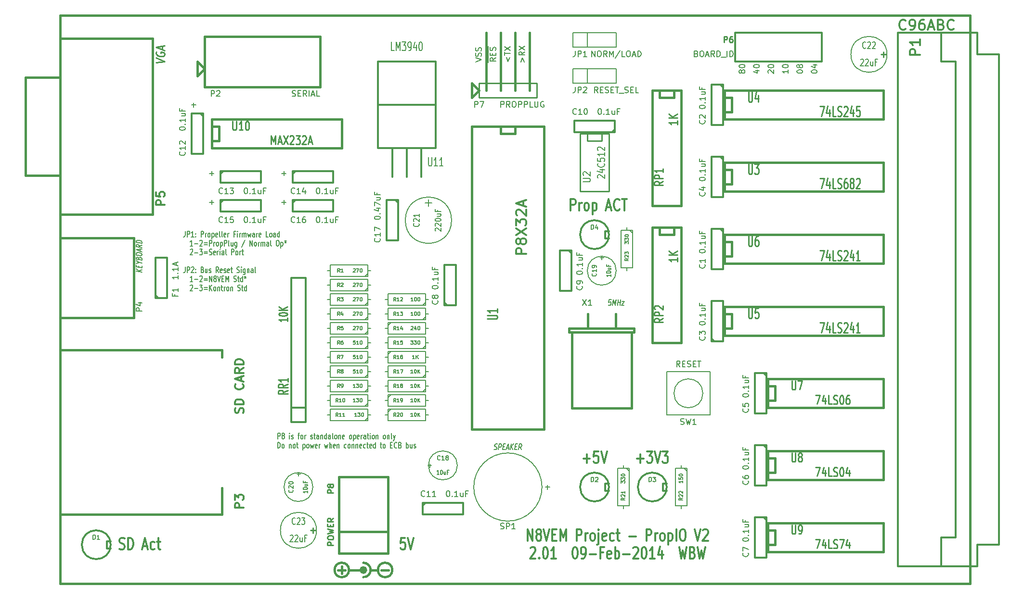
<source format=gto>
G04 (created by PCBNEW (2013-07-07 BZR 4022)-stable) date 2/23/2014 9:12:01 AM*
%MOIN*%
G04 Gerber Fmt 3.4, Leading zero omitted, Abs format*
%FSLAX34Y34*%
G01*
G70*
G90*
G04 APERTURE LIST*
%ADD10C,0.00590551*%
%ADD11C,0.012*%
%ADD12C,0.0075*%
%ADD13C,0.006*%
%ADD14C,0.015*%
%ADD15C,0.008*%
%ADD16C,0.01*%
%ADD17C,0.005*%
%ADD18C,0.0107*%
%ADD19C,0.01125*%
G04 APERTURE END LIST*
G54D10*
G54D11*
X55350Y-33823D02*
X55350Y-33023D01*
X55578Y-33023D01*
X55635Y-33061D01*
X55664Y-33100D01*
X55692Y-33176D01*
X55692Y-33290D01*
X55664Y-33366D01*
X55635Y-33404D01*
X55578Y-33442D01*
X55350Y-33442D01*
X55950Y-33823D02*
X55950Y-33290D01*
X55950Y-33442D02*
X55978Y-33366D01*
X56007Y-33328D01*
X56064Y-33290D01*
X56121Y-33290D01*
X56407Y-33823D02*
X56350Y-33785D01*
X56321Y-33747D01*
X56292Y-33671D01*
X56292Y-33442D01*
X56321Y-33366D01*
X56350Y-33328D01*
X56407Y-33290D01*
X56492Y-33290D01*
X56550Y-33328D01*
X56578Y-33366D01*
X56607Y-33442D01*
X56607Y-33671D01*
X56578Y-33747D01*
X56550Y-33785D01*
X56492Y-33823D01*
X56407Y-33823D01*
X56864Y-33290D02*
X56864Y-34090D01*
X56864Y-33328D02*
X56921Y-33290D01*
X57035Y-33290D01*
X57092Y-33328D01*
X57121Y-33366D01*
X57150Y-33442D01*
X57150Y-33671D01*
X57121Y-33747D01*
X57092Y-33785D01*
X57035Y-33823D01*
X56921Y-33823D01*
X56864Y-33785D01*
X57835Y-33595D02*
X58121Y-33595D01*
X57778Y-33823D02*
X57978Y-33023D01*
X58178Y-33823D01*
X58721Y-33747D02*
X58692Y-33785D01*
X58607Y-33823D01*
X58550Y-33823D01*
X58464Y-33785D01*
X58407Y-33709D01*
X58378Y-33633D01*
X58350Y-33480D01*
X58350Y-33366D01*
X58378Y-33214D01*
X58407Y-33138D01*
X58464Y-33061D01*
X58550Y-33023D01*
X58607Y-33023D01*
X58692Y-33061D01*
X58721Y-33100D01*
X58892Y-33023D02*
X59235Y-33023D01*
X59064Y-33823D02*
X59064Y-33023D01*
G54D12*
X35071Y-49661D02*
X35071Y-49261D01*
X35185Y-49261D01*
X35214Y-49280D01*
X35228Y-49300D01*
X35242Y-49338D01*
X35242Y-49395D01*
X35228Y-49433D01*
X35214Y-49452D01*
X35185Y-49471D01*
X35071Y-49471D01*
X35414Y-49433D02*
X35385Y-49414D01*
X35371Y-49395D01*
X35357Y-49357D01*
X35357Y-49338D01*
X35371Y-49300D01*
X35385Y-49280D01*
X35414Y-49261D01*
X35471Y-49261D01*
X35500Y-49280D01*
X35514Y-49300D01*
X35528Y-49338D01*
X35528Y-49357D01*
X35514Y-49395D01*
X35500Y-49414D01*
X35471Y-49433D01*
X35414Y-49433D01*
X35385Y-49452D01*
X35371Y-49471D01*
X35357Y-49509D01*
X35357Y-49585D01*
X35371Y-49623D01*
X35385Y-49642D01*
X35414Y-49661D01*
X35471Y-49661D01*
X35500Y-49642D01*
X35514Y-49623D01*
X35528Y-49585D01*
X35528Y-49509D01*
X35514Y-49471D01*
X35500Y-49452D01*
X35471Y-49433D01*
X35885Y-49661D02*
X35885Y-49395D01*
X35885Y-49261D02*
X35871Y-49280D01*
X35885Y-49300D01*
X35899Y-49280D01*
X35885Y-49261D01*
X35885Y-49300D01*
X36014Y-49642D02*
X36042Y-49661D01*
X36099Y-49661D01*
X36128Y-49642D01*
X36142Y-49604D01*
X36142Y-49585D01*
X36128Y-49547D01*
X36099Y-49528D01*
X36057Y-49528D01*
X36028Y-49509D01*
X36014Y-49471D01*
X36014Y-49452D01*
X36028Y-49414D01*
X36057Y-49395D01*
X36099Y-49395D01*
X36128Y-49414D01*
X36457Y-49395D02*
X36571Y-49395D01*
X36499Y-49661D02*
X36499Y-49319D01*
X36514Y-49280D01*
X36542Y-49261D01*
X36571Y-49261D01*
X36714Y-49661D02*
X36685Y-49642D01*
X36671Y-49623D01*
X36657Y-49585D01*
X36657Y-49471D01*
X36671Y-49433D01*
X36685Y-49414D01*
X36714Y-49395D01*
X36757Y-49395D01*
X36785Y-49414D01*
X36799Y-49433D01*
X36814Y-49471D01*
X36814Y-49585D01*
X36799Y-49623D01*
X36785Y-49642D01*
X36757Y-49661D01*
X36714Y-49661D01*
X36942Y-49661D02*
X36942Y-49395D01*
X36942Y-49471D02*
X36957Y-49433D01*
X36971Y-49414D01*
X36999Y-49395D01*
X37028Y-49395D01*
X37342Y-49642D02*
X37371Y-49661D01*
X37428Y-49661D01*
X37457Y-49642D01*
X37471Y-49604D01*
X37471Y-49585D01*
X37457Y-49547D01*
X37428Y-49528D01*
X37385Y-49528D01*
X37357Y-49509D01*
X37342Y-49471D01*
X37342Y-49452D01*
X37357Y-49414D01*
X37385Y-49395D01*
X37428Y-49395D01*
X37457Y-49414D01*
X37557Y-49395D02*
X37671Y-49395D01*
X37599Y-49261D02*
X37599Y-49604D01*
X37614Y-49642D01*
X37642Y-49661D01*
X37671Y-49661D01*
X37899Y-49661D02*
X37899Y-49452D01*
X37885Y-49414D01*
X37857Y-49395D01*
X37799Y-49395D01*
X37771Y-49414D01*
X37899Y-49642D02*
X37871Y-49661D01*
X37799Y-49661D01*
X37771Y-49642D01*
X37757Y-49604D01*
X37757Y-49566D01*
X37771Y-49528D01*
X37799Y-49509D01*
X37871Y-49509D01*
X37899Y-49490D01*
X38042Y-49395D02*
X38042Y-49661D01*
X38042Y-49433D02*
X38057Y-49414D01*
X38085Y-49395D01*
X38128Y-49395D01*
X38157Y-49414D01*
X38171Y-49452D01*
X38171Y-49661D01*
X38442Y-49661D02*
X38442Y-49261D01*
X38442Y-49642D02*
X38414Y-49661D01*
X38357Y-49661D01*
X38328Y-49642D01*
X38314Y-49623D01*
X38300Y-49585D01*
X38300Y-49471D01*
X38314Y-49433D01*
X38328Y-49414D01*
X38357Y-49395D01*
X38414Y-49395D01*
X38442Y-49414D01*
X38714Y-49661D02*
X38714Y-49452D01*
X38700Y-49414D01*
X38671Y-49395D01*
X38614Y-49395D01*
X38585Y-49414D01*
X38714Y-49642D02*
X38685Y-49661D01*
X38614Y-49661D01*
X38585Y-49642D01*
X38571Y-49604D01*
X38571Y-49566D01*
X38585Y-49528D01*
X38614Y-49509D01*
X38685Y-49509D01*
X38714Y-49490D01*
X38900Y-49661D02*
X38871Y-49642D01*
X38857Y-49604D01*
X38857Y-49261D01*
X39057Y-49661D02*
X39028Y-49642D01*
X39014Y-49623D01*
X39000Y-49585D01*
X39000Y-49471D01*
X39014Y-49433D01*
X39028Y-49414D01*
X39057Y-49395D01*
X39100Y-49395D01*
X39128Y-49414D01*
X39142Y-49433D01*
X39157Y-49471D01*
X39157Y-49585D01*
X39142Y-49623D01*
X39128Y-49642D01*
X39100Y-49661D01*
X39057Y-49661D01*
X39285Y-49395D02*
X39285Y-49661D01*
X39285Y-49433D02*
X39300Y-49414D01*
X39328Y-49395D01*
X39371Y-49395D01*
X39400Y-49414D01*
X39414Y-49452D01*
X39414Y-49661D01*
X39671Y-49642D02*
X39642Y-49661D01*
X39585Y-49661D01*
X39557Y-49642D01*
X39542Y-49604D01*
X39542Y-49452D01*
X39557Y-49414D01*
X39585Y-49395D01*
X39642Y-49395D01*
X39671Y-49414D01*
X39685Y-49452D01*
X39685Y-49490D01*
X39542Y-49528D01*
X40085Y-49661D02*
X40057Y-49642D01*
X40042Y-49623D01*
X40028Y-49585D01*
X40028Y-49471D01*
X40042Y-49433D01*
X40057Y-49414D01*
X40085Y-49395D01*
X40128Y-49395D01*
X40157Y-49414D01*
X40171Y-49433D01*
X40185Y-49471D01*
X40185Y-49585D01*
X40171Y-49623D01*
X40157Y-49642D01*
X40128Y-49661D01*
X40085Y-49661D01*
X40314Y-49395D02*
X40314Y-49795D01*
X40314Y-49414D02*
X40342Y-49395D01*
X40400Y-49395D01*
X40428Y-49414D01*
X40442Y-49433D01*
X40457Y-49471D01*
X40457Y-49585D01*
X40442Y-49623D01*
X40428Y-49642D01*
X40400Y-49661D01*
X40342Y-49661D01*
X40314Y-49642D01*
X40700Y-49642D02*
X40671Y-49661D01*
X40614Y-49661D01*
X40585Y-49642D01*
X40571Y-49604D01*
X40571Y-49452D01*
X40585Y-49414D01*
X40614Y-49395D01*
X40671Y-49395D01*
X40700Y-49414D01*
X40714Y-49452D01*
X40714Y-49490D01*
X40571Y-49528D01*
X40842Y-49661D02*
X40842Y-49395D01*
X40842Y-49471D02*
X40857Y-49433D01*
X40871Y-49414D01*
X40900Y-49395D01*
X40928Y-49395D01*
X41157Y-49661D02*
X41157Y-49452D01*
X41142Y-49414D01*
X41114Y-49395D01*
X41057Y-49395D01*
X41028Y-49414D01*
X41157Y-49642D02*
X41128Y-49661D01*
X41057Y-49661D01*
X41028Y-49642D01*
X41014Y-49604D01*
X41014Y-49566D01*
X41028Y-49528D01*
X41057Y-49509D01*
X41128Y-49509D01*
X41157Y-49490D01*
X41257Y-49395D02*
X41371Y-49395D01*
X41300Y-49261D02*
X41300Y-49604D01*
X41314Y-49642D01*
X41342Y-49661D01*
X41371Y-49661D01*
X41471Y-49661D02*
X41471Y-49395D01*
X41471Y-49261D02*
X41457Y-49280D01*
X41471Y-49300D01*
X41485Y-49280D01*
X41471Y-49261D01*
X41471Y-49300D01*
X41657Y-49661D02*
X41628Y-49642D01*
X41614Y-49623D01*
X41600Y-49585D01*
X41600Y-49471D01*
X41614Y-49433D01*
X41628Y-49414D01*
X41657Y-49395D01*
X41700Y-49395D01*
X41728Y-49414D01*
X41742Y-49433D01*
X41757Y-49471D01*
X41757Y-49585D01*
X41742Y-49623D01*
X41728Y-49642D01*
X41700Y-49661D01*
X41657Y-49661D01*
X41885Y-49395D02*
X41885Y-49661D01*
X41885Y-49433D02*
X41900Y-49414D01*
X41928Y-49395D01*
X41971Y-49395D01*
X42000Y-49414D01*
X42014Y-49452D01*
X42014Y-49661D01*
X42428Y-49661D02*
X42400Y-49642D01*
X42385Y-49623D01*
X42371Y-49585D01*
X42371Y-49471D01*
X42385Y-49433D01*
X42400Y-49414D01*
X42428Y-49395D01*
X42471Y-49395D01*
X42500Y-49414D01*
X42514Y-49433D01*
X42528Y-49471D01*
X42528Y-49585D01*
X42514Y-49623D01*
X42500Y-49642D01*
X42471Y-49661D01*
X42428Y-49661D01*
X42657Y-49395D02*
X42657Y-49661D01*
X42657Y-49433D02*
X42671Y-49414D01*
X42700Y-49395D01*
X42742Y-49395D01*
X42771Y-49414D01*
X42785Y-49452D01*
X42785Y-49661D01*
X42971Y-49661D02*
X42942Y-49642D01*
X42928Y-49604D01*
X42928Y-49261D01*
X43057Y-49395D02*
X43128Y-49661D01*
X43200Y-49395D02*
X43128Y-49661D01*
X43100Y-49757D01*
X43085Y-49776D01*
X43057Y-49795D01*
X35071Y-50296D02*
X35071Y-49896D01*
X35142Y-49896D01*
X35185Y-49915D01*
X35214Y-49954D01*
X35228Y-49992D01*
X35242Y-50068D01*
X35242Y-50125D01*
X35228Y-50201D01*
X35214Y-50239D01*
X35185Y-50277D01*
X35142Y-50296D01*
X35071Y-50296D01*
X35414Y-50296D02*
X35385Y-50277D01*
X35371Y-50258D01*
X35357Y-50220D01*
X35357Y-50106D01*
X35371Y-50068D01*
X35385Y-50049D01*
X35414Y-50030D01*
X35457Y-50030D01*
X35485Y-50049D01*
X35500Y-50068D01*
X35514Y-50106D01*
X35514Y-50220D01*
X35500Y-50258D01*
X35485Y-50277D01*
X35457Y-50296D01*
X35414Y-50296D01*
X35871Y-50030D02*
X35871Y-50296D01*
X35871Y-50068D02*
X35885Y-50049D01*
X35914Y-50030D01*
X35957Y-50030D01*
X35985Y-50049D01*
X36000Y-50087D01*
X36000Y-50296D01*
X36185Y-50296D02*
X36157Y-50277D01*
X36142Y-50258D01*
X36128Y-50220D01*
X36128Y-50106D01*
X36142Y-50068D01*
X36157Y-50049D01*
X36185Y-50030D01*
X36228Y-50030D01*
X36257Y-50049D01*
X36271Y-50068D01*
X36285Y-50106D01*
X36285Y-50220D01*
X36271Y-50258D01*
X36257Y-50277D01*
X36228Y-50296D01*
X36185Y-50296D01*
X36371Y-50030D02*
X36485Y-50030D01*
X36414Y-49896D02*
X36414Y-50239D01*
X36428Y-50277D01*
X36457Y-50296D01*
X36485Y-50296D01*
X36814Y-50030D02*
X36814Y-50430D01*
X36814Y-50049D02*
X36842Y-50030D01*
X36900Y-50030D01*
X36928Y-50049D01*
X36942Y-50068D01*
X36957Y-50106D01*
X36957Y-50220D01*
X36942Y-50258D01*
X36928Y-50277D01*
X36900Y-50296D01*
X36842Y-50296D01*
X36814Y-50277D01*
X37128Y-50296D02*
X37100Y-50277D01*
X37085Y-50258D01*
X37071Y-50220D01*
X37071Y-50106D01*
X37085Y-50068D01*
X37100Y-50049D01*
X37128Y-50030D01*
X37171Y-50030D01*
X37200Y-50049D01*
X37214Y-50068D01*
X37228Y-50106D01*
X37228Y-50220D01*
X37214Y-50258D01*
X37200Y-50277D01*
X37171Y-50296D01*
X37128Y-50296D01*
X37328Y-50030D02*
X37385Y-50296D01*
X37442Y-50106D01*
X37500Y-50296D01*
X37557Y-50030D01*
X37785Y-50277D02*
X37757Y-50296D01*
X37700Y-50296D01*
X37671Y-50277D01*
X37657Y-50239D01*
X37657Y-50087D01*
X37671Y-50049D01*
X37700Y-50030D01*
X37757Y-50030D01*
X37785Y-50049D01*
X37800Y-50087D01*
X37800Y-50125D01*
X37657Y-50163D01*
X37928Y-50296D02*
X37928Y-50030D01*
X37928Y-50106D02*
X37942Y-50068D01*
X37957Y-50049D01*
X37985Y-50030D01*
X38014Y-50030D01*
X38314Y-50030D02*
X38371Y-50296D01*
X38428Y-50106D01*
X38485Y-50296D01*
X38542Y-50030D01*
X38657Y-50296D02*
X38657Y-49896D01*
X38785Y-50296D02*
X38785Y-50087D01*
X38771Y-50049D01*
X38742Y-50030D01*
X38700Y-50030D01*
X38671Y-50049D01*
X38657Y-50068D01*
X39042Y-50277D02*
X39014Y-50296D01*
X38957Y-50296D01*
X38928Y-50277D01*
X38914Y-50239D01*
X38914Y-50087D01*
X38928Y-50049D01*
X38957Y-50030D01*
X39014Y-50030D01*
X39042Y-50049D01*
X39057Y-50087D01*
X39057Y-50125D01*
X38914Y-50163D01*
X39185Y-50030D02*
X39185Y-50296D01*
X39185Y-50068D02*
X39200Y-50049D01*
X39228Y-50030D01*
X39271Y-50030D01*
X39300Y-50049D01*
X39314Y-50087D01*
X39314Y-50296D01*
X39814Y-50277D02*
X39785Y-50296D01*
X39728Y-50296D01*
X39700Y-50277D01*
X39685Y-50258D01*
X39671Y-50220D01*
X39671Y-50106D01*
X39685Y-50068D01*
X39700Y-50049D01*
X39728Y-50030D01*
X39785Y-50030D01*
X39814Y-50049D01*
X39985Y-50296D02*
X39957Y-50277D01*
X39942Y-50258D01*
X39928Y-50220D01*
X39928Y-50106D01*
X39942Y-50068D01*
X39957Y-50049D01*
X39985Y-50030D01*
X40028Y-50030D01*
X40057Y-50049D01*
X40071Y-50068D01*
X40085Y-50106D01*
X40085Y-50220D01*
X40071Y-50258D01*
X40057Y-50277D01*
X40028Y-50296D01*
X39985Y-50296D01*
X40214Y-50030D02*
X40214Y-50296D01*
X40214Y-50068D02*
X40228Y-50049D01*
X40257Y-50030D01*
X40300Y-50030D01*
X40328Y-50049D01*
X40342Y-50087D01*
X40342Y-50296D01*
X40485Y-50030D02*
X40485Y-50296D01*
X40485Y-50068D02*
X40500Y-50049D01*
X40528Y-50030D01*
X40571Y-50030D01*
X40600Y-50049D01*
X40614Y-50087D01*
X40614Y-50296D01*
X40871Y-50277D02*
X40842Y-50296D01*
X40785Y-50296D01*
X40757Y-50277D01*
X40742Y-50239D01*
X40742Y-50087D01*
X40757Y-50049D01*
X40785Y-50030D01*
X40842Y-50030D01*
X40871Y-50049D01*
X40885Y-50087D01*
X40885Y-50125D01*
X40742Y-50163D01*
X41142Y-50277D02*
X41114Y-50296D01*
X41057Y-50296D01*
X41028Y-50277D01*
X41014Y-50258D01*
X41000Y-50220D01*
X41000Y-50106D01*
X41014Y-50068D01*
X41028Y-50049D01*
X41057Y-50030D01*
X41114Y-50030D01*
X41142Y-50049D01*
X41228Y-50030D02*
X41342Y-50030D01*
X41271Y-49896D02*
X41271Y-50239D01*
X41285Y-50277D01*
X41314Y-50296D01*
X41342Y-50296D01*
X41557Y-50277D02*
X41528Y-50296D01*
X41471Y-50296D01*
X41442Y-50277D01*
X41428Y-50239D01*
X41428Y-50087D01*
X41442Y-50049D01*
X41471Y-50030D01*
X41528Y-50030D01*
X41557Y-50049D01*
X41571Y-50087D01*
X41571Y-50125D01*
X41428Y-50163D01*
X41828Y-50296D02*
X41828Y-49896D01*
X41828Y-50277D02*
X41800Y-50296D01*
X41742Y-50296D01*
X41714Y-50277D01*
X41700Y-50258D01*
X41685Y-50220D01*
X41685Y-50106D01*
X41700Y-50068D01*
X41714Y-50049D01*
X41742Y-50030D01*
X41800Y-50030D01*
X41828Y-50049D01*
X42157Y-50030D02*
X42271Y-50030D01*
X42200Y-49896D02*
X42200Y-50239D01*
X42214Y-50277D01*
X42242Y-50296D01*
X42271Y-50296D01*
X42414Y-50296D02*
X42385Y-50277D01*
X42371Y-50258D01*
X42357Y-50220D01*
X42357Y-50106D01*
X42371Y-50068D01*
X42385Y-50049D01*
X42414Y-50030D01*
X42457Y-50030D01*
X42485Y-50049D01*
X42500Y-50068D01*
X42514Y-50106D01*
X42514Y-50220D01*
X42500Y-50258D01*
X42485Y-50277D01*
X42457Y-50296D01*
X42414Y-50296D01*
X42871Y-50087D02*
X42971Y-50087D01*
X43014Y-50296D02*
X42871Y-50296D01*
X42871Y-49896D01*
X43014Y-49896D01*
X43314Y-50258D02*
X43300Y-50277D01*
X43257Y-50296D01*
X43228Y-50296D01*
X43185Y-50277D01*
X43157Y-50239D01*
X43142Y-50201D01*
X43128Y-50125D01*
X43128Y-50068D01*
X43142Y-49992D01*
X43157Y-49954D01*
X43185Y-49915D01*
X43228Y-49896D01*
X43257Y-49896D01*
X43300Y-49915D01*
X43314Y-49935D01*
X43542Y-50087D02*
X43585Y-50106D01*
X43600Y-50125D01*
X43614Y-50163D01*
X43614Y-50220D01*
X43600Y-50258D01*
X43585Y-50277D01*
X43557Y-50296D01*
X43442Y-50296D01*
X43442Y-49896D01*
X43542Y-49896D01*
X43571Y-49915D01*
X43585Y-49935D01*
X43600Y-49973D01*
X43600Y-50011D01*
X43585Y-50049D01*
X43571Y-50068D01*
X43542Y-50087D01*
X43442Y-50087D01*
X43971Y-50296D02*
X43971Y-49896D01*
X43971Y-50049D02*
X44000Y-50030D01*
X44057Y-50030D01*
X44085Y-50049D01*
X44100Y-50068D01*
X44114Y-50106D01*
X44114Y-50220D01*
X44100Y-50258D01*
X44085Y-50277D01*
X44057Y-50296D01*
X44000Y-50296D01*
X43971Y-50277D01*
X44371Y-50030D02*
X44371Y-50296D01*
X44242Y-50030D02*
X44242Y-50239D01*
X44257Y-50277D01*
X44285Y-50296D01*
X44328Y-50296D01*
X44357Y-50277D01*
X44371Y-50258D01*
X44500Y-50277D02*
X44528Y-50296D01*
X44585Y-50296D01*
X44614Y-50277D01*
X44628Y-50239D01*
X44628Y-50220D01*
X44614Y-50182D01*
X44585Y-50163D01*
X44542Y-50163D01*
X44514Y-50144D01*
X44500Y-50106D01*
X44500Y-50087D01*
X44514Y-50049D01*
X44542Y-50030D01*
X44585Y-50030D01*
X44614Y-50049D01*
G54D13*
X28657Y-35261D02*
X28657Y-35547D01*
X28642Y-35604D01*
X28614Y-35642D01*
X28571Y-35661D01*
X28542Y-35661D01*
X28800Y-35661D02*
X28800Y-35261D01*
X28914Y-35261D01*
X28942Y-35280D01*
X28957Y-35300D01*
X28971Y-35338D01*
X28971Y-35395D01*
X28957Y-35433D01*
X28942Y-35452D01*
X28914Y-35471D01*
X28800Y-35471D01*
X29257Y-35661D02*
X29085Y-35661D01*
X29171Y-35661D02*
X29171Y-35261D01*
X29142Y-35319D01*
X29114Y-35357D01*
X29085Y-35376D01*
X29385Y-35623D02*
X29399Y-35642D01*
X29385Y-35661D01*
X29371Y-35642D01*
X29385Y-35623D01*
X29385Y-35661D01*
X29385Y-35414D02*
X29399Y-35433D01*
X29385Y-35452D01*
X29371Y-35433D01*
X29385Y-35414D01*
X29385Y-35452D01*
X29757Y-35661D02*
X29757Y-35261D01*
X29871Y-35261D01*
X29899Y-35280D01*
X29914Y-35300D01*
X29928Y-35338D01*
X29928Y-35395D01*
X29914Y-35433D01*
X29899Y-35452D01*
X29871Y-35471D01*
X29757Y-35471D01*
X30057Y-35661D02*
X30057Y-35395D01*
X30057Y-35471D02*
X30071Y-35433D01*
X30085Y-35414D01*
X30114Y-35395D01*
X30142Y-35395D01*
X30285Y-35661D02*
X30257Y-35642D01*
X30242Y-35623D01*
X30228Y-35585D01*
X30228Y-35471D01*
X30242Y-35433D01*
X30257Y-35414D01*
X30285Y-35395D01*
X30328Y-35395D01*
X30357Y-35414D01*
X30371Y-35433D01*
X30385Y-35471D01*
X30385Y-35585D01*
X30371Y-35623D01*
X30357Y-35642D01*
X30328Y-35661D01*
X30285Y-35661D01*
X30514Y-35395D02*
X30514Y-35795D01*
X30514Y-35414D02*
X30542Y-35395D01*
X30599Y-35395D01*
X30628Y-35414D01*
X30642Y-35433D01*
X30657Y-35471D01*
X30657Y-35585D01*
X30642Y-35623D01*
X30628Y-35642D01*
X30599Y-35661D01*
X30542Y-35661D01*
X30514Y-35642D01*
X30899Y-35642D02*
X30871Y-35661D01*
X30814Y-35661D01*
X30785Y-35642D01*
X30771Y-35604D01*
X30771Y-35452D01*
X30785Y-35414D01*
X30814Y-35395D01*
X30871Y-35395D01*
X30899Y-35414D01*
X30914Y-35452D01*
X30914Y-35490D01*
X30771Y-35528D01*
X31085Y-35661D02*
X31057Y-35642D01*
X31042Y-35604D01*
X31042Y-35261D01*
X31242Y-35661D02*
X31214Y-35642D01*
X31200Y-35604D01*
X31200Y-35261D01*
X31471Y-35642D02*
X31442Y-35661D01*
X31385Y-35661D01*
X31357Y-35642D01*
X31342Y-35604D01*
X31342Y-35452D01*
X31357Y-35414D01*
X31385Y-35395D01*
X31442Y-35395D01*
X31471Y-35414D01*
X31485Y-35452D01*
X31485Y-35490D01*
X31342Y-35528D01*
X31614Y-35661D02*
X31614Y-35395D01*
X31614Y-35471D02*
X31628Y-35433D01*
X31642Y-35414D01*
X31671Y-35395D01*
X31700Y-35395D01*
X32128Y-35452D02*
X32028Y-35452D01*
X32028Y-35661D02*
X32028Y-35261D01*
X32171Y-35261D01*
X32285Y-35661D02*
X32285Y-35395D01*
X32285Y-35261D02*
X32271Y-35280D01*
X32285Y-35300D01*
X32299Y-35280D01*
X32285Y-35261D01*
X32285Y-35300D01*
X32428Y-35661D02*
X32428Y-35395D01*
X32428Y-35471D02*
X32442Y-35433D01*
X32457Y-35414D01*
X32485Y-35395D01*
X32514Y-35395D01*
X32614Y-35661D02*
X32614Y-35395D01*
X32614Y-35433D02*
X32628Y-35414D01*
X32657Y-35395D01*
X32699Y-35395D01*
X32728Y-35414D01*
X32742Y-35452D01*
X32742Y-35661D01*
X32742Y-35452D02*
X32757Y-35414D01*
X32785Y-35395D01*
X32828Y-35395D01*
X32857Y-35414D01*
X32871Y-35452D01*
X32871Y-35661D01*
X32985Y-35395D02*
X33042Y-35661D01*
X33099Y-35471D01*
X33157Y-35661D01*
X33214Y-35395D01*
X33457Y-35661D02*
X33457Y-35452D01*
X33442Y-35414D01*
X33414Y-35395D01*
X33357Y-35395D01*
X33328Y-35414D01*
X33457Y-35642D02*
X33428Y-35661D01*
X33357Y-35661D01*
X33328Y-35642D01*
X33314Y-35604D01*
X33314Y-35566D01*
X33328Y-35528D01*
X33357Y-35509D01*
X33428Y-35509D01*
X33457Y-35490D01*
X33600Y-35661D02*
X33600Y-35395D01*
X33600Y-35471D02*
X33614Y-35433D01*
X33628Y-35414D01*
X33657Y-35395D01*
X33685Y-35395D01*
X33899Y-35642D02*
X33871Y-35661D01*
X33814Y-35661D01*
X33785Y-35642D01*
X33771Y-35604D01*
X33771Y-35452D01*
X33785Y-35414D01*
X33814Y-35395D01*
X33871Y-35395D01*
X33899Y-35414D01*
X33914Y-35452D01*
X33914Y-35490D01*
X33771Y-35528D01*
X34414Y-35661D02*
X34271Y-35661D01*
X34271Y-35261D01*
X34557Y-35661D02*
X34528Y-35642D01*
X34514Y-35623D01*
X34499Y-35585D01*
X34499Y-35471D01*
X34514Y-35433D01*
X34528Y-35414D01*
X34557Y-35395D01*
X34599Y-35395D01*
X34628Y-35414D01*
X34642Y-35433D01*
X34657Y-35471D01*
X34657Y-35585D01*
X34642Y-35623D01*
X34628Y-35642D01*
X34599Y-35661D01*
X34557Y-35661D01*
X34914Y-35661D02*
X34914Y-35452D01*
X34899Y-35414D01*
X34871Y-35395D01*
X34814Y-35395D01*
X34785Y-35414D01*
X34914Y-35642D02*
X34885Y-35661D01*
X34814Y-35661D01*
X34785Y-35642D01*
X34771Y-35604D01*
X34771Y-35566D01*
X34785Y-35528D01*
X34814Y-35509D01*
X34885Y-35509D01*
X34914Y-35490D01*
X35185Y-35661D02*
X35185Y-35261D01*
X35185Y-35642D02*
X35157Y-35661D01*
X35100Y-35661D01*
X35071Y-35642D01*
X35057Y-35623D01*
X35042Y-35585D01*
X35042Y-35471D01*
X35057Y-35433D01*
X35071Y-35414D01*
X35100Y-35395D01*
X35157Y-35395D01*
X35185Y-35414D01*
X29185Y-36281D02*
X29014Y-36281D01*
X29099Y-36281D02*
X29099Y-35881D01*
X29071Y-35939D01*
X29042Y-35977D01*
X29014Y-35996D01*
X29314Y-36129D02*
X29542Y-36129D01*
X29671Y-35920D02*
X29685Y-35900D01*
X29714Y-35881D01*
X29785Y-35881D01*
X29814Y-35900D01*
X29828Y-35920D01*
X29842Y-35958D01*
X29842Y-35996D01*
X29828Y-36053D01*
X29657Y-36281D01*
X29842Y-36281D01*
X29971Y-36072D02*
X30199Y-36072D01*
X30199Y-36186D02*
X29971Y-36186D01*
X30342Y-36281D02*
X30342Y-35881D01*
X30457Y-35881D01*
X30485Y-35900D01*
X30499Y-35920D01*
X30514Y-35958D01*
X30514Y-36015D01*
X30499Y-36053D01*
X30485Y-36072D01*
X30457Y-36091D01*
X30342Y-36091D01*
X30642Y-36281D02*
X30642Y-36015D01*
X30642Y-36091D02*
X30657Y-36053D01*
X30671Y-36034D01*
X30699Y-36015D01*
X30728Y-36015D01*
X30871Y-36281D02*
X30842Y-36262D01*
X30828Y-36243D01*
X30814Y-36205D01*
X30814Y-36091D01*
X30828Y-36053D01*
X30842Y-36034D01*
X30871Y-36015D01*
X30914Y-36015D01*
X30942Y-36034D01*
X30957Y-36053D01*
X30971Y-36091D01*
X30971Y-36205D01*
X30957Y-36243D01*
X30942Y-36262D01*
X30914Y-36281D01*
X30871Y-36281D01*
X31100Y-36015D02*
X31100Y-36415D01*
X31100Y-36034D02*
X31128Y-36015D01*
X31185Y-36015D01*
X31214Y-36034D01*
X31228Y-36053D01*
X31242Y-36091D01*
X31242Y-36205D01*
X31228Y-36243D01*
X31214Y-36262D01*
X31185Y-36281D01*
X31128Y-36281D01*
X31100Y-36262D01*
X31371Y-36281D02*
X31371Y-35881D01*
X31485Y-35881D01*
X31514Y-35900D01*
X31528Y-35920D01*
X31542Y-35958D01*
X31542Y-36015D01*
X31528Y-36053D01*
X31514Y-36072D01*
X31485Y-36091D01*
X31371Y-36091D01*
X31714Y-36281D02*
X31685Y-36262D01*
X31671Y-36224D01*
X31671Y-35881D01*
X31957Y-36015D02*
X31957Y-36281D01*
X31828Y-36015D02*
X31828Y-36224D01*
X31842Y-36262D01*
X31871Y-36281D01*
X31914Y-36281D01*
X31942Y-36262D01*
X31957Y-36243D01*
X32228Y-36015D02*
X32228Y-36339D01*
X32214Y-36377D01*
X32200Y-36396D01*
X32171Y-36415D01*
X32128Y-36415D01*
X32100Y-36396D01*
X32228Y-36262D02*
X32200Y-36281D01*
X32142Y-36281D01*
X32114Y-36262D01*
X32100Y-36243D01*
X32085Y-36205D01*
X32085Y-36091D01*
X32100Y-36053D01*
X32114Y-36034D01*
X32142Y-36015D01*
X32200Y-36015D01*
X32228Y-36034D01*
X32814Y-35862D02*
X32557Y-36377D01*
X33142Y-36281D02*
X33142Y-35881D01*
X33314Y-36281D01*
X33314Y-35881D01*
X33500Y-36281D02*
X33471Y-36262D01*
X33457Y-36243D01*
X33442Y-36205D01*
X33442Y-36091D01*
X33457Y-36053D01*
X33471Y-36034D01*
X33500Y-36015D01*
X33542Y-36015D01*
X33571Y-36034D01*
X33585Y-36053D01*
X33600Y-36091D01*
X33600Y-36205D01*
X33585Y-36243D01*
X33571Y-36262D01*
X33542Y-36281D01*
X33500Y-36281D01*
X33728Y-36281D02*
X33728Y-36015D01*
X33728Y-36091D02*
X33742Y-36053D01*
X33757Y-36034D01*
X33785Y-36015D01*
X33814Y-36015D01*
X33914Y-36281D02*
X33914Y-36015D01*
X33914Y-36053D02*
X33928Y-36034D01*
X33957Y-36015D01*
X34000Y-36015D01*
X34028Y-36034D01*
X34042Y-36072D01*
X34042Y-36281D01*
X34042Y-36072D02*
X34057Y-36034D01*
X34085Y-36015D01*
X34128Y-36015D01*
X34157Y-36034D01*
X34171Y-36072D01*
X34171Y-36281D01*
X34442Y-36281D02*
X34442Y-36072D01*
X34428Y-36034D01*
X34400Y-36015D01*
X34342Y-36015D01*
X34314Y-36034D01*
X34442Y-36262D02*
X34414Y-36281D01*
X34342Y-36281D01*
X34314Y-36262D01*
X34300Y-36224D01*
X34300Y-36186D01*
X34314Y-36148D01*
X34342Y-36129D01*
X34414Y-36129D01*
X34442Y-36110D01*
X34628Y-36281D02*
X34600Y-36262D01*
X34585Y-36224D01*
X34585Y-35881D01*
X35028Y-35881D02*
X35085Y-35881D01*
X35114Y-35900D01*
X35142Y-35939D01*
X35157Y-36015D01*
X35157Y-36148D01*
X35142Y-36224D01*
X35114Y-36262D01*
X35085Y-36281D01*
X35028Y-36281D01*
X35000Y-36262D01*
X34971Y-36224D01*
X34957Y-36148D01*
X34957Y-36015D01*
X34971Y-35939D01*
X35000Y-35900D01*
X35028Y-35881D01*
X35285Y-36015D02*
X35285Y-36415D01*
X35285Y-36034D02*
X35314Y-36015D01*
X35371Y-36015D01*
X35400Y-36034D01*
X35414Y-36053D01*
X35428Y-36091D01*
X35428Y-36205D01*
X35414Y-36243D01*
X35400Y-36262D01*
X35371Y-36281D01*
X35314Y-36281D01*
X35285Y-36262D01*
X35600Y-35881D02*
X35600Y-35977D01*
X35528Y-35939D02*
X35600Y-35977D01*
X35671Y-35939D01*
X35557Y-36053D02*
X35600Y-35977D01*
X35642Y-36053D01*
X29014Y-36540D02*
X29028Y-36520D01*
X29057Y-36501D01*
X29128Y-36501D01*
X29157Y-36520D01*
X29171Y-36540D01*
X29185Y-36578D01*
X29185Y-36616D01*
X29171Y-36673D01*
X28999Y-36901D01*
X29185Y-36901D01*
X29314Y-36749D02*
X29542Y-36749D01*
X29657Y-36501D02*
X29842Y-36501D01*
X29742Y-36654D01*
X29785Y-36654D01*
X29814Y-36673D01*
X29828Y-36692D01*
X29842Y-36730D01*
X29842Y-36825D01*
X29828Y-36863D01*
X29814Y-36882D01*
X29785Y-36901D01*
X29699Y-36901D01*
X29671Y-36882D01*
X29657Y-36863D01*
X29971Y-36692D02*
X30199Y-36692D01*
X30199Y-36806D02*
X29971Y-36806D01*
X30328Y-36882D02*
X30371Y-36901D01*
X30442Y-36901D01*
X30471Y-36882D01*
X30485Y-36863D01*
X30499Y-36825D01*
X30499Y-36787D01*
X30485Y-36749D01*
X30471Y-36730D01*
X30442Y-36711D01*
X30385Y-36692D01*
X30357Y-36673D01*
X30342Y-36654D01*
X30328Y-36616D01*
X30328Y-36578D01*
X30342Y-36540D01*
X30357Y-36520D01*
X30385Y-36501D01*
X30457Y-36501D01*
X30499Y-36520D01*
X30742Y-36882D02*
X30714Y-36901D01*
X30657Y-36901D01*
X30628Y-36882D01*
X30614Y-36844D01*
X30614Y-36692D01*
X30628Y-36654D01*
X30657Y-36635D01*
X30714Y-36635D01*
X30742Y-36654D01*
X30757Y-36692D01*
X30757Y-36730D01*
X30614Y-36768D01*
X30885Y-36901D02*
X30885Y-36635D01*
X30885Y-36711D02*
X30899Y-36673D01*
X30914Y-36654D01*
X30942Y-36635D01*
X30971Y-36635D01*
X31071Y-36901D02*
X31071Y-36635D01*
X31071Y-36501D02*
X31057Y-36520D01*
X31071Y-36540D01*
X31085Y-36520D01*
X31071Y-36501D01*
X31071Y-36540D01*
X31342Y-36901D02*
X31342Y-36692D01*
X31328Y-36654D01*
X31299Y-36635D01*
X31242Y-36635D01*
X31214Y-36654D01*
X31342Y-36882D02*
X31314Y-36901D01*
X31242Y-36901D01*
X31214Y-36882D01*
X31199Y-36844D01*
X31199Y-36806D01*
X31214Y-36768D01*
X31242Y-36749D01*
X31314Y-36749D01*
X31342Y-36730D01*
X31528Y-36901D02*
X31499Y-36882D01*
X31485Y-36844D01*
X31485Y-36501D01*
X31871Y-36901D02*
X31871Y-36501D01*
X31985Y-36501D01*
X32014Y-36520D01*
X32028Y-36540D01*
X32042Y-36578D01*
X32042Y-36635D01*
X32028Y-36673D01*
X32014Y-36692D01*
X31985Y-36711D01*
X31871Y-36711D01*
X32214Y-36901D02*
X32185Y-36882D01*
X32171Y-36863D01*
X32157Y-36825D01*
X32157Y-36711D01*
X32171Y-36673D01*
X32185Y-36654D01*
X32214Y-36635D01*
X32257Y-36635D01*
X32285Y-36654D01*
X32299Y-36673D01*
X32314Y-36711D01*
X32314Y-36825D01*
X32299Y-36863D01*
X32285Y-36882D01*
X32257Y-36901D01*
X32214Y-36901D01*
X32442Y-36901D02*
X32442Y-36635D01*
X32442Y-36711D02*
X32457Y-36673D01*
X32471Y-36654D01*
X32499Y-36635D01*
X32528Y-36635D01*
X32585Y-36635D02*
X32699Y-36635D01*
X32628Y-36501D02*
X32628Y-36844D01*
X32642Y-36882D01*
X32671Y-36901D01*
X32699Y-36901D01*
X28657Y-37741D02*
X28657Y-38027D01*
X28642Y-38084D01*
X28614Y-38122D01*
X28571Y-38141D01*
X28542Y-38141D01*
X28800Y-38141D02*
X28800Y-37741D01*
X28914Y-37741D01*
X28942Y-37760D01*
X28957Y-37780D01*
X28971Y-37818D01*
X28971Y-37875D01*
X28957Y-37913D01*
X28942Y-37932D01*
X28914Y-37951D01*
X28800Y-37951D01*
X29085Y-37780D02*
X29100Y-37760D01*
X29128Y-37741D01*
X29200Y-37741D01*
X29228Y-37760D01*
X29242Y-37780D01*
X29257Y-37818D01*
X29257Y-37856D01*
X29242Y-37913D01*
X29071Y-38141D01*
X29257Y-38141D01*
X29385Y-38103D02*
X29399Y-38122D01*
X29385Y-38141D01*
X29371Y-38122D01*
X29385Y-38103D01*
X29385Y-38141D01*
X29385Y-37894D02*
X29399Y-37913D01*
X29385Y-37932D01*
X29371Y-37913D01*
X29385Y-37894D01*
X29385Y-37932D01*
X29857Y-37932D02*
X29899Y-37951D01*
X29914Y-37970D01*
X29928Y-38008D01*
X29928Y-38065D01*
X29914Y-38103D01*
X29899Y-38122D01*
X29871Y-38141D01*
X29757Y-38141D01*
X29757Y-37741D01*
X29857Y-37741D01*
X29885Y-37760D01*
X29899Y-37780D01*
X29914Y-37818D01*
X29914Y-37856D01*
X29899Y-37894D01*
X29885Y-37913D01*
X29857Y-37932D01*
X29757Y-37932D01*
X30185Y-37875D02*
X30185Y-38141D01*
X30057Y-37875D02*
X30057Y-38084D01*
X30071Y-38122D01*
X30099Y-38141D01*
X30142Y-38141D01*
X30171Y-38122D01*
X30185Y-38103D01*
X30314Y-38122D02*
X30342Y-38141D01*
X30399Y-38141D01*
X30428Y-38122D01*
X30442Y-38084D01*
X30442Y-38065D01*
X30428Y-38027D01*
X30399Y-38008D01*
X30357Y-38008D01*
X30328Y-37989D01*
X30314Y-37951D01*
X30314Y-37932D01*
X30328Y-37894D01*
X30357Y-37875D01*
X30399Y-37875D01*
X30428Y-37894D01*
X30971Y-38141D02*
X30871Y-37951D01*
X30799Y-38141D02*
X30799Y-37741D01*
X30914Y-37741D01*
X30942Y-37760D01*
X30957Y-37780D01*
X30971Y-37818D01*
X30971Y-37875D01*
X30957Y-37913D01*
X30942Y-37932D01*
X30914Y-37951D01*
X30799Y-37951D01*
X31214Y-38122D02*
X31185Y-38141D01*
X31128Y-38141D01*
X31099Y-38122D01*
X31085Y-38084D01*
X31085Y-37932D01*
X31099Y-37894D01*
X31128Y-37875D01*
X31185Y-37875D01*
X31214Y-37894D01*
X31228Y-37932D01*
X31228Y-37970D01*
X31085Y-38008D01*
X31342Y-38122D02*
X31371Y-38141D01*
X31428Y-38141D01*
X31457Y-38122D01*
X31471Y-38084D01*
X31471Y-38065D01*
X31457Y-38027D01*
X31428Y-38008D01*
X31385Y-38008D01*
X31357Y-37989D01*
X31342Y-37951D01*
X31342Y-37932D01*
X31357Y-37894D01*
X31385Y-37875D01*
X31428Y-37875D01*
X31457Y-37894D01*
X31714Y-38122D02*
X31685Y-38141D01*
X31628Y-38141D01*
X31599Y-38122D01*
X31585Y-38084D01*
X31585Y-37932D01*
X31599Y-37894D01*
X31628Y-37875D01*
X31685Y-37875D01*
X31714Y-37894D01*
X31728Y-37932D01*
X31728Y-37970D01*
X31585Y-38008D01*
X31814Y-37875D02*
X31928Y-37875D01*
X31857Y-37741D02*
X31857Y-38084D01*
X31871Y-38122D01*
X31899Y-38141D01*
X31928Y-38141D01*
X32242Y-38122D02*
X32285Y-38141D01*
X32357Y-38141D01*
X32385Y-38122D01*
X32399Y-38103D01*
X32414Y-38065D01*
X32414Y-38027D01*
X32399Y-37989D01*
X32385Y-37970D01*
X32357Y-37951D01*
X32299Y-37932D01*
X32271Y-37913D01*
X32257Y-37894D01*
X32242Y-37856D01*
X32242Y-37818D01*
X32257Y-37780D01*
X32271Y-37760D01*
X32299Y-37741D01*
X32371Y-37741D01*
X32414Y-37760D01*
X32542Y-38141D02*
X32542Y-37875D01*
X32542Y-37741D02*
X32528Y-37760D01*
X32542Y-37780D01*
X32557Y-37760D01*
X32542Y-37741D01*
X32542Y-37780D01*
X32814Y-37875D02*
X32814Y-38199D01*
X32799Y-38237D01*
X32785Y-38256D01*
X32757Y-38275D01*
X32714Y-38275D01*
X32685Y-38256D01*
X32814Y-38122D02*
X32785Y-38141D01*
X32728Y-38141D01*
X32699Y-38122D01*
X32685Y-38103D01*
X32671Y-38065D01*
X32671Y-37951D01*
X32685Y-37913D01*
X32699Y-37894D01*
X32728Y-37875D01*
X32785Y-37875D01*
X32814Y-37894D01*
X32957Y-37875D02*
X32957Y-38141D01*
X32957Y-37913D02*
X32971Y-37894D01*
X32999Y-37875D01*
X33042Y-37875D01*
X33071Y-37894D01*
X33085Y-37932D01*
X33085Y-38141D01*
X33357Y-38141D02*
X33357Y-37932D01*
X33342Y-37894D01*
X33314Y-37875D01*
X33257Y-37875D01*
X33228Y-37894D01*
X33357Y-38122D02*
X33328Y-38141D01*
X33257Y-38141D01*
X33228Y-38122D01*
X33214Y-38084D01*
X33214Y-38046D01*
X33228Y-38008D01*
X33257Y-37989D01*
X33328Y-37989D01*
X33357Y-37970D01*
X33542Y-38141D02*
X33514Y-38122D01*
X33500Y-38084D01*
X33500Y-37741D01*
X29185Y-38761D02*
X29014Y-38761D01*
X29099Y-38761D02*
X29099Y-38361D01*
X29071Y-38419D01*
X29042Y-38457D01*
X29014Y-38476D01*
X29314Y-38609D02*
X29542Y-38609D01*
X29671Y-38400D02*
X29685Y-38380D01*
X29714Y-38361D01*
X29785Y-38361D01*
X29814Y-38380D01*
X29828Y-38400D01*
X29842Y-38438D01*
X29842Y-38476D01*
X29828Y-38533D01*
X29657Y-38761D01*
X29842Y-38761D01*
X29971Y-38552D02*
X30199Y-38552D01*
X30199Y-38666D02*
X29971Y-38666D01*
X30342Y-38761D02*
X30342Y-38361D01*
X30514Y-38761D01*
X30514Y-38361D01*
X30700Y-38533D02*
X30671Y-38514D01*
X30657Y-38495D01*
X30642Y-38457D01*
X30642Y-38438D01*
X30657Y-38400D01*
X30671Y-38380D01*
X30700Y-38361D01*
X30757Y-38361D01*
X30785Y-38380D01*
X30800Y-38400D01*
X30814Y-38438D01*
X30814Y-38457D01*
X30800Y-38495D01*
X30785Y-38514D01*
X30757Y-38533D01*
X30700Y-38533D01*
X30671Y-38552D01*
X30657Y-38571D01*
X30642Y-38609D01*
X30642Y-38685D01*
X30657Y-38723D01*
X30671Y-38742D01*
X30700Y-38761D01*
X30757Y-38761D01*
X30785Y-38742D01*
X30800Y-38723D01*
X30814Y-38685D01*
X30814Y-38609D01*
X30800Y-38571D01*
X30785Y-38552D01*
X30757Y-38533D01*
X30899Y-38361D02*
X30999Y-38761D01*
X31099Y-38361D01*
X31200Y-38552D02*
X31300Y-38552D01*
X31342Y-38761D02*
X31200Y-38761D01*
X31200Y-38361D01*
X31342Y-38361D01*
X31471Y-38761D02*
X31471Y-38361D01*
X31571Y-38647D01*
X31671Y-38361D01*
X31671Y-38761D01*
X32028Y-38742D02*
X32071Y-38761D01*
X32142Y-38761D01*
X32171Y-38742D01*
X32185Y-38723D01*
X32199Y-38685D01*
X32199Y-38647D01*
X32185Y-38609D01*
X32171Y-38590D01*
X32142Y-38571D01*
X32085Y-38552D01*
X32057Y-38533D01*
X32042Y-38514D01*
X32028Y-38476D01*
X32028Y-38438D01*
X32042Y-38400D01*
X32057Y-38380D01*
X32085Y-38361D01*
X32157Y-38361D01*
X32199Y-38380D01*
X32285Y-38495D02*
X32399Y-38495D01*
X32328Y-38361D02*
X32328Y-38704D01*
X32342Y-38742D01*
X32371Y-38761D01*
X32399Y-38761D01*
X32628Y-38761D02*
X32628Y-38361D01*
X32628Y-38742D02*
X32600Y-38761D01*
X32542Y-38761D01*
X32514Y-38742D01*
X32500Y-38723D01*
X32485Y-38685D01*
X32485Y-38571D01*
X32500Y-38533D01*
X32514Y-38514D01*
X32542Y-38495D01*
X32600Y-38495D01*
X32628Y-38514D01*
X32814Y-38361D02*
X32814Y-38457D01*
X32742Y-38419D02*
X32814Y-38457D01*
X32885Y-38419D01*
X32771Y-38533D02*
X32814Y-38457D01*
X32857Y-38533D01*
X29014Y-39020D02*
X29028Y-39000D01*
X29057Y-38981D01*
X29128Y-38981D01*
X29157Y-39000D01*
X29171Y-39020D01*
X29185Y-39058D01*
X29185Y-39096D01*
X29171Y-39153D01*
X28999Y-39381D01*
X29185Y-39381D01*
X29314Y-39229D02*
X29542Y-39229D01*
X29657Y-38981D02*
X29842Y-38981D01*
X29742Y-39134D01*
X29785Y-39134D01*
X29814Y-39153D01*
X29828Y-39172D01*
X29842Y-39210D01*
X29842Y-39305D01*
X29828Y-39343D01*
X29814Y-39362D01*
X29785Y-39381D01*
X29699Y-39381D01*
X29671Y-39362D01*
X29657Y-39343D01*
X29971Y-39172D02*
X30199Y-39172D01*
X30199Y-39286D02*
X29971Y-39286D01*
X30342Y-39381D02*
X30342Y-38981D01*
X30514Y-39381D02*
X30385Y-39153D01*
X30514Y-38981D02*
X30342Y-39210D01*
X30685Y-39381D02*
X30657Y-39362D01*
X30642Y-39343D01*
X30628Y-39305D01*
X30628Y-39191D01*
X30642Y-39153D01*
X30657Y-39134D01*
X30685Y-39115D01*
X30728Y-39115D01*
X30757Y-39134D01*
X30771Y-39153D01*
X30785Y-39191D01*
X30785Y-39305D01*
X30771Y-39343D01*
X30757Y-39362D01*
X30728Y-39381D01*
X30685Y-39381D01*
X30914Y-39115D02*
X30914Y-39381D01*
X30914Y-39153D02*
X30928Y-39134D01*
X30957Y-39115D01*
X31000Y-39115D01*
X31028Y-39134D01*
X31042Y-39172D01*
X31042Y-39381D01*
X31142Y-39115D02*
X31257Y-39115D01*
X31185Y-38981D02*
X31185Y-39324D01*
X31200Y-39362D01*
X31228Y-39381D01*
X31257Y-39381D01*
X31357Y-39381D02*
X31357Y-39115D01*
X31357Y-39191D02*
X31371Y-39153D01*
X31385Y-39134D01*
X31414Y-39115D01*
X31442Y-39115D01*
X31585Y-39381D02*
X31557Y-39362D01*
X31542Y-39343D01*
X31528Y-39305D01*
X31528Y-39191D01*
X31542Y-39153D01*
X31557Y-39134D01*
X31585Y-39115D01*
X31628Y-39115D01*
X31657Y-39134D01*
X31671Y-39153D01*
X31685Y-39191D01*
X31685Y-39305D01*
X31671Y-39343D01*
X31657Y-39362D01*
X31628Y-39381D01*
X31585Y-39381D01*
X31814Y-39115D02*
X31814Y-39381D01*
X31814Y-39153D02*
X31828Y-39134D01*
X31857Y-39115D01*
X31900Y-39115D01*
X31928Y-39134D01*
X31942Y-39172D01*
X31942Y-39381D01*
X32300Y-39362D02*
X32342Y-39381D01*
X32414Y-39381D01*
X32442Y-39362D01*
X32457Y-39343D01*
X32471Y-39305D01*
X32471Y-39267D01*
X32457Y-39229D01*
X32442Y-39210D01*
X32414Y-39191D01*
X32357Y-39172D01*
X32328Y-39153D01*
X32314Y-39134D01*
X32300Y-39096D01*
X32300Y-39058D01*
X32314Y-39020D01*
X32328Y-39000D01*
X32357Y-38981D01*
X32428Y-38981D01*
X32471Y-39000D01*
X32557Y-39115D02*
X32671Y-39115D01*
X32600Y-38981D02*
X32600Y-39324D01*
X32614Y-39362D01*
X32642Y-39381D01*
X32671Y-39381D01*
X32900Y-39381D02*
X32900Y-38981D01*
X32900Y-39362D02*
X32871Y-39381D01*
X32814Y-39381D01*
X32785Y-39362D01*
X32771Y-39343D01*
X32757Y-39305D01*
X32757Y-39191D01*
X32771Y-39153D01*
X32785Y-39134D01*
X32814Y-39115D01*
X32871Y-39115D01*
X32900Y-39134D01*
G54D11*
X59942Y-51019D02*
X60400Y-51019D01*
X60171Y-51323D02*
X60171Y-50714D01*
X60628Y-50523D02*
X61000Y-50523D01*
X60800Y-50828D01*
X60885Y-50828D01*
X60942Y-50866D01*
X60971Y-50904D01*
X61000Y-50980D01*
X61000Y-51171D01*
X60971Y-51247D01*
X60942Y-51285D01*
X60885Y-51323D01*
X60714Y-51323D01*
X60657Y-51285D01*
X60628Y-51247D01*
X61171Y-50523D02*
X61371Y-51323D01*
X61571Y-50523D01*
X61714Y-50523D02*
X62085Y-50523D01*
X61885Y-50828D01*
X61971Y-50828D01*
X62028Y-50866D01*
X62057Y-50904D01*
X62085Y-50980D01*
X62085Y-51171D01*
X62057Y-51247D01*
X62028Y-51285D01*
X61971Y-51323D01*
X61800Y-51323D01*
X61742Y-51285D01*
X61714Y-51247D01*
X56228Y-51019D02*
X56685Y-51019D01*
X56457Y-51323D02*
X56457Y-50714D01*
X57257Y-50523D02*
X56971Y-50523D01*
X56942Y-50904D01*
X56971Y-50866D01*
X57028Y-50828D01*
X57171Y-50828D01*
X57228Y-50866D01*
X57257Y-50904D01*
X57285Y-50980D01*
X57285Y-51171D01*
X57257Y-51247D01*
X57228Y-51285D01*
X57171Y-51323D01*
X57028Y-51323D01*
X56971Y-51285D01*
X56942Y-51247D01*
X57457Y-50523D02*
X57657Y-51323D01*
X57857Y-50523D01*
X24114Y-57285D02*
X24200Y-57323D01*
X24342Y-57323D01*
X24400Y-57285D01*
X24428Y-57247D01*
X24457Y-57171D01*
X24457Y-57095D01*
X24428Y-57019D01*
X24400Y-56980D01*
X24342Y-56942D01*
X24228Y-56904D01*
X24171Y-56866D01*
X24142Y-56828D01*
X24114Y-56752D01*
X24114Y-56676D01*
X24142Y-56600D01*
X24171Y-56561D01*
X24228Y-56523D01*
X24371Y-56523D01*
X24457Y-56561D01*
X24714Y-57323D02*
X24714Y-56523D01*
X24857Y-56523D01*
X24942Y-56561D01*
X25000Y-56638D01*
X25028Y-56714D01*
X25057Y-56866D01*
X25057Y-56980D01*
X25028Y-57133D01*
X25000Y-57209D01*
X24942Y-57285D01*
X24857Y-57323D01*
X24714Y-57323D01*
X25742Y-57095D02*
X26028Y-57095D01*
X25685Y-57323D02*
X25885Y-56523D01*
X26085Y-57323D01*
X26542Y-57285D02*
X26485Y-57323D01*
X26371Y-57323D01*
X26314Y-57285D01*
X26285Y-57247D01*
X26257Y-57171D01*
X26257Y-56942D01*
X26285Y-56866D01*
X26314Y-56828D01*
X26371Y-56790D01*
X26485Y-56790D01*
X26542Y-56828D01*
X26714Y-56790D02*
X26942Y-56790D01*
X26800Y-56523D02*
X26800Y-57209D01*
X26828Y-57285D01*
X26885Y-57323D01*
X26942Y-57323D01*
G54D14*
X30000Y-24000D02*
X29500Y-24500D01*
X29500Y-23500D02*
X30000Y-24000D01*
X29500Y-24500D02*
X29500Y-23500D01*
X49500Y-21500D02*
X49500Y-25500D01*
X50500Y-21500D02*
X50500Y-25500D01*
X51500Y-21500D02*
X51500Y-25500D01*
X52500Y-25500D02*
X52500Y-21500D01*
X52500Y-21500D02*
X52500Y-25500D01*
X49000Y-25500D02*
X48500Y-25000D01*
X48500Y-26000D02*
X49000Y-25500D01*
X48500Y-25000D02*
X48500Y-26000D01*
G54D15*
X35347Y-33259D02*
X35652Y-33259D01*
X35500Y-33411D02*
X35500Y-33107D01*
X35347Y-31259D02*
X35652Y-31259D01*
X35500Y-31411D02*
X35500Y-31107D01*
X30347Y-33259D02*
X30652Y-33259D01*
X30500Y-33411D02*
X30500Y-33107D01*
X30347Y-31259D02*
X30652Y-31259D01*
X30500Y-31411D02*
X30500Y-31107D01*
X29097Y-26509D02*
X29402Y-26509D01*
X29250Y-26661D02*
X29250Y-26357D01*
G54D11*
X43885Y-56523D02*
X43600Y-56523D01*
X43571Y-56904D01*
X43600Y-56866D01*
X43657Y-56828D01*
X43800Y-56828D01*
X43857Y-56866D01*
X43885Y-56904D01*
X43914Y-56980D01*
X43914Y-57171D01*
X43885Y-57247D01*
X43857Y-57285D01*
X43800Y-57323D01*
X43657Y-57323D01*
X43600Y-57285D01*
X43571Y-57247D01*
X44085Y-56523D02*
X44285Y-57323D01*
X44485Y-56523D01*
G54D14*
X39500Y-59000D02*
X39500Y-58500D01*
X39750Y-58750D02*
X39250Y-58750D01*
X42750Y-58750D02*
X42250Y-58750D01*
X40000Y-58750D02*
X41000Y-58750D01*
X41183Y-58754D02*
G75*
G03X41183Y-58754I-189J0D01*
G74*
G01*
X41067Y-58756D02*
G75*
G03X41067Y-58756I-75J0D01*
G74*
G01*
X40000Y-58750D02*
G75*
G03X40000Y-58750I-500J0D01*
G74*
G01*
X41000Y-59250D02*
G75*
G03X41500Y-58750I0J500D01*
G74*
G01*
X41500Y-58750D02*
G75*
G03X41000Y-58250I-500J0D01*
G74*
G01*
X42000Y-58750D02*
X41500Y-58750D01*
X43000Y-58750D02*
G75*
G03X43000Y-58750I-500J0D01*
G74*
G01*
G54D15*
X72011Y-24209D02*
X72011Y-24171D01*
X72030Y-24133D01*
X72050Y-24114D01*
X72088Y-24095D01*
X72164Y-24076D01*
X72259Y-24076D01*
X72335Y-24095D01*
X72373Y-24114D01*
X72392Y-24133D01*
X72411Y-24171D01*
X72411Y-24209D01*
X72392Y-24247D01*
X72373Y-24266D01*
X72335Y-24285D01*
X72259Y-24304D01*
X72164Y-24304D01*
X72088Y-24285D01*
X72050Y-24266D01*
X72030Y-24247D01*
X72011Y-24209D01*
X72145Y-23733D02*
X72411Y-23733D01*
X71992Y-23828D02*
X72278Y-23923D01*
X72278Y-23676D01*
X71011Y-24209D02*
X71011Y-24171D01*
X71030Y-24133D01*
X71050Y-24114D01*
X71088Y-24095D01*
X71164Y-24076D01*
X71259Y-24076D01*
X71335Y-24095D01*
X71373Y-24114D01*
X71392Y-24133D01*
X71411Y-24171D01*
X71411Y-24209D01*
X71392Y-24247D01*
X71373Y-24266D01*
X71335Y-24285D01*
X71259Y-24304D01*
X71164Y-24304D01*
X71088Y-24285D01*
X71050Y-24266D01*
X71030Y-24247D01*
X71011Y-24209D01*
X71183Y-23847D02*
X71164Y-23885D01*
X71145Y-23904D01*
X71107Y-23923D01*
X71088Y-23923D01*
X71050Y-23904D01*
X71030Y-23885D01*
X71011Y-23847D01*
X71011Y-23771D01*
X71030Y-23733D01*
X71050Y-23714D01*
X71088Y-23695D01*
X71107Y-23695D01*
X71145Y-23714D01*
X71164Y-23733D01*
X71183Y-23771D01*
X71183Y-23847D01*
X71202Y-23885D01*
X71221Y-23904D01*
X71259Y-23923D01*
X71335Y-23923D01*
X71373Y-23904D01*
X71392Y-23885D01*
X71411Y-23847D01*
X71411Y-23771D01*
X71392Y-23733D01*
X71373Y-23714D01*
X71335Y-23695D01*
X71259Y-23695D01*
X71221Y-23714D01*
X71202Y-23733D01*
X71183Y-23771D01*
X70411Y-24076D02*
X70411Y-24304D01*
X70411Y-24190D02*
X70011Y-24190D01*
X70069Y-24228D01*
X70107Y-24266D01*
X70126Y-24304D01*
X70011Y-23828D02*
X70011Y-23790D01*
X70030Y-23752D01*
X70050Y-23733D01*
X70088Y-23714D01*
X70164Y-23695D01*
X70259Y-23695D01*
X70335Y-23714D01*
X70373Y-23733D01*
X70392Y-23752D01*
X70411Y-23790D01*
X70411Y-23828D01*
X70392Y-23866D01*
X70373Y-23885D01*
X70335Y-23904D01*
X70259Y-23923D01*
X70164Y-23923D01*
X70088Y-23904D01*
X70050Y-23885D01*
X70030Y-23866D01*
X70011Y-23828D01*
X69050Y-24304D02*
X69030Y-24285D01*
X69011Y-24247D01*
X69011Y-24152D01*
X69030Y-24114D01*
X69050Y-24095D01*
X69088Y-24076D01*
X69126Y-24076D01*
X69183Y-24095D01*
X69411Y-24323D01*
X69411Y-24076D01*
X69011Y-23828D02*
X69011Y-23790D01*
X69030Y-23752D01*
X69050Y-23733D01*
X69088Y-23714D01*
X69164Y-23695D01*
X69259Y-23695D01*
X69335Y-23714D01*
X69373Y-23733D01*
X69392Y-23752D01*
X69411Y-23790D01*
X69411Y-23828D01*
X69392Y-23866D01*
X69373Y-23885D01*
X69335Y-23904D01*
X69259Y-23923D01*
X69164Y-23923D01*
X69088Y-23904D01*
X69050Y-23885D01*
X69030Y-23866D01*
X69011Y-23828D01*
X68145Y-24114D02*
X68411Y-24114D01*
X67992Y-24209D02*
X68278Y-24304D01*
X68278Y-24057D01*
X68011Y-23828D02*
X68011Y-23790D01*
X68030Y-23752D01*
X68050Y-23733D01*
X68088Y-23714D01*
X68164Y-23695D01*
X68259Y-23695D01*
X68335Y-23714D01*
X68373Y-23733D01*
X68392Y-23752D01*
X68411Y-23790D01*
X68411Y-23828D01*
X68392Y-23866D01*
X68373Y-23885D01*
X68335Y-23904D01*
X68259Y-23923D01*
X68164Y-23923D01*
X68088Y-23904D01*
X68050Y-23885D01*
X68030Y-23866D01*
X68011Y-23828D01*
X67183Y-24228D02*
X67164Y-24266D01*
X67145Y-24285D01*
X67107Y-24304D01*
X67088Y-24304D01*
X67050Y-24285D01*
X67030Y-24266D01*
X67011Y-24228D01*
X67011Y-24152D01*
X67030Y-24114D01*
X67050Y-24095D01*
X67088Y-24076D01*
X67107Y-24076D01*
X67145Y-24095D01*
X67164Y-24114D01*
X67183Y-24152D01*
X67183Y-24228D01*
X67202Y-24266D01*
X67221Y-24285D01*
X67259Y-24304D01*
X67335Y-24304D01*
X67373Y-24285D01*
X67392Y-24266D01*
X67411Y-24228D01*
X67411Y-24152D01*
X67392Y-24114D01*
X67373Y-24095D01*
X67335Y-24076D01*
X67259Y-24076D01*
X67221Y-24095D01*
X67202Y-24114D01*
X67183Y-24152D01*
X67011Y-23828D02*
X67011Y-23790D01*
X67030Y-23752D01*
X67050Y-23733D01*
X67088Y-23714D01*
X67164Y-23695D01*
X67259Y-23695D01*
X67335Y-23714D01*
X67373Y-23733D01*
X67392Y-23752D01*
X67411Y-23790D01*
X67411Y-23828D01*
X67392Y-23866D01*
X67373Y-23885D01*
X67335Y-23904D01*
X67259Y-23923D01*
X67164Y-23923D01*
X67088Y-23904D01*
X67050Y-23885D01*
X67030Y-23866D01*
X67011Y-23828D01*
G54D11*
X52371Y-56723D02*
X52371Y-55923D01*
X52714Y-56723D01*
X52714Y-55923D01*
X53085Y-56266D02*
X53028Y-56228D01*
X52999Y-56190D01*
X52971Y-56114D01*
X52971Y-56076D01*
X52999Y-56000D01*
X53028Y-55961D01*
X53085Y-55923D01*
X53199Y-55923D01*
X53257Y-55961D01*
X53285Y-56000D01*
X53314Y-56076D01*
X53314Y-56114D01*
X53285Y-56190D01*
X53257Y-56228D01*
X53199Y-56266D01*
X53085Y-56266D01*
X53028Y-56304D01*
X52999Y-56342D01*
X52971Y-56419D01*
X52971Y-56571D01*
X52999Y-56647D01*
X53028Y-56685D01*
X53085Y-56723D01*
X53199Y-56723D01*
X53257Y-56685D01*
X53285Y-56647D01*
X53314Y-56571D01*
X53314Y-56419D01*
X53285Y-56342D01*
X53257Y-56304D01*
X53199Y-56266D01*
X53485Y-55923D02*
X53685Y-56723D01*
X53885Y-55923D01*
X54085Y-56304D02*
X54285Y-56304D01*
X54371Y-56723D02*
X54085Y-56723D01*
X54085Y-55923D01*
X54371Y-55923D01*
X54628Y-56723D02*
X54628Y-55923D01*
X54828Y-56495D01*
X55028Y-55923D01*
X55028Y-56723D01*
X55771Y-56723D02*
X55771Y-55923D01*
X56000Y-55923D01*
X56057Y-55961D01*
X56085Y-56000D01*
X56114Y-56076D01*
X56114Y-56190D01*
X56085Y-56266D01*
X56057Y-56304D01*
X56000Y-56342D01*
X55771Y-56342D01*
X56371Y-56723D02*
X56371Y-56190D01*
X56371Y-56342D02*
X56400Y-56266D01*
X56428Y-56228D01*
X56485Y-56190D01*
X56542Y-56190D01*
X56828Y-56723D02*
X56771Y-56685D01*
X56742Y-56647D01*
X56714Y-56571D01*
X56714Y-56342D01*
X56742Y-56266D01*
X56771Y-56228D01*
X56828Y-56190D01*
X56914Y-56190D01*
X56971Y-56228D01*
X57000Y-56266D01*
X57028Y-56342D01*
X57028Y-56571D01*
X57000Y-56647D01*
X56971Y-56685D01*
X56914Y-56723D01*
X56828Y-56723D01*
X57285Y-56190D02*
X57285Y-56876D01*
X57257Y-56952D01*
X57200Y-56990D01*
X57171Y-56990D01*
X57285Y-55923D02*
X57257Y-55961D01*
X57285Y-56000D01*
X57314Y-55961D01*
X57285Y-55923D01*
X57285Y-56000D01*
X57800Y-56685D02*
X57742Y-56723D01*
X57628Y-56723D01*
X57571Y-56685D01*
X57542Y-56609D01*
X57542Y-56304D01*
X57571Y-56228D01*
X57628Y-56190D01*
X57742Y-56190D01*
X57800Y-56228D01*
X57828Y-56304D01*
X57828Y-56380D01*
X57542Y-56457D01*
X58342Y-56685D02*
X58285Y-56723D01*
X58171Y-56723D01*
X58114Y-56685D01*
X58085Y-56647D01*
X58057Y-56571D01*
X58057Y-56342D01*
X58085Y-56266D01*
X58114Y-56228D01*
X58171Y-56190D01*
X58285Y-56190D01*
X58342Y-56228D01*
X58514Y-56190D02*
X58742Y-56190D01*
X58600Y-55923D02*
X58600Y-56609D01*
X58628Y-56685D01*
X58685Y-56723D01*
X58742Y-56723D01*
X59400Y-56419D02*
X59857Y-56419D01*
X60600Y-56723D02*
X60600Y-55923D01*
X60828Y-55923D01*
X60885Y-55961D01*
X60914Y-56000D01*
X60942Y-56076D01*
X60942Y-56190D01*
X60914Y-56266D01*
X60885Y-56304D01*
X60828Y-56342D01*
X60600Y-56342D01*
X61200Y-56723D02*
X61200Y-56190D01*
X61200Y-56342D02*
X61228Y-56266D01*
X61257Y-56228D01*
X61314Y-56190D01*
X61371Y-56190D01*
X61657Y-56723D02*
X61600Y-56685D01*
X61571Y-56647D01*
X61542Y-56571D01*
X61542Y-56342D01*
X61571Y-56266D01*
X61600Y-56228D01*
X61657Y-56190D01*
X61742Y-56190D01*
X61800Y-56228D01*
X61828Y-56266D01*
X61857Y-56342D01*
X61857Y-56571D01*
X61828Y-56647D01*
X61800Y-56685D01*
X61742Y-56723D01*
X61657Y-56723D01*
X62114Y-56190D02*
X62114Y-56990D01*
X62114Y-56228D02*
X62171Y-56190D01*
X62285Y-56190D01*
X62342Y-56228D01*
X62371Y-56266D01*
X62400Y-56342D01*
X62400Y-56571D01*
X62371Y-56647D01*
X62342Y-56685D01*
X62285Y-56723D01*
X62171Y-56723D01*
X62114Y-56685D01*
X62657Y-56723D02*
X62657Y-55923D01*
X63057Y-55923D02*
X63171Y-55923D01*
X63228Y-55961D01*
X63285Y-56038D01*
X63314Y-56190D01*
X63314Y-56457D01*
X63285Y-56609D01*
X63228Y-56685D01*
X63171Y-56723D01*
X63057Y-56723D01*
X63000Y-56685D01*
X62942Y-56609D01*
X62914Y-56457D01*
X62914Y-56190D01*
X62942Y-56038D01*
X63000Y-55961D01*
X63057Y-55923D01*
X63942Y-55923D02*
X64142Y-56723D01*
X64342Y-55923D01*
X64514Y-56000D02*
X64542Y-55961D01*
X64600Y-55923D01*
X64742Y-55923D01*
X64800Y-55961D01*
X64828Y-56000D01*
X64857Y-56076D01*
X64857Y-56152D01*
X64828Y-56266D01*
X64485Y-56723D01*
X64857Y-56723D01*
X52571Y-57240D02*
X52599Y-57201D01*
X52657Y-57163D01*
X52799Y-57163D01*
X52857Y-57201D01*
X52885Y-57240D01*
X52914Y-57316D01*
X52914Y-57392D01*
X52885Y-57506D01*
X52542Y-57963D01*
X52914Y-57963D01*
X53171Y-57887D02*
X53199Y-57925D01*
X53171Y-57963D01*
X53142Y-57925D01*
X53171Y-57887D01*
X53171Y-57963D01*
X53571Y-57163D02*
X53628Y-57163D01*
X53685Y-57201D01*
X53714Y-57240D01*
X53742Y-57316D01*
X53771Y-57468D01*
X53771Y-57659D01*
X53742Y-57811D01*
X53714Y-57887D01*
X53685Y-57925D01*
X53628Y-57963D01*
X53571Y-57963D01*
X53514Y-57925D01*
X53485Y-57887D01*
X53457Y-57811D01*
X53428Y-57659D01*
X53428Y-57468D01*
X53457Y-57316D01*
X53485Y-57240D01*
X53514Y-57201D01*
X53571Y-57163D01*
X54342Y-57963D02*
X53999Y-57963D01*
X54171Y-57963D02*
X54171Y-57163D01*
X54114Y-57278D01*
X54057Y-57354D01*
X53999Y-57392D01*
X55628Y-57163D02*
X55685Y-57163D01*
X55742Y-57201D01*
X55771Y-57240D01*
X55799Y-57316D01*
X55828Y-57468D01*
X55828Y-57659D01*
X55799Y-57811D01*
X55771Y-57887D01*
X55742Y-57925D01*
X55685Y-57963D01*
X55628Y-57963D01*
X55571Y-57925D01*
X55542Y-57887D01*
X55514Y-57811D01*
X55485Y-57659D01*
X55485Y-57468D01*
X55514Y-57316D01*
X55542Y-57240D01*
X55571Y-57201D01*
X55628Y-57163D01*
X56114Y-57963D02*
X56228Y-57963D01*
X56285Y-57925D01*
X56314Y-57887D01*
X56371Y-57773D01*
X56400Y-57620D01*
X56400Y-57316D01*
X56371Y-57240D01*
X56342Y-57201D01*
X56285Y-57163D01*
X56171Y-57163D01*
X56114Y-57201D01*
X56085Y-57240D01*
X56057Y-57316D01*
X56057Y-57506D01*
X56085Y-57582D01*
X56114Y-57620D01*
X56171Y-57659D01*
X56285Y-57659D01*
X56342Y-57620D01*
X56371Y-57582D01*
X56400Y-57506D01*
X56657Y-57659D02*
X57114Y-57659D01*
X57600Y-57544D02*
X57400Y-57544D01*
X57400Y-57963D02*
X57400Y-57163D01*
X57685Y-57163D01*
X58142Y-57925D02*
X58085Y-57963D01*
X57971Y-57963D01*
X57914Y-57925D01*
X57885Y-57849D01*
X57885Y-57544D01*
X57914Y-57468D01*
X57971Y-57430D01*
X58085Y-57430D01*
X58142Y-57468D01*
X58171Y-57544D01*
X58171Y-57620D01*
X57885Y-57697D01*
X58428Y-57963D02*
X58428Y-57163D01*
X58428Y-57468D02*
X58485Y-57430D01*
X58600Y-57430D01*
X58657Y-57468D01*
X58685Y-57506D01*
X58714Y-57582D01*
X58714Y-57811D01*
X58685Y-57887D01*
X58657Y-57925D01*
X58600Y-57963D01*
X58485Y-57963D01*
X58428Y-57925D01*
X58971Y-57659D02*
X59428Y-57659D01*
X59685Y-57240D02*
X59714Y-57201D01*
X59771Y-57163D01*
X59914Y-57163D01*
X59971Y-57201D01*
X60000Y-57240D01*
X60028Y-57316D01*
X60028Y-57392D01*
X60000Y-57506D01*
X59657Y-57963D01*
X60028Y-57963D01*
X60400Y-57163D02*
X60457Y-57163D01*
X60514Y-57201D01*
X60542Y-57240D01*
X60571Y-57316D01*
X60600Y-57468D01*
X60600Y-57659D01*
X60571Y-57811D01*
X60542Y-57887D01*
X60514Y-57925D01*
X60457Y-57963D01*
X60400Y-57963D01*
X60342Y-57925D01*
X60314Y-57887D01*
X60285Y-57811D01*
X60257Y-57659D01*
X60257Y-57468D01*
X60285Y-57316D01*
X60314Y-57240D01*
X60342Y-57201D01*
X60400Y-57163D01*
X61171Y-57963D02*
X60828Y-57963D01*
X61000Y-57963D02*
X61000Y-57163D01*
X60942Y-57278D01*
X60885Y-57354D01*
X60828Y-57392D01*
X61685Y-57430D02*
X61685Y-57963D01*
X61542Y-57125D02*
X61400Y-57697D01*
X61771Y-57697D01*
X62857Y-57163D02*
X63000Y-57963D01*
X63114Y-57392D01*
X63228Y-57963D01*
X63371Y-57163D01*
X63800Y-57544D02*
X63885Y-57582D01*
X63914Y-57620D01*
X63942Y-57697D01*
X63942Y-57811D01*
X63914Y-57887D01*
X63885Y-57925D01*
X63828Y-57963D01*
X63600Y-57963D01*
X63600Y-57163D01*
X63800Y-57163D01*
X63857Y-57201D01*
X63885Y-57240D01*
X63914Y-57316D01*
X63914Y-57392D01*
X63885Y-57468D01*
X63857Y-57506D01*
X63800Y-57544D01*
X63600Y-57544D01*
X64142Y-57163D02*
X64285Y-57963D01*
X64400Y-57392D01*
X64514Y-57963D01*
X64657Y-57163D01*
G54D15*
X51895Y-23542D02*
X52009Y-23238D01*
X52123Y-23542D01*
X52161Y-22819D02*
X51971Y-22952D01*
X52161Y-23047D02*
X51761Y-23047D01*
X51761Y-22895D01*
X51780Y-22857D01*
X51800Y-22838D01*
X51838Y-22819D01*
X51895Y-22819D01*
X51933Y-22838D01*
X51952Y-22857D01*
X51971Y-22895D01*
X51971Y-23047D01*
X51761Y-22685D02*
X52161Y-22419D01*
X51761Y-22419D02*
X52161Y-22685D01*
X50895Y-23190D02*
X51009Y-23495D01*
X51123Y-23190D01*
X50761Y-23057D02*
X50761Y-22828D01*
X51161Y-22942D02*
X50761Y-22942D01*
X50761Y-22733D02*
X51161Y-22466D01*
X50761Y-22466D02*
X51161Y-22733D01*
X50161Y-23247D02*
X49971Y-23380D01*
X50161Y-23476D02*
X49761Y-23476D01*
X49761Y-23323D01*
X49780Y-23285D01*
X49800Y-23266D01*
X49838Y-23247D01*
X49895Y-23247D01*
X49933Y-23266D01*
X49952Y-23285D01*
X49971Y-23323D01*
X49971Y-23476D01*
X49952Y-23076D02*
X49952Y-22942D01*
X50161Y-22885D02*
X50161Y-23076D01*
X49761Y-23076D01*
X49761Y-22885D01*
X50142Y-22733D02*
X50161Y-22676D01*
X50161Y-22580D01*
X50142Y-22542D01*
X50123Y-22523D01*
X50085Y-22504D01*
X50047Y-22504D01*
X50009Y-22523D01*
X49990Y-22542D01*
X49971Y-22580D01*
X49952Y-22657D01*
X49933Y-22695D01*
X49914Y-22714D01*
X49876Y-22733D01*
X49838Y-22733D01*
X49800Y-22714D01*
X49780Y-22695D01*
X49761Y-22657D01*
X49761Y-22561D01*
X49780Y-22504D01*
X49640Y-23571D02*
X49640Y-22428D01*
X48761Y-23514D02*
X49161Y-23380D01*
X48761Y-23247D01*
X49142Y-23133D02*
X49161Y-23076D01*
X49161Y-22980D01*
X49142Y-22942D01*
X49123Y-22923D01*
X49085Y-22904D01*
X49047Y-22904D01*
X49009Y-22923D01*
X48990Y-22942D01*
X48971Y-22980D01*
X48952Y-23057D01*
X48933Y-23095D01*
X48914Y-23114D01*
X48876Y-23133D01*
X48838Y-23133D01*
X48800Y-23114D01*
X48780Y-23095D01*
X48761Y-23057D01*
X48761Y-22961D01*
X48780Y-22904D01*
X49142Y-22752D02*
X49161Y-22695D01*
X49161Y-22600D01*
X49142Y-22561D01*
X49123Y-22542D01*
X49085Y-22523D01*
X49047Y-22523D01*
X49009Y-22542D01*
X48990Y-22561D01*
X48971Y-22600D01*
X48952Y-22676D01*
X48933Y-22714D01*
X48914Y-22733D01*
X48876Y-22752D01*
X48838Y-22752D01*
X48800Y-22733D01*
X48780Y-22714D01*
X48761Y-22676D01*
X48761Y-22580D01*
X48780Y-22523D01*
G54D14*
X20000Y-59700D02*
X83000Y-59700D01*
X20000Y-20300D02*
X20000Y-59700D01*
X83000Y-20300D02*
X20000Y-20300D01*
X83000Y-59700D02*
X83000Y-20300D01*
G54D13*
X53362Y-53000D02*
G75*
G03X53362Y-53000I-2362J0D01*
G74*
G01*
G54D11*
X37000Y-48500D02*
X36000Y-48500D01*
X36000Y-48500D02*
X36000Y-38500D01*
X36000Y-38500D02*
X37000Y-38500D01*
X37000Y-38500D02*
X37000Y-48500D01*
X37000Y-47500D02*
X36000Y-47500D01*
G54D15*
X41500Y-39000D02*
X41300Y-39000D01*
X38500Y-39000D02*
X38700Y-39000D01*
X38700Y-39000D02*
X38700Y-39400D01*
X38700Y-39400D02*
X41300Y-39400D01*
X41300Y-39400D02*
X41300Y-38600D01*
X41300Y-38600D02*
X38700Y-38600D01*
X38700Y-38600D02*
X38700Y-39000D01*
X41300Y-39200D02*
X41100Y-39400D01*
X41500Y-43000D02*
X41300Y-43000D01*
X38500Y-43000D02*
X38700Y-43000D01*
X38700Y-43000D02*
X38700Y-43400D01*
X38700Y-43400D02*
X41300Y-43400D01*
X41300Y-43400D02*
X41300Y-42600D01*
X41300Y-42600D02*
X38700Y-42600D01*
X38700Y-42600D02*
X38700Y-43000D01*
X41300Y-43200D02*
X41100Y-43400D01*
X41500Y-40000D02*
X41300Y-40000D01*
X38500Y-40000D02*
X38700Y-40000D01*
X38700Y-40000D02*
X38700Y-40400D01*
X38700Y-40400D02*
X41300Y-40400D01*
X41300Y-40400D02*
X41300Y-39600D01*
X41300Y-39600D02*
X38700Y-39600D01*
X38700Y-39600D02*
X38700Y-40000D01*
X41300Y-40200D02*
X41100Y-40400D01*
X41500Y-41000D02*
X41300Y-41000D01*
X38500Y-41000D02*
X38700Y-41000D01*
X38700Y-41000D02*
X38700Y-41400D01*
X38700Y-41400D02*
X41300Y-41400D01*
X41300Y-41400D02*
X41300Y-40600D01*
X41300Y-40600D02*
X38700Y-40600D01*
X38700Y-40600D02*
X38700Y-41000D01*
X41300Y-41200D02*
X41100Y-41400D01*
X41500Y-42000D02*
X41300Y-42000D01*
X38500Y-42000D02*
X38700Y-42000D01*
X38700Y-42000D02*
X38700Y-42400D01*
X38700Y-42400D02*
X41300Y-42400D01*
X41300Y-42400D02*
X41300Y-41600D01*
X41300Y-41600D02*
X38700Y-41600D01*
X38700Y-41600D02*
X38700Y-42000D01*
X41300Y-42200D02*
X41100Y-42400D01*
X41500Y-44000D02*
X41300Y-44000D01*
X38500Y-44000D02*
X38700Y-44000D01*
X38700Y-44000D02*
X38700Y-44400D01*
X38700Y-44400D02*
X41300Y-44400D01*
X41300Y-44400D02*
X41300Y-43600D01*
X41300Y-43600D02*
X38700Y-43600D01*
X38700Y-43600D02*
X38700Y-44000D01*
X41300Y-44200D02*
X41100Y-44400D01*
X41500Y-45000D02*
X41300Y-45000D01*
X38500Y-45000D02*
X38700Y-45000D01*
X38700Y-45000D02*
X38700Y-45400D01*
X38700Y-45400D02*
X41300Y-45400D01*
X41300Y-45400D02*
X41300Y-44600D01*
X41300Y-44600D02*
X38700Y-44600D01*
X38700Y-44600D02*
X38700Y-45000D01*
X41300Y-45200D02*
X41100Y-45400D01*
X41500Y-46000D02*
X41300Y-46000D01*
X38500Y-46000D02*
X38700Y-46000D01*
X38700Y-46000D02*
X38700Y-46400D01*
X38700Y-46400D02*
X41300Y-46400D01*
X41300Y-46400D02*
X41300Y-45600D01*
X41300Y-45600D02*
X38700Y-45600D01*
X38700Y-45600D02*
X38700Y-46000D01*
X41300Y-46200D02*
X41100Y-46400D01*
X41500Y-47000D02*
X41300Y-47000D01*
X38500Y-47000D02*
X38700Y-47000D01*
X38700Y-47000D02*
X38700Y-47400D01*
X38700Y-47400D02*
X41300Y-47400D01*
X41300Y-47400D02*
X41300Y-46600D01*
X41300Y-46600D02*
X38700Y-46600D01*
X38700Y-46600D02*
X38700Y-47000D01*
X41300Y-47200D02*
X41100Y-47400D01*
X41500Y-48000D02*
X41300Y-48000D01*
X38500Y-48000D02*
X38700Y-48000D01*
X38700Y-48000D02*
X38700Y-48400D01*
X38700Y-48400D02*
X41300Y-48400D01*
X41300Y-48400D02*
X41300Y-47600D01*
X41300Y-47600D02*
X38700Y-47600D01*
X38700Y-47600D02*
X38700Y-48000D01*
X41300Y-48200D02*
X41100Y-48400D01*
X45500Y-40000D02*
X45300Y-40000D01*
X42500Y-40000D02*
X42700Y-40000D01*
X42700Y-40000D02*
X42700Y-40400D01*
X42700Y-40400D02*
X45300Y-40400D01*
X45300Y-40400D02*
X45300Y-39600D01*
X45300Y-39600D02*
X42700Y-39600D01*
X42700Y-39600D02*
X42700Y-40000D01*
X45300Y-40200D02*
X45100Y-40400D01*
X45500Y-41000D02*
X45300Y-41000D01*
X42500Y-41000D02*
X42700Y-41000D01*
X42700Y-41000D02*
X42700Y-41400D01*
X42700Y-41400D02*
X45300Y-41400D01*
X45300Y-41400D02*
X45300Y-40600D01*
X45300Y-40600D02*
X42700Y-40600D01*
X42700Y-40600D02*
X42700Y-41000D01*
X45300Y-41200D02*
X45100Y-41400D01*
X42500Y-42000D02*
X42700Y-42000D01*
X45500Y-42000D02*
X45300Y-42000D01*
X45300Y-42000D02*
X45300Y-41600D01*
X45300Y-41600D02*
X42700Y-41600D01*
X42700Y-41600D02*
X42700Y-42400D01*
X42700Y-42400D02*
X45300Y-42400D01*
X45300Y-42400D02*
X45300Y-42000D01*
X42700Y-41800D02*
X42900Y-41600D01*
X45500Y-43000D02*
X45300Y-43000D01*
X42500Y-43000D02*
X42700Y-43000D01*
X42700Y-43000D02*
X42700Y-43400D01*
X42700Y-43400D02*
X45300Y-43400D01*
X45300Y-43400D02*
X45300Y-42600D01*
X45300Y-42600D02*
X42700Y-42600D01*
X42700Y-42600D02*
X42700Y-43000D01*
X45300Y-43200D02*
X45100Y-43400D01*
X42500Y-44000D02*
X42700Y-44000D01*
X45500Y-44000D02*
X45300Y-44000D01*
X45300Y-44000D02*
X45300Y-43600D01*
X45300Y-43600D02*
X42700Y-43600D01*
X42700Y-43600D02*
X42700Y-44400D01*
X42700Y-44400D02*
X45300Y-44400D01*
X45300Y-44400D02*
X45300Y-44000D01*
X42700Y-43800D02*
X42900Y-43600D01*
X45500Y-45000D02*
X45300Y-45000D01*
X42500Y-45000D02*
X42700Y-45000D01*
X42700Y-45000D02*
X42700Y-45400D01*
X42700Y-45400D02*
X45300Y-45400D01*
X45300Y-45400D02*
X45300Y-44600D01*
X45300Y-44600D02*
X42700Y-44600D01*
X42700Y-44600D02*
X42700Y-45000D01*
X45300Y-45200D02*
X45100Y-45400D01*
X45500Y-46000D02*
X45300Y-46000D01*
X42500Y-46000D02*
X42700Y-46000D01*
X42700Y-46000D02*
X42700Y-46400D01*
X42700Y-46400D02*
X45300Y-46400D01*
X45300Y-46400D02*
X45300Y-45600D01*
X45300Y-45600D02*
X42700Y-45600D01*
X42700Y-45600D02*
X42700Y-46000D01*
X45300Y-46200D02*
X45100Y-46400D01*
X42500Y-47000D02*
X42700Y-47000D01*
X45500Y-47000D02*
X45300Y-47000D01*
X45300Y-47000D02*
X45300Y-46600D01*
X45300Y-46600D02*
X42700Y-46600D01*
X42700Y-46600D02*
X42700Y-47400D01*
X42700Y-47400D02*
X45300Y-47400D01*
X45300Y-47400D02*
X45300Y-47000D01*
X42700Y-46800D02*
X42900Y-46600D01*
X42500Y-48000D02*
X42700Y-48000D01*
X45500Y-48000D02*
X45300Y-48000D01*
X45300Y-48000D02*
X45300Y-47600D01*
X45300Y-47600D02*
X42700Y-47600D01*
X42700Y-47600D02*
X42700Y-48400D01*
X42700Y-48400D02*
X45300Y-48400D01*
X45300Y-48400D02*
X45300Y-48000D01*
X42700Y-47800D02*
X42900Y-47600D01*
X41500Y-38000D02*
X41300Y-38000D01*
X38500Y-38000D02*
X38700Y-38000D01*
X38700Y-38000D02*
X38700Y-38400D01*
X38700Y-38400D02*
X41300Y-38400D01*
X41300Y-38400D02*
X41300Y-37600D01*
X41300Y-37600D02*
X38700Y-37600D01*
X38700Y-37600D02*
X38700Y-38000D01*
X41300Y-38200D02*
X41100Y-38400D01*
G54D11*
X66750Y-21500D02*
X72750Y-21500D01*
X72750Y-21500D02*
X72750Y-23500D01*
X72750Y-23500D02*
X66750Y-23500D01*
X66750Y-23500D02*
X66750Y-21500D01*
G54D16*
X53000Y-26000D02*
X49000Y-26000D01*
X53000Y-25000D02*
X49000Y-25000D01*
X49000Y-25000D02*
X49000Y-26000D01*
X53000Y-26000D02*
X53000Y-25000D01*
G54D13*
X55500Y-25000D02*
X55500Y-24000D01*
X55500Y-24000D02*
X58500Y-24000D01*
X58500Y-24000D02*
X58500Y-25000D01*
X58500Y-25000D02*
X55500Y-25000D01*
X56500Y-24000D02*
X56500Y-25000D01*
X55500Y-22500D02*
X55500Y-21500D01*
X55500Y-21500D02*
X58500Y-21500D01*
X58500Y-21500D02*
X58500Y-22500D01*
X58500Y-22500D02*
X55500Y-22500D01*
X56500Y-21500D02*
X56500Y-22500D01*
G54D11*
X43000Y-31500D02*
X43000Y-29500D01*
X44000Y-31500D02*
X44000Y-29500D01*
X45000Y-31500D02*
X45000Y-29500D01*
X42500Y-29500D02*
X46000Y-29500D01*
X46000Y-29500D02*
X46000Y-23500D01*
X46000Y-23500D02*
X42000Y-23500D01*
X42500Y-29500D02*
X42000Y-29500D01*
X45500Y-26500D02*
X42000Y-26500D01*
X45500Y-26500D02*
X46000Y-26500D01*
X42000Y-29500D02*
X42000Y-23500D01*
G54D16*
X57500Y-28500D02*
X57500Y-29000D01*
X57500Y-29000D02*
X56500Y-29000D01*
X56500Y-29000D02*
X56500Y-28500D01*
X58000Y-28500D02*
X58000Y-32500D01*
X58000Y-32500D02*
X56000Y-32500D01*
X56000Y-32500D02*
X56000Y-28500D01*
X56000Y-28500D02*
X58000Y-28500D01*
G54D14*
X51500Y-28000D02*
X51500Y-28500D01*
X51500Y-28500D02*
X50500Y-28500D01*
X50500Y-28500D02*
X50500Y-28000D01*
X53500Y-28000D02*
X53500Y-49000D01*
X53500Y-49000D02*
X48500Y-49000D01*
X48500Y-49000D02*
X48500Y-28000D01*
X48500Y-28000D02*
X53500Y-28000D01*
X66000Y-26000D02*
X66500Y-26000D01*
X66500Y-26000D02*
X66500Y-27000D01*
X66500Y-27000D02*
X66000Y-27000D01*
X66000Y-25500D02*
X77000Y-25500D01*
X77000Y-25500D02*
X77000Y-27500D01*
X77000Y-27500D02*
X66000Y-27500D01*
X66000Y-27500D02*
X66000Y-25500D01*
X66000Y-36000D02*
X66500Y-36000D01*
X66500Y-36000D02*
X66500Y-37000D01*
X66500Y-37000D02*
X66000Y-37000D01*
X66000Y-35500D02*
X77000Y-35500D01*
X77000Y-35500D02*
X77000Y-37500D01*
X77000Y-37500D02*
X66000Y-37500D01*
X66000Y-37500D02*
X66000Y-35500D01*
X66000Y-31000D02*
X66500Y-31000D01*
X66500Y-31000D02*
X66500Y-32000D01*
X66500Y-32000D02*
X66000Y-32000D01*
X66000Y-30500D02*
X77000Y-30500D01*
X77000Y-30500D02*
X77000Y-32500D01*
X77000Y-32500D02*
X66000Y-32500D01*
X66000Y-32500D02*
X66000Y-30500D01*
X66000Y-41000D02*
X66500Y-41000D01*
X66500Y-41000D02*
X66500Y-42000D01*
X66500Y-42000D02*
X66000Y-42000D01*
X66000Y-40500D02*
X77000Y-40500D01*
X77000Y-40500D02*
X77000Y-42500D01*
X77000Y-42500D02*
X66000Y-42500D01*
X66000Y-42500D02*
X66000Y-40500D01*
X30500Y-28000D02*
X30500Y-28000D01*
X30500Y-28000D02*
X31000Y-28000D01*
X31000Y-28000D02*
X31000Y-29000D01*
X31000Y-29000D02*
X30500Y-29000D01*
X30500Y-27500D02*
X39500Y-27500D01*
X39500Y-27500D02*
X39500Y-29500D01*
X39500Y-29500D02*
X30500Y-29500D01*
X30500Y-29500D02*
X30500Y-27500D01*
X69000Y-50500D02*
X77000Y-50500D01*
X77000Y-52500D02*
X69000Y-52500D01*
X69000Y-52500D02*
X69000Y-50500D01*
X69000Y-51000D02*
X69500Y-51000D01*
X69500Y-51000D02*
X69500Y-52000D01*
X69500Y-52000D02*
X69000Y-52000D01*
X77000Y-50500D02*
X77000Y-52500D01*
X69000Y-55500D02*
X77000Y-55500D01*
X77000Y-57500D02*
X69000Y-57500D01*
X69000Y-57500D02*
X69000Y-55500D01*
X69000Y-56000D02*
X69500Y-56000D01*
X69500Y-56000D02*
X69500Y-57000D01*
X69500Y-57000D02*
X69000Y-57000D01*
X77000Y-55500D02*
X77000Y-57500D01*
X69000Y-45500D02*
X77000Y-45500D01*
X77000Y-47500D02*
X69000Y-47500D01*
X69000Y-47500D02*
X69000Y-45500D01*
X69000Y-46000D02*
X69500Y-46000D01*
X69500Y-46000D02*
X69500Y-47000D01*
X69500Y-47000D02*
X69000Y-47000D01*
X77000Y-45500D02*
X77000Y-47500D01*
X63000Y-25500D02*
X63000Y-33500D01*
X61000Y-33500D02*
X61000Y-25500D01*
X61000Y-25500D02*
X63000Y-25500D01*
X62500Y-25500D02*
X62500Y-26000D01*
X62500Y-26000D02*
X61500Y-26000D01*
X61500Y-26000D02*
X61500Y-25500D01*
X63000Y-33500D02*
X61000Y-33500D01*
X63000Y-35000D02*
X63000Y-43000D01*
X61000Y-43000D02*
X61000Y-35000D01*
X61000Y-35000D02*
X63000Y-35000D01*
X62500Y-35000D02*
X62500Y-35500D01*
X62500Y-35500D02*
X61500Y-35500D01*
X61500Y-35500D02*
X61500Y-35000D01*
X63000Y-43000D02*
X61000Y-43000D01*
X59567Y-47496D02*
X59567Y-42280D01*
X55433Y-47496D02*
X55433Y-42280D01*
X55250Y-42250D02*
X59750Y-42250D01*
X59750Y-42250D02*
X59750Y-42000D01*
X55250Y-42000D02*
X55250Y-42250D01*
X55433Y-47535D02*
X59567Y-47535D01*
X58469Y-41000D02*
X58469Y-42000D01*
X56540Y-41000D02*
X56540Y-42000D01*
X55250Y-42000D02*
X59750Y-42000D01*
X20000Y-35744D02*
X25118Y-35744D01*
X25118Y-35744D02*
X25118Y-41256D01*
X25118Y-41256D02*
X20000Y-41256D01*
X20000Y-41256D02*
X20000Y-35744D01*
X26400Y-34100D02*
X20000Y-34100D01*
X26400Y-21900D02*
X20000Y-21900D01*
X26400Y-34100D02*
X26400Y-21900D01*
X20000Y-31400D02*
X17600Y-31400D01*
X17600Y-31400D02*
X17600Y-24600D01*
X17600Y-24600D02*
X20000Y-24600D01*
X20000Y-34100D02*
X20000Y-21900D01*
G54D11*
X68900Y-55100D02*
X68900Y-57900D01*
X68900Y-57900D02*
X68100Y-57900D01*
X68100Y-57900D02*
X68100Y-55100D01*
X68100Y-55100D02*
X68900Y-55100D01*
X68700Y-55100D02*
X68900Y-55300D01*
X55400Y-36600D02*
X55400Y-39400D01*
X55400Y-39400D02*
X54600Y-39400D01*
X54600Y-39400D02*
X54600Y-36600D01*
X54600Y-36600D02*
X55400Y-36600D01*
X55200Y-36600D02*
X55400Y-36800D01*
X65100Y-42900D02*
X65100Y-40100D01*
X65100Y-40100D02*
X65900Y-40100D01*
X65900Y-40100D02*
X65900Y-42900D01*
X65900Y-42900D02*
X65100Y-42900D01*
X65300Y-42900D02*
X65100Y-42700D01*
X46600Y-40400D02*
X46600Y-37600D01*
X46600Y-37600D02*
X47400Y-37600D01*
X47400Y-37600D02*
X47400Y-40400D01*
X47400Y-40400D02*
X46600Y-40400D01*
X46800Y-40400D02*
X46600Y-40200D01*
X68900Y-50100D02*
X68900Y-52900D01*
X68900Y-52900D02*
X68100Y-52900D01*
X68100Y-52900D02*
X68100Y-50100D01*
X68100Y-50100D02*
X68900Y-50100D01*
X68700Y-50100D02*
X68900Y-50300D01*
X68900Y-45100D02*
X68900Y-47900D01*
X68900Y-47900D02*
X68100Y-47900D01*
X68100Y-47900D02*
X68100Y-45100D01*
X68100Y-45100D02*
X68900Y-45100D01*
X68700Y-45100D02*
X68900Y-45300D01*
X58400Y-28400D02*
X55600Y-28400D01*
X55600Y-28400D02*
X55600Y-27600D01*
X55600Y-27600D02*
X58400Y-27600D01*
X58400Y-27600D02*
X58400Y-28400D01*
X58400Y-28200D02*
X58200Y-28400D01*
X26600Y-39900D02*
X26600Y-37100D01*
X26600Y-37100D02*
X27400Y-37100D01*
X27400Y-37100D02*
X27400Y-39900D01*
X27400Y-39900D02*
X26600Y-39900D01*
X26800Y-39900D02*
X26600Y-39700D01*
X43400Y-33100D02*
X43400Y-35900D01*
X43400Y-35900D02*
X42600Y-35900D01*
X42600Y-35900D02*
X42600Y-33100D01*
X42600Y-33100D02*
X43400Y-33100D01*
X43200Y-33100D02*
X43400Y-33300D01*
X45100Y-54100D02*
X47900Y-54100D01*
X47900Y-54100D02*
X47900Y-54900D01*
X47900Y-54900D02*
X45100Y-54900D01*
X45100Y-54900D02*
X45100Y-54100D01*
X45100Y-54300D02*
X45300Y-54100D01*
G54D17*
X77250Y-23000D02*
G75*
G03X77250Y-23000I-1250J0D01*
G74*
G01*
X47501Y-51500D02*
G75*
G03X47501Y-51500I-1001J0D01*
G74*
G01*
X58501Y-38000D02*
G75*
G03X58501Y-38000I-1001J0D01*
G74*
G01*
X37501Y-53000D02*
G75*
G03X37501Y-53000I-1001J0D01*
G74*
G01*
G54D11*
X31100Y-33100D02*
X33900Y-33100D01*
X33900Y-33100D02*
X33900Y-33900D01*
X33900Y-33900D02*
X31100Y-33900D01*
X31100Y-33900D02*
X31100Y-33100D01*
X31100Y-33300D02*
X31300Y-33100D01*
X36100Y-31100D02*
X38900Y-31100D01*
X38900Y-31100D02*
X38900Y-31900D01*
X38900Y-31900D02*
X36100Y-31900D01*
X36100Y-31900D02*
X36100Y-31100D01*
X36100Y-31300D02*
X36300Y-31100D01*
X65900Y-30100D02*
X65900Y-32900D01*
X65900Y-32900D02*
X65100Y-32900D01*
X65100Y-32900D02*
X65100Y-30100D01*
X65100Y-30100D02*
X65900Y-30100D01*
X65700Y-30100D02*
X65900Y-30300D01*
X36100Y-33100D02*
X38900Y-33100D01*
X38900Y-33100D02*
X38900Y-33900D01*
X38900Y-33900D02*
X36100Y-33900D01*
X36100Y-33900D02*
X36100Y-33100D01*
X36100Y-33300D02*
X36300Y-33100D01*
X65900Y-25100D02*
X65900Y-27900D01*
X65900Y-27900D02*
X65100Y-27900D01*
X65100Y-27900D02*
X65100Y-25100D01*
X65100Y-25100D02*
X65900Y-25100D01*
X65700Y-25100D02*
X65900Y-25300D01*
X31100Y-31100D02*
X33900Y-31100D01*
X33900Y-31100D02*
X33900Y-31900D01*
X33900Y-31900D02*
X31100Y-31900D01*
X31100Y-31900D02*
X31100Y-31100D01*
X31100Y-31300D02*
X31300Y-31100D01*
X65900Y-35100D02*
X65900Y-37900D01*
X65900Y-37900D02*
X65100Y-37900D01*
X65100Y-37900D02*
X65100Y-35100D01*
X65100Y-35100D02*
X65900Y-35100D01*
X65700Y-35100D02*
X65900Y-35300D01*
G54D14*
X31215Y-54908D02*
X31215Y-53057D01*
X31215Y-43490D02*
X31215Y-43943D01*
X31215Y-43943D02*
X31215Y-43982D01*
X31215Y-43490D02*
X19995Y-43490D01*
X19995Y-43490D02*
X19995Y-54908D01*
X19995Y-54908D02*
X31215Y-54908D01*
G54D11*
X29900Y-27100D02*
X29900Y-29900D01*
X29900Y-29900D02*
X29100Y-29900D01*
X29100Y-29900D02*
X29100Y-27100D01*
X29100Y-27100D02*
X29900Y-27100D01*
X29700Y-27100D02*
X29900Y-27300D01*
G54D14*
X30000Y-25250D02*
X30000Y-21750D01*
X38000Y-21750D02*
X38000Y-25250D01*
X30000Y-21750D02*
X38000Y-21750D01*
X38000Y-25250D02*
X30000Y-25250D01*
X39300Y-57300D02*
X39300Y-57600D01*
X39300Y-57600D02*
X42700Y-57600D01*
X42700Y-57600D02*
X42700Y-57300D01*
X39300Y-56100D02*
X42700Y-56100D01*
X39300Y-52300D02*
X42700Y-52300D01*
X42700Y-57300D02*
X42700Y-52300D01*
X39300Y-57300D02*
X39300Y-52300D01*
G54D17*
X37750Y-56000D02*
G75*
G03X37750Y-56000I-1250J0D01*
G74*
G01*
G54D11*
X81000Y-58500D02*
X83500Y-58500D01*
X83500Y-58500D02*
X83500Y-57000D01*
X83500Y-57000D02*
X85000Y-57000D01*
X85000Y-57000D02*
X85000Y-23000D01*
X85000Y-23000D02*
X83500Y-23000D01*
X83500Y-23000D02*
X83500Y-21500D01*
X83500Y-21500D02*
X81000Y-21500D01*
X81000Y-21500D02*
X81000Y-23500D01*
X81000Y-23500D02*
X82000Y-23500D01*
X82000Y-23500D02*
X82000Y-56500D01*
X82000Y-56500D02*
X81000Y-56500D01*
X81000Y-56500D02*
X81000Y-58500D01*
X81000Y-21500D02*
X78000Y-21500D01*
X78000Y-21500D02*
X78000Y-58500D01*
X78000Y-58500D02*
X81000Y-58500D01*
G54D15*
X59000Y-51500D02*
X59000Y-51700D01*
X59000Y-54500D02*
X59000Y-54300D01*
X59000Y-54300D02*
X59400Y-54300D01*
X59400Y-54300D02*
X59400Y-51700D01*
X59400Y-51700D02*
X58600Y-51700D01*
X58600Y-51700D02*
X58600Y-54300D01*
X58600Y-54300D02*
X59000Y-54300D01*
X59200Y-51700D02*
X59400Y-51900D01*
X63000Y-51500D02*
X63000Y-51700D01*
X63000Y-54500D02*
X63000Y-54300D01*
X63000Y-54300D02*
X63400Y-54300D01*
X63400Y-54300D02*
X63400Y-51700D01*
X63400Y-51700D02*
X62600Y-51700D01*
X62600Y-51700D02*
X62600Y-54300D01*
X62600Y-54300D02*
X63000Y-54300D01*
X63200Y-51700D02*
X63400Y-51900D01*
X59250Y-35000D02*
X59250Y-35200D01*
X59250Y-38000D02*
X59250Y-37800D01*
X59250Y-37800D02*
X59650Y-37800D01*
X59650Y-37800D02*
X59650Y-35200D01*
X59650Y-35200D02*
X58850Y-35200D01*
X58850Y-35200D02*
X58850Y-37800D01*
X58850Y-37800D02*
X59250Y-37800D01*
X59450Y-35200D02*
X59650Y-35400D01*
G54D17*
X64500Y-46500D02*
G75*
G03X64500Y-46500I-1000J0D01*
G74*
G01*
X65000Y-48000D02*
X62000Y-48000D01*
X62000Y-48000D02*
X62000Y-45000D01*
X62000Y-45000D02*
X65000Y-45000D01*
X65000Y-48000D02*
X65000Y-45000D01*
G54D11*
X23500Y-57000D02*
G75*
G03X23500Y-57000I-1000J0D01*
G74*
G01*
X23500Y-56750D02*
X23250Y-56750D01*
X23250Y-56750D02*
X23250Y-57250D01*
X23250Y-57250D02*
X23500Y-57250D01*
X58000Y-53000D02*
G75*
G03X58000Y-53000I-1000J0D01*
G74*
G01*
X58000Y-52750D02*
X57750Y-52750D01*
X57750Y-52750D02*
X57750Y-53250D01*
X57750Y-53250D02*
X58000Y-53250D01*
X62000Y-53000D02*
G75*
G03X62000Y-53000I-1000J0D01*
G74*
G01*
X62000Y-52750D02*
X61750Y-52750D01*
X61750Y-52750D02*
X61750Y-53250D01*
X61750Y-53250D02*
X62000Y-53250D01*
X58000Y-35500D02*
G75*
G03X58000Y-35500I-1000J0D01*
G74*
G01*
X58000Y-35250D02*
X57750Y-35250D01*
X57750Y-35250D02*
X57750Y-35750D01*
X57750Y-35750D02*
X58000Y-35750D01*
G54D15*
X47100Y-34500D02*
G75*
G03X47100Y-34500I-1600J0D01*
G74*
G01*
X50495Y-55892D02*
X50552Y-55911D01*
X50647Y-55911D01*
X50685Y-55892D01*
X50704Y-55873D01*
X50723Y-55835D01*
X50723Y-55797D01*
X50704Y-55759D01*
X50685Y-55740D01*
X50647Y-55721D01*
X50571Y-55702D01*
X50533Y-55683D01*
X50514Y-55664D01*
X50495Y-55626D01*
X50495Y-55588D01*
X50514Y-55550D01*
X50533Y-55530D01*
X50571Y-55511D01*
X50666Y-55511D01*
X50723Y-55530D01*
X50895Y-55911D02*
X50895Y-55511D01*
X51047Y-55511D01*
X51085Y-55530D01*
X51104Y-55550D01*
X51123Y-55588D01*
X51123Y-55645D01*
X51104Y-55683D01*
X51085Y-55702D01*
X51047Y-55721D01*
X50895Y-55721D01*
X51504Y-55911D02*
X51276Y-55911D01*
X51390Y-55911D02*
X51390Y-55511D01*
X51352Y-55569D01*
X51314Y-55607D01*
X51276Y-55626D01*
G54D13*
X50052Y-50392D02*
X50093Y-50411D01*
X50164Y-50411D01*
X50195Y-50392D01*
X50212Y-50373D01*
X50231Y-50335D01*
X50236Y-50297D01*
X50226Y-50259D01*
X50214Y-50240D01*
X50188Y-50221D01*
X50133Y-50202D01*
X50107Y-50183D01*
X50095Y-50164D01*
X50086Y-50126D01*
X50090Y-50088D01*
X50109Y-50050D01*
X50126Y-50030D01*
X50157Y-50011D01*
X50228Y-50011D01*
X50269Y-50030D01*
X50350Y-50411D02*
X50400Y-50011D01*
X50514Y-50011D01*
X50540Y-50030D01*
X50552Y-50050D01*
X50562Y-50088D01*
X50555Y-50145D01*
X50536Y-50183D01*
X50519Y-50202D01*
X50488Y-50221D01*
X50374Y-50221D01*
X50676Y-50202D02*
X50776Y-50202D01*
X50793Y-50411D02*
X50650Y-50411D01*
X50700Y-50011D01*
X50843Y-50011D01*
X50921Y-50297D02*
X51064Y-50297D01*
X50878Y-50411D02*
X51028Y-50011D01*
X51078Y-50411D01*
X51178Y-50411D02*
X51228Y-50011D01*
X51350Y-50411D02*
X51250Y-50183D01*
X51400Y-50011D02*
X51200Y-50240D01*
X51505Y-50202D02*
X51605Y-50202D01*
X51621Y-50411D02*
X51478Y-50411D01*
X51528Y-50011D01*
X51671Y-50011D01*
X51921Y-50411D02*
X51845Y-50221D01*
X51750Y-50411D02*
X51800Y-50011D01*
X51914Y-50011D01*
X51940Y-50030D01*
X51952Y-50050D01*
X51962Y-50088D01*
X51955Y-50145D01*
X51936Y-50183D01*
X51919Y-50202D01*
X51888Y-50221D01*
X51774Y-50221D01*
G54D15*
X53597Y-53009D02*
X53902Y-53009D01*
X53750Y-53161D02*
X53750Y-52857D01*
G54D18*
X35775Y-46285D02*
X35451Y-46428D01*
X35775Y-46529D02*
X35094Y-46529D01*
X35094Y-46366D01*
X35127Y-46326D01*
X35159Y-46305D01*
X35224Y-46285D01*
X35321Y-46285D01*
X35386Y-46305D01*
X35418Y-46326D01*
X35451Y-46366D01*
X35451Y-46529D01*
X35775Y-45857D02*
X35451Y-46000D01*
X35775Y-46101D02*
X35094Y-46101D01*
X35094Y-45938D01*
X35127Y-45898D01*
X35159Y-45877D01*
X35224Y-45857D01*
X35321Y-45857D01*
X35386Y-45877D01*
X35418Y-45898D01*
X35451Y-45938D01*
X35451Y-46101D01*
X35775Y-45449D02*
X35775Y-45694D01*
X35775Y-45572D02*
X35094Y-45572D01*
X35191Y-45612D01*
X35256Y-45653D01*
X35289Y-45694D01*
G54D11*
G54D16*
X35742Y-41276D02*
X35742Y-41504D01*
X35742Y-41390D02*
X35142Y-41390D01*
X35228Y-41428D01*
X35285Y-41466D01*
X35314Y-41504D01*
X35142Y-41028D02*
X35142Y-40990D01*
X35171Y-40952D01*
X35200Y-40933D01*
X35257Y-40914D01*
X35371Y-40895D01*
X35514Y-40895D01*
X35628Y-40914D01*
X35685Y-40933D01*
X35714Y-40952D01*
X35742Y-40990D01*
X35742Y-41028D01*
X35714Y-41066D01*
X35685Y-41085D01*
X35628Y-41104D01*
X35514Y-41123D01*
X35371Y-41123D01*
X35257Y-41104D01*
X35200Y-41085D01*
X35171Y-41066D01*
X35142Y-41028D01*
X35742Y-40723D02*
X35142Y-40723D01*
X35742Y-40495D02*
X35400Y-40666D01*
X35142Y-40495D02*
X35485Y-40723D01*
G54D11*
G54D17*
X39358Y-39101D02*
X39275Y-38982D01*
X39215Y-39101D02*
X39215Y-38851D01*
X39310Y-38851D01*
X39334Y-38863D01*
X39346Y-38875D01*
X39358Y-38898D01*
X39358Y-38934D01*
X39346Y-38958D01*
X39334Y-38970D01*
X39310Y-38982D01*
X39215Y-38982D01*
X39453Y-38875D02*
X39465Y-38863D01*
X39489Y-38851D01*
X39548Y-38851D01*
X39572Y-38863D01*
X39584Y-38875D01*
X39596Y-38898D01*
X39596Y-38922D01*
X39584Y-38958D01*
X39441Y-39101D01*
X39596Y-39101D01*
X40290Y-38875D02*
X40302Y-38863D01*
X40326Y-38851D01*
X40385Y-38851D01*
X40409Y-38863D01*
X40421Y-38875D01*
X40433Y-38898D01*
X40433Y-38922D01*
X40421Y-38958D01*
X40278Y-39101D01*
X40433Y-39101D01*
X40516Y-38851D02*
X40683Y-38851D01*
X40576Y-39101D01*
X40826Y-38851D02*
X40850Y-38851D01*
X40873Y-38863D01*
X40885Y-38875D01*
X40897Y-38898D01*
X40909Y-38946D01*
X40909Y-39005D01*
X40897Y-39053D01*
X40885Y-39077D01*
X40873Y-39089D01*
X40850Y-39101D01*
X40826Y-39101D01*
X40802Y-39089D01*
X40790Y-39077D01*
X40778Y-39053D01*
X40766Y-39005D01*
X40766Y-38946D01*
X40778Y-38898D01*
X40790Y-38875D01*
X40802Y-38863D01*
X40826Y-38851D01*
X39358Y-43101D02*
X39275Y-42982D01*
X39215Y-43101D02*
X39215Y-42851D01*
X39310Y-42851D01*
X39334Y-42863D01*
X39346Y-42875D01*
X39358Y-42898D01*
X39358Y-42934D01*
X39346Y-42958D01*
X39334Y-42970D01*
X39310Y-42982D01*
X39215Y-42982D01*
X39572Y-42851D02*
X39525Y-42851D01*
X39501Y-42863D01*
X39489Y-42875D01*
X39465Y-42910D01*
X39453Y-42958D01*
X39453Y-43053D01*
X39465Y-43077D01*
X39477Y-43089D01*
X39501Y-43101D01*
X39548Y-43101D01*
X39572Y-43089D01*
X39584Y-43077D01*
X39596Y-43053D01*
X39596Y-42994D01*
X39584Y-42970D01*
X39572Y-42958D01*
X39548Y-42946D01*
X39501Y-42946D01*
X39477Y-42958D01*
X39465Y-42970D01*
X39453Y-42994D01*
X40421Y-42851D02*
X40302Y-42851D01*
X40290Y-42970D01*
X40302Y-42958D01*
X40326Y-42946D01*
X40385Y-42946D01*
X40409Y-42958D01*
X40421Y-42970D01*
X40433Y-42994D01*
X40433Y-43053D01*
X40421Y-43077D01*
X40409Y-43089D01*
X40385Y-43101D01*
X40326Y-43101D01*
X40302Y-43089D01*
X40290Y-43077D01*
X40671Y-43101D02*
X40528Y-43101D01*
X40600Y-43101D02*
X40600Y-42851D01*
X40576Y-42886D01*
X40552Y-42910D01*
X40528Y-42922D01*
X40826Y-42851D02*
X40850Y-42851D01*
X40873Y-42863D01*
X40885Y-42875D01*
X40897Y-42898D01*
X40909Y-42946D01*
X40909Y-43005D01*
X40897Y-43053D01*
X40885Y-43077D01*
X40873Y-43089D01*
X40850Y-43101D01*
X40826Y-43101D01*
X40802Y-43089D01*
X40790Y-43077D01*
X40778Y-43053D01*
X40766Y-43005D01*
X40766Y-42946D01*
X40778Y-42898D01*
X40790Y-42875D01*
X40802Y-42863D01*
X40826Y-42851D01*
X39358Y-40101D02*
X39275Y-39982D01*
X39215Y-40101D02*
X39215Y-39851D01*
X39310Y-39851D01*
X39334Y-39863D01*
X39346Y-39875D01*
X39358Y-39898D01*
X39358Y-39934D01*
X39346Y-39958D01*
X39334Y-39970D01*
X39310Y-39982D01*
X39215Y-39982D01*
X39441Y-39851D02*
X39596Y-39851D01*
X39513Y-39946D01*
X39548Y-39946D01*
X39572Y-39958D01*
X39584Y-39970D01*
X39596Y-39994D01*
X39596Y-40053D01*
X39584Y-40077D01*
X39572Y-40089D01*
X39548Y-40101D01*
X39477Y-40101D01*
X39453Y-40089D01*
X39441Y-40077D01*
X40290Y-39875D02*
X40302Y-39863D01*
X40326Y-39851D01*
X40385Y-39851D01*
X40409Y-39863D01*
X40421Y-39875D01*
X40433Y-39898D01*
X40433Y-39922D01*
X40421Y-39958D01*
X40278Y-40101D01*
X40433Y-40101D01*
X40516Y-39851D02*
X40683Y-39851D01*
X40576Y-40101D01*
X40826Y-39851D02*
X40850Y-39851D01*
X40873Y-39863D01*
X40885Y-39875D01*
X40897Y-39898D01*
X40909Y-39946D01*
X40909Y-40005D01*
X40897Y-40053D01*
X40885Y-40077D01*
X40873Y-40089D01*
X40850Y-40101D01*
X40826Y-40101D01*
X40802Y-40089D01*
X40790Y-40077D01*
X40778Y-40053D01*
X40766Y-40005D01*
X40766Y-39946D01*
X40778Y-39898D01*
X40790Y-39875D01*
X40802Y-39863D01*
X40826Y-39851D01*
X39358Y-41101D02*
X39275Y-40982D01*
X39215Y-41101D02*
X39215Y-40851D01*
X39310Y-40851D01*
X39334Y-40863D01*
X39346Y-40875D01*
X39358Y-40898D01*
X39358Y-40934D01*
X39346Y-40958D01*
X39334Y-40970D01*
X39310Y-40982D01*
X39215Y-40982D01*
X39572Y-40934D02*
X39572Y-41101D01*
X39513Y-40839D02*
X39453Y-41017D01*
X39608Y-41017D01*
X40290Y-40875D02*
X40302Y-40863D01*
X40326Y-40851D01*
X40385Y-40851D01*
X40409Y-40863D01*
X40421Y-40875D01*
X40433Y-40898D01*
X40433Y-40922D01*
X40421Y-40958D01*
X40278Y-41101D01*
X40433Y-41101D01*
X40516Y-40851D02*
X40683Y-40851D01*
X40576Y-41101D01*
X40826Y-40851D02*
X40850Y-40851D01*
X40873Y-40863D01*
X40885Y-40875D01*
X40897Y-40898D01*
X40909Y-40946D01*
X40909Y-41005D01*
X40897Y-41053D01*
X40885Y-41077D01*
X40873Y-41089D01*
X40850Y-41101D01*
X40826Y-41101D01*
X40802Y-41089D01*
X40790Y-41077D01*
X40778Y-41053D01*
X40766Y-41005D01*
X40766Y-40946D01*
X40778Y-40898D01*
X40790Y-40875D01*
X40802Y-40863D01*
X40826Y-40851D01*
X39358Y-42101D02*
X39275Y-41982D01*
X39215Y-42101D02*
X39215Y-41851D01*
X39310Y-41851D01*
X39334Y-41863D01*
X39346Y-41875D01*
X39358Y-41898D01*
X39358Y-41934D01*
X39346Y-41958D01*
X39334Y-41970D01*
X39310Y-41982D01*
X39215Y-41982D01*
X39584Y-41851D02*
X39465Y-41851D01*
X39453Y-41970D01*
X39465Y-41958D01*
X39489Y-41946D01*
X39548Y-41946D01*
X39572Y-41958D01*
X39584Y-41970D01*
X39596Y-41994D01*
X39596Y-42053D01*
X39584Y-42077D01*
X39572Y-42089D01*
X39548Y-42101D01*
X39489Y-42101D01*
X39465Y-42089D01*
X39453Y-42077D01*
X40290Y-41875D02*
X40302Y-41863D01*
X40326Y-41851D01*
X40385Y-41851D01*
X40409Y-41863D01*
X40421Y-41875D01*
X40433Y-41898D01*
X40433Y-41922D01*
X40421Y-41958D01*
X40278Y-42101D01*
X40433Y-42101D01*
X40516Y-41851D02*
X40683Y-41851D01*
X40576Y-42101D01*
X40826Y-41851D02*
X40850Y-41851D01*
X40873Y-41863D01*
X40885Y-41875D01*
X40897Y-41898D01*
X40909Y-41946D01*
X40909Y-42005D01*
X40897Y-42053D01*
X40885Y-42077D01*
X40873Y-42089D01*
X40850Y-42101D01*
X40826Y-42101D01*
X40802Y-42089D01*
X40790Y-42077D01*
X40778Y-42053D01*
X40766Y-42005D01*
X40766Y-41946D01*
X40778Y-41898D01*
X40790Y-41875D01*
X40802Y-41863D01*
X40826Y-41851D01*
X39358Y-44101D02*
X39275Y-43982D01*
X39215Y-44101D02*
X39215Y-43851D01*
X39310Y-43851D01*
X39334Y-43863D01*
X39346Y-43875D01*
X39358Y-43898D01*
X39358Y-43934D01*
X39346Y-43958D01*
X39334Y-43970D01*
X39310Y-43982D01*
X39215Y-43982D01*
X39441Y-43851D02*
X39608Y-43851D01*
X39501Y-44101D01*
X40421Y-43851D02*
X40302Y-43851D01*
X40290Y-43970D01*
X40302Y-43958D01*
X40326Y-43946D01*
X40385Y-43946D01*
X40409Y-43958D01*
X40421Y-43970D01*
X40433Y-43994D01*
X40433Y-44053D01*
X40421Y-44077D01*
X40409Y-44089D01*
X40385Y-44101D01*
X40326Y-44101D01*
X40302Y-44089D01*
X40290Y-44077D01*
X40671Y-44101D02*
X40528Y-44101D01*
X40600Y-44101D02*
X40600Y-43851D01*
X40576Y-43886D01*
X40552Y-43910D01*
X40528Y-43922D01*
X40826Y-43851D02*
X40850Y-43851D01*
X40873Y-43863D01*
X40885Y-43875D01*
X40897Y-43898D01*
X40909Y-43946D01*
X40909Y-44005D01*
X40897Y-44053D01*
X40885Y-44077D01*
X40873Y-44089D01*
X40850Y-44101D01*
X40826Y-44101D01*
X40802Y-44089D01*
X40790Y-44077D01*
X40778Y-44053D01*
X40766Y-44005D01*
X40766Y-43946D01*
X40778Y-43898D01*
X40790Y-43875D01*
X40802Y-43863D01*
X40826Y-43851D01*
X39358Y-45101D02*
X39275Y-44982D01*
X39215Y-45101D02*
X39215Y-44851D01*
X39310Y-44851D01*
X39334Y-44863D01*
X39346Y-44875D01*
X39358Y-44898D01*
X39358Y-44934D01*
X39346Y-44958D01*
X39334Y-44970D01*
X39310Y-44982D01*
X39215Y-44982D01*
X39501Y-44958D02*
X39477Y-44946D01*
X39465Y-44934D01*
X39453Y-44910D01*
X39453Y-44898D01*
X39465Y-44875D01*
X39477Y-44863D01*
X39501Y-44851D01*
X39548Y-44851D01*
X39572Y-44863D01*
X39584Y-44875D01*
X39596Y-44898D01*
X39596Y-44910D01*
X39584Y-44934D01*
X39572Y-44946D01*
X39548Y-44958D01*
X39501Y-44958D01*
X39477Y-44970D01*
X39465Y-44982D01*
X39453Y-45005D01*
X39453Y-45053D01*
X39465Y-45077D01*
X39477Y-45089D01*
X39501Y-45101D01*
X39548Y-45101D01*
X39572Y-45089D01*
X39584Y-45077D01*
X39596Y-45053D01*
X39596Y-45005D01*
X39584Y-44982D01*
X39572Y-44970D01*
X39548Y-44958D01*
X40421Y-44851D02*
X40302Y-44851D01*
X40290Y-44970D01*
X40302Y-44958D01*
X40326Y-44946D01*
X40385Y-44946D01*
X40409Y-44958D01*
X40421Y-44970D01*
X40433Y-44994D01*
X40433Y-45053D01*
X40421Y-45077D01*
X40409Y-45089D01*
X40385Y-45101D01*
X40326Y-45101D01*
X40302Y-45089D01*
X40290Y-45077D01*
X40671Y-45101D02*
X40528Y-45101D01*
X40600Y-45101D02*
X40600Y-44851D01*
X40576Y-44886D01*
X40552Y-44910D01*
X40528Y-44922D01*
X40826Y-44851D02*
X40850Y-44851D01*
X40873Y-44863D01*
X40885Y-44875D01*
X40897Y-44898D01*
X40909Y-44946D01*
X40909Y-45005D01*
X40897Y-45053D01*
X40885Y-45077D01*
X40873Y-45089D01*
X40850Y-45101D01*
X40826Y-45101D01*
X40802Y-45089D01*
X40790Y-45077D01*
X40778Y-45053D01*
X40766Y-45005D01*
X40766Y-44946D01*
X40778Y-44898D01*
X40790Y-44875D01*
X40802Y-44863D01*
X40826Y-44851D01*
X39358Y-46101D02*
X39275Y-45982D01*
X39215Y-46101D02*
X39215Y-45851D01*
X39310Y-45851D01*
X39334Y-45863D01*
X39346Y-45875D01*
X39358Y-45898D01*
X39358Y-45934D01*
X39346Y-45958D01*
X39334Y-45970D01*
X39310Y-45982D01*
X39215Y-45982D01*
X39477Y-46101D02*
X39525Y-46101D01*
X39548Y-46089D01*
X39560Y-46077D01*
X39584Y-46041D01*
X39596Y-45994D01*
X39596Y-45898D01*
X39584Y-45875D01*
X39572Y-45863D01*
X39548Y-45851D01*
X39501Y-45851D01*
X39477Y-45863D01*
X39465Y-45875D01*
X39453Y-45898D01*
X39453Y-45958D01*
X39465Y-45982D01*
X39477Y-45994D01*
X39501Y-46005D01*
X39548Y-46005D01*
X39572Y-45994D01*
X39584Y-45982D01*
X39596Y-45958D01*
X40433Y-46101D02*
X40290Y-46101D01*
X40361Y-46101D02*
X40361Y-45851D01*
X40338Y-45886D01*
X40314Y-45910D01*
X40290Y-45922D01*
X40516Y-45851D02*
X40671Y-45851D01*
X40588Y-45946D01*
X40623Y-45946D01*
X40647Y-45958D01*
X40659Y-45970D01*
X40671Y-45994D01*
X40671Y-46053D01*
X40659Y-46077D01*
X40647Y-46089D01*
X40623Y-46101D01*
X40552Y-46101D01*
X40528Y-46089D01*
X40516Y-46077D01*
X40826Y-45851D02*
X40850Y-45851D01*
X40873Y-45863D01*
X40885Y-45875D01*
X40897Y-45898D01*
X40909Y-45946D01*
X40909Y-46005D01*
X40897Y-46053D01*
X40885Y-46077D01*
X40873Y-46089D01*
X40850Y-46101D01*
X40826Y-46101D01*
X40802Y-46089D01*
X40790Y-46077D01*
X40778Y-46053D01*
X40766Y-46005D01*
X40766Y-45946D01*
X40778Y-45898D01*
X40790Y-45875D01*
X40802Y-45863D01*
X40826Y-45851D01*
X39239Y-47101D02*
X39155Y-46982D01*
X39096Y-47101D02*
X39096Y-46851D01*
X39191Y-46851D01*
X39215Y-46863D01*
X39227Y-46875D01*
X39239Y-46898D01*
X39239Y-46934D01*
X39227Y-46958D01*
X39215Y-46970D01*
X39191Y-46982D01*
X39096Y-46982D01*
X39477Y-47101D02*
X39334Y-47101D01*
X39405Y-47101D02*
X39405Y-46851D01*
X39382Y-46886D01*
X39358Y-46910D01*
X39334Y-46922D01*
X39632Y-46851D02*
X39655Y-46851D01*
X39679Y-46863D01*
X39691Y-46875D01*
X39703Y-46898D01*
X39715Y-46946D01*
X39715Y-47005D01*
X39703Y-47053D01*
X39691Y-47077D01*
X39679Y-47089D01*
X39655Y-47101D01*
X39632Y-47101D01*
X39608Y-47089D01*
X39596Y-47077D01*
X39584Y-47053D01*
X39572Y-47005D01*
X39572Y-46946D01*
X39584Y-46898D01*
X39596Y-46875D01*
X39608Y-46863D01*
X39632Y-46851D01*
X40433Y-47101D02*
X40290Y-47101D01*
X40361Y-47101D02*
X40361Y-46851D01*
X40338Y-46886D01*
X40314Y-46910D01*
X40290Y-46922D01*
X40516Y-46851D02*
X40671Y-46851D01*
X40588Y-46946D01*
X40623Y-46946D01*
X40647Y-46958D01*
X40659Y-46970D01*
X40671Y-46994D01*
X40671Y-47053D01*
X40659Y-47077D01*
X40647Y-47089D01*
X40623Y-47101D01*
X40552Y-47101D01*
X40528Y-47089D01*
X40516Y-47077D01*
X40826Y-46851D02*
X40850Y-46851D01*
X40873Y-46863D01*
X40885Y-46875D01*
X40897Y-46898D01*
X40909Y-46946D01*
X40909Y-47005D01*
X40897Y-47053D01*
X40885Y-47077D01*
X40873Y-47089D01*
X40850Y-47101D01*
X40826Y-47101D01*
X40802Y-47089D01*
X40790Y-47077D01*
X40778Y-47053D01*
X40766Y-47005D01*
X40766Y-46946D01*
X40778Y-46898D01*
X40790Y-46875D01*
X40802Y-46863D01*
X40826Y-46851D01*
X39239Y-48101D02*
X39155Y-47982D01*
X39096Y-48101D02*
X39096Y-47851D01*
X39191Y-47851D01*
X39215Y-47863D01*
X39227Y-47875D01*
X39239Y-47898D01*
X39239Y-47934D01*
X39227Y-47958D01*
X39215Y-47970D01*
X39191Y-47982D01*
X39096Y-47982D01*
X39477Y-48101D02*
X39334Y-48101D01*
X39405Y-48101D02*
X39405Y-47851D01*
X39382Y-47886D01*
X39358Y-47910D01*
X39334Y-47922D01*
X39715Y-48101D02*
X39572Y-48101D01*
X39644Y-48101D02*
X39644Y-47851D01*
X39620Y-47886D01*
X39596Y-47910D01*
X39572Y-47922D01*
X40533Y-48101D02*
X40390Y-48101D01*
X40461Y-48101D02*
X40461Y-47851D01*
X40438Y-47886D01*
X40414Y-47910D01*
X40390Y-47922D01*
X40616Y-47851D02*
X40771Y-47851D01*
X40688Y-47946D01*
X40723Y-47946D01*
X40747Y-47958D01*
X40759Y-47970D01*
X40771Y-47994D01*
X40771Y-48053D01*
X40759Y-48077D01*
X40747Y-48089D01*
X40723Y-48101D01*
X40652Y-48101D01*
X40628Y-48089D01*
X40616Y-48077D01*
X40926Y-47851D02*
X40950Y-47851D01*
X40973Y-47863D01*
X40985Y-47875D01*
X40997Y-47898D01*
X41009Y-47946D01*
X41009Y-48005D01*
X40997Y-48053D01*
X40985Y-48077D01*
X40973Y-48089D01*
X40950Y-48101D01*
X40926Y-48101D01*
X40902Y-48089D01*
X40890Y-48077D01*
X40878Y-48053D01*
X40866Y-48005D01*
X40866Y-47946D01*
X40878Y-47898D01*
X40890Y-47875D01*
X40902Y-47863D01*
X40926Y-47851D01*
X43239Y-40101D02*
X43155Y-39982D01*
X43096Y-40101D02*
X43096Y-39851D01*
X43191Y-39851D01*
X43215Y-39863D01*
X43227Y-39875D01*
X43239Y-39898D01*
X43239Y-39934D01*
X43227Y-39958D01*
X43215Y-39970D01*
X43191Y-39982D01*
X43096Y-39982D01*
X43477Y-40101D02*
X43334Y-40101D01*
X43405Y-40101D02*
X43405Y-39851D01*
X43382Y-39886D01*
X43358Y-39910D01*
X43334Y-39922D01*
X43572Y-39875D02*
X43584Y-39863D01*
X43608Y-39851D01*
X43667Y-39851D01*
X43691Y-39863D01*
X43703Y-39875D01*
X43715Y-39898D01*
X43715Y-39922D01*
X43703Y-39958D01*
X43560Y-40101D01*
X43715Y-40101D01*
X44433Y-40101D02*
X44290Y-40101D01*
X44361Y-40101D02*
X44361Y-39851D01*
X44338Y-39886D01*
X44314Y-39910D01*
X44290Y-39922D01*
X44588Y-39851D02*
X44611Y-39851D01*
X44635Y-39863D01*
X44647Y-39875D01*
X44659Y-39898D01*
X44671Y-39946D01*
X44671Y-40005D01*
X44659Y-40053D01*
X44647Y-40077D01*
X44635Y-40089D01*
X44611Y-40101D01*
X44588Y-40101D01*
X44564Y-40089D01*
X44552Y-40077D01*
X44540Y-40053D01*
X44528Y-40005D01*
X44528Y-39946D01*
X44540Y-39898D01*
X44552Y-39875D01*
X44564Y-39863D01*
X44588Y-39851D01*
X44826Y-39851D02*
X44850Y-39851D01*
X44873Y-39863D01*
X44885Y-39875D01*
X44897Y-39898D01*
X44909Y-39946D01*
X44909Y-40005D01*
X44897Y-40053D01*
X44885Y-40077D01*
X44873Y-40089D01*
X44850Y-40101D01*
X44826Y-40101D01*
X44802Y-40089D01*
X44790Y-40077D01*
X44778Y-40053D01*
X44766Y-40005D01*
X44766Y-39946D01*
X44778Y-39898D01*
X44790Y-39875D01*
X44802Y-39863D01*
X44826Y-39851D01*
X43239Y-41101D02*
X43155Y-40982D01*
X43096Y-41101D02*
X43096Y-40851D01*
X43191Y-40851D01*
X43215Y-40863D01*
X43227Y-40875D01*
X43239Y-40898D01*
X43239Y-40934D01*
X43227Y-40958D01*
X43215Y-40970D01*
X43191Y-40982D01*
X43096Y-40982D01*
X43477Y-41101D02*
X43334Y-41101D01*
X43405Y-41101D02*
X43405Y-40851D01*
X43382Y-40886D01*
X43358Y-40910D01*
X43334Y-40922D01*
X43560Y-40851D02*
X43715Y-40851D01*
X43632Y-40946D01*
X43667Y-40946D01*
X43691Y-40958D01*
X43703Y-40970D01*
X43715Y-40994D01*
X43715Y-41053D01*
X43703Y-41077D01*
X43691Y-41089D01*
X43667Y-41101D01*
X43596Y-41101D01*
X43572Y-41089D01*
X43560Y-41077D01*
X44433Y-41101D02*
X44290Y-41101D01*
X44361Y-41101D02*
X44361Y-40851D01*
X44338Y-40886D01*
X44314Y-40910D01*
X44290Y-40922D01*
X44588Y-40851D02*
X44611Y-40851D01*
X44635Y-40863D01*
X44647Y-40875D01*
X44659Y-40898D01*
X44671Y-40946D01*
X44671Y-41005D01*
X44659Y-41053D01*
X44647Y-41077D01*
X44635Y-41089D01*
X44611Y-41101D01*
X44588Y-41101D01*
X44564Y-41089D01*
X44552Y-41077D01*
X44540Y-41053D01*
X44528Y-41005D01*
X44528Y-40946D01*
X44540Y-40898D01*
X44552Y-40875D01*
X44564Y-40863D01*
X44588Y-40851D01*
X44826Y-40851D02*
X44850Y-40851D01*
X44873Y-40863D01*
X44885Y-40875D01*
X44897Y-40898D01*
X44909Y-40946D01*
X44909Y-41005D01*
X44897Y-41053D01*
X44885Y-41077D01*
X44873Y-41089D01*
X44850Y-41101D01*
X44826Y-41101D01*
X44802Y-41089D01*
X44790Y-41077D01*
X44778Y-41053D01*
X44766Y-41005D01*
X44766Y-40946D01*
X44778Y-40898D01*
X44790Y-40875D01*
X44802Y-40863D01*
X44826Y-40851D01*
X43239Y-42101D02*
X43155Y-41982D01*
X43096Y-42101D02*
X43096Y-41851D01*
X43191Y-41851D01*
X43215Y-41863D01*
X43227Y-41875D01*
X43239Y-41898D01*
X43239Y-41934D01*
X43227Y-41958D01*
X43215Y-41970D01*
X43191Y-41982D01*
X43096Y-41982D01*
X43477Y-42101D02*
X43334Y-42101D01*
X43405Y-42101D02*
X43405Y-41851D01*
X43382Y-41886D01*
X43358Y-41910D01*
X43334Y-41922D01*
X43691Y-41934D02*
X43691Y-42101D01*
X43632Y-41839D02*
X43572Y-42017D01*
X43727Y-42017D01*
X44290Y-41875D02*
X44302Y-41863D01*
X44326Y-41851D01*
X44385Y-41851D01*
X44409Y-41863D01*
X44421Y-41875D01*
X44433Y-41898D01*
X44433Y-41922D01*
X44421Y-41958D01*
X44278Y-42101D01*
X44433Y-42101D01*
X44647Y-41934D02*
X44647Y-42101D01*
X44588Y-41839D02*
X44528Y-42017D01*
X44683Y-42017D01*
X44826Y-41851D02*
X44850Y-41851D01*
X44873Y-41863D01*
X44885Y-41875D01*
X44897Y-41898D01*
X44909Y-41946D01*
X44909Y-42005D01*
X44897Y-42053D01*
X44885Y-42077D01*
X44873Y-42089D01*
X44850Y-42101D01*
X44826Y-42101D01*
X44802Y-42089D01*
X44790Y-42077D01*
X44778Y-42053D01*
X44766Y-42005D01*
X44766Y-41946D01*
X44778Y-41898D01*
X44790Y-41875D01*
X44802Y-41863D01*
X44826Y-41851D01*
X43239Y-43101D02*
X43155Y-42982D01*
X43096Y-43101D02*
X43096Y-42851D01*
X43191Y-42851D01*
X43215Y-42863D01*
X43227Y-42875D01*
X43239Y-42898D01*
X43239Y-42934D01*
X43227Y-42958D01*
X43215Y-42970D01*
X43191Y-42982D01*
X43096Y-42982D01*
X43477Y-43101D02*
X43334Y-43101D01*
X43405Y-43101D02*
X43405Y-42851D01*
X43382Y-42886D01*
X43358Y-42910D01*
X43334Y-42922D01*
X43703Y-42851D02*
X43584Y-42851D01*
X43572Y-42970D01*
X43584Y-42958D01*
X43608Y-42946D01*
X43667Y-42946D01*
X43691Y-42958D01*
X43703Y-42970D01*
X43715Y-42994D01*
X43715Y-43053D01*
X43703Y-43077D01*
X43691Y-43089D01*
X43667Y-43101D01*
X43608Y-43101D01*
X43584Y-43089D01*
X43572Y-43077D01*
X44278Y-42851D02*
X44433Y-42851D01*
X44350Y-42946D01*
X44385Y-42946D01*
X44409Y-42958D01*
X44421Y-42970D01*
X44433Y-42994D01*
X44433Y-43053D01*
X44421Y-43077D01*
X44409Y-43089D01*
X44385Y-43101D01*
X44314Y-43101D01*
X44290Y-43089D01*
X44278Y-43077D01*
X44516Y-42851D02*
X44671Y-42851D01*
X44588Y-42946D01*
X44623Y-42946D01*
X44647Y-42958D01*
X44659Y-42970D01*
X44671Y-42994D01*
X44671Y-43053D01*
X44659Y-43077D01*
X44647Y-43089D01*
X44623Y-43101D01*
X44552Y-43101D01*
X44528Y-43089D01*
X44516Y-43077D01*
X44826Y-42851D02*
X44850Y-42851D01*
X44873Y-42863D01*
X44885Y-42875D01*
X44897Y-42898D01*
X44909Y-42946D01*
X44909Y-43005D01*
X44897Y-43053D01*
X44885Y-43077D01*
X44873Y-43089D01*
X44850Y-43101D01*
X44826Y-43101D01*
X44802Y-43089D01*
X44790Y-43077D01*
X44778Y-43053D01*
X44766Y-43005D01*
X44766Y-42946D01*
X44778Y-42898D01*
X44790Y-42875D01*
X44802Y-42863D01*
X44826Y-42851D01*
X43239Y-44101D02*
X43155Y-43982D01*
X43096Y-44101D02*
X43096Y-43851D01*
X43191Y-43851D01*
X43215Y-43863D01*
X43227Y-43875D01*
X43239Y-43898D01*
X43239Y-43934D01*
X43227Y-43958D01*
X43215Y-43970D01*
X43191Y-43982D01*
X43096Y-43982D01*
X43477Y-44101D02*
X43334Y-44101D01*
X43405Y-44101D02*
X43405Y-43851D01*
X43382Y-43886D01*
X43358Y-43910D01*
X43334Y-43922D01*
X43691Y-43851D02*
X43644Y-43851D01*
X43620Y-43863D01*
X43608Y-43875D01*
X43584Y-43910D01*
X43572Y-43958D01*
X43572Y-44053D01*
X43584Y-44077D01*
X43596Y-44089D01*
X43620Y-44101D01*
X43667Y-44101D01*
X43691Y-44089D01*
X43703Y-44077D01*
X43715Y-44053D01*
X43715Y-43994D01*
X43703Y-43970D01*
X43691Y-43958D01*
X43667Y-43946D01*
X43620Y-43946D01*
X43596Y-43958D01*
X43584Y-43970D01*
X43572Y-43994D01*
X44546Y-44101D02*
X44403Y-44101D01*
X44475Y-44101D02*
X44475Y-43851D01*
X44451Y-43886D01*
X44427Y-43910D01*
X44403Y-43922D01*
X44653Y-44101D02*
X44653Y-43851D01*
X44796Y-44101D02*
X44689Y-43958D01*
X44796Y-43851D02*
X44653Y-43994D01*
X43239Y-45101D02*
X43155Y-44982D01*
X43096Y-45101D02*
X43096Y-44851D01*
X43191Y-44851D01*
X43215Y-44863D01*
X43227Y-44875D01*
X43239Y-44898D01*
X43239Y-44934D01*
X43227Y-44958D01*
X43215Y-44970D01*
X43191Y-44982D01*
X43096Y-44982D01*
X43477Y-45101D02*
X43334Y-45101D01*
X43405Y-45101D02*
X43405Y-44851D01*
X43382Y-44886D01*
X43358Y-44910D01*
X43334Y-44922D01*
X43560Y-44851D02*
X43727Y-44851D01*
X43620Y-45101D01*
X44427Y-45101D02*
X44284Y-45101D01*
X44355Y-45101D02*
X44355Y-44851D01*
X44332Y-44886D01*
X44308Y-44910D01*
X44284Y-44922D01*
X44582Y-44851D02*
X44605Y-44851D01*
X44629Y-44863D01*
X44641Y-44875D01*
X44653Y-44898D01*
X44665Y-44946D01*
X44665Y-45005D01*
X44653Y-45053D01*
X44641Y-45077D01*
X44629Y-45089D01*
X44605Y-45101D01*
X44582Y-45101D01*
X44558Y-45089D01*
X44546Y-45077D01*
X44534Y-45053D01*
X44522Y-45005D01*
X44522Y-44946D01*
X44534Y-44898D01*
X44546Y-44875D01*
X44558Y-44863D01*
X44582Y-44851D01*
X44772Y-45101D02*
X44772Y-44851D01*
X44915Y-45101D02*
X44808Y-44958D01*
X44915Y-44851D02*
X44772Y-44994D01*
X43239Y-46101D02*
X43155Y-45982D01*
X43096Y-46101D02*
X43096Y-45851D01*
X43191Y-45851D01*
X43215Y-45863D01*
X43227Y-45875D01*
X43239Y-45898D01*
X43239Y-45934D01*
X43227Y-45958D01*
X43215Y-45970D01*
X43191Y-45982D01*
X43096Y-45982D01*
X43477Y-46101D02*
X43334Y-46101D01*
X43405Y-46101D02*
X43405Y-45851D01*
X43382Y-45886D01*
X43358Y-45910D01*
X43334Y-45922D01*
X43620Y-45958D02*
X43596Y-45946D01*
X43584Y-45934D01*
X43572Y-45910D01*
X43572Y-45898D01*
X43584Y-45875D01*
X43596Y-45863D01*
X43620Y-45851D01*
X43667Y-45851D01*
X43691Y-45863D01*
X43703Y-45875D01*
X43715Y-45898D01*
X43715Y-45910D01*
X43703Y-45934D01*
X43691Y-45946D01*
X43667Y-45958D01*
X43620Y-45958D01*
X43596Y-45970D01*
X43584Y-45982D01*
X43572Y-46005D01*
X43572Y-46053D01*
X43584Y-46077D01*
X43596Y-46089D01*
X43620Y-46101D01*
X43667Y-46101D01*
X43691Y-46089D01*
X43703Y-46077D01*
X43715Y-46053D01*
X43715Y-46005D01*
X43703Y-45982D01*
X43691Y-45970D01*
X43667Y-45958D01*
X44427Y-46101D02*
X44284Y-46101D01*
X44355Y-46101D02*
X44355Y-45851D01*
X44332Y-45886D01*
X44308Y-45910D01*
X44284Y-45922D01*
X44582Y-45851D02*
X44605Y-45851D01*
X44629Y-45863D01*
X44641Y-45875D01*
X44653Y-45898D01*
X44665Y-45946D01*
X44665Y-46005D01*
X44653Y-46053D01*
X44641Y-46077D01*
X44629Y-46089D01*
X44605Y-46101D01*
X44582Y-46101D01*
X44558Y-46089D01*
X44546Y-46077D01*
X44534Y-46053D01*
X44522Y-46005D01*
X44522Y-45946D01*
X44534Y-45898D01*
X44546Y-45875D01*
X44558Y-45863D01*
X44582Y-45851D01*
X44772Y-46101D02*
X44772Y-45851D01*
X44915Y-46101D02*
X44808Y-45958D01*
X44915Y-45851D02*
X44772Y-45994D01*
X43239Y-47101D02*
X43155Y-46982D01*
X43096Y-47101D02*
X43096Y-46851D01*
X43191Y-46851D01*
X43215Y-46863D01*
X43227Y-46875D01*
X43239Y-46898D01*
X43239Y-46934D01*
X43227Y-46958D01*
X43215Y-46970D01*
X43191Y-46982D01*
X43096Y-46982D01*
X43477Y-47101D02*
X43334Y-47101D01*
X43405Y-47101D02*
X43405Y-46851D01*
X43382Y-46886D01*
X43358Y-46910D01*
X43334Y-46922D01*
X43596Y-47101D02*
X43644Y-47101D01*
X43667Y-47089D01*
X43679Y-47077D01*
X43703Y-47041D01*
X43715Y-46994D01*
X43715Y-46898D01*
X43703Y-46875D01*
X43691Y-46863D01*
X43667Y-46851D01*
X43620Y-46851D01*
X43596Y-46863D01*
X43584Y-46875D01*
X43572Y-46898D01*
X43572Y-46958D01*
X43584Y-46982D01*
X43596Y-46994D01*
X43620Y-47005D01*
X43667Y-47005D01*
X43691Y-46994D01*
X43703Y-46982D01*
X43715Y-46958D01*
X44427Y-47101D02*
X44284Y-47101D01*
X44355Y-47101D02*
X44355Y-46851D01*
X44332Y-46886D01*
X44308Y-46910D01*
X44284Y-46922D01*
X44582Y-46851D02*
X44605Y-46851D01*
X44629Y-46863D01*
X44641Y-46875D01*
X44653Y-46898D01*
X44665Y-46946D01*
X44665Y-47005D01*
X44653Y-47053D01*
X44641Y-47077D01*
X44629Y-47089D01*
X44605Y-47101D01*
X44582Y-47101D01*
X44558Y-47089D01*
X44546Y-47077D01*
X44534Y-47053D01*
X44522Y-47005D01*
X44522Y-46946D01*
X44534Y-46898D01*
X44546Y-46875D01*
X44558Y-46863D01*
X44582Y-46851D01*
X44772Y-47101D02*
X44772Y-46851D01*
X44915Y-47101D02*
X44808Y-46958D01*
X44915Y-46851D02*
X44772Y-46994D01*
X43239Y-48101D02*
X43155Y-47982D01*
X43096Y-48101D02*
X43096Y-47851D01*
X43191Y-47851D01*
X43215Y-47863D01*
X43227Y-47875D01*
X43239Y-47898D01*
X43239Y-47934D01*
X43227Y-47958D01*
X43215Y-47970D01*
X43191Y-47982D01*
X43096Y-47982D01*
X43334Y-47875D02*
X43346Y-47863D01*
X43370Y-47851D01*
X43429Y-47851D01*
X43453Y-47863D01*
X43465Y-47875D01*
X43477Y-47898D01*
X43477Y-47922D01*
X43465Y-47958D01*
X43322Y-48101D01*
X43477Y-48101D01*
X43632Y-47851D02*
X43655Y-47851D01*
X43679Y-47863D01*
X43691Y-47875D01*
X43703Y-47898D01*
X43715Y-47946D01*
X43715Y-48005D01*
X43703Y-48053D01*
X43691Y-48077D01*
X43679Y-48089D01*
X43655Y-48101D01*
X43632Y-48101D01*
X43608Y-48089D01*
X43596Y-48077D01*
X43584Y-48053D01*
X43572Y-48005D01*
X43572Y-47946D01*
X43584Y-47898D01*
X43596Y-47875D01*
X43608Y-47863D01*
X43632Y-47851D01*
X44427Y-48101D02*
X44284Y-48101D01*
X44355Y-48101D02*
X44355Y-47851D01*
X44332Y-47886D01*
X44308Y-47910D01*
X44284Y-47922D01*
X44582Y-47851D02*
X44605Y-47851D01*
X44629Y-47863D01*
X44641Y-47875D01*
X44653Y-47898D01*
X44665Y-47946D01*
X44665Y-48005D01*
X44653Y-48053D01*
X44641Y-48077D01*
X44629Y-48089D01*
X44605Y-48101D01*
X44582Y-48101D01*
X44558Y-48089D01*
X44546Y-48077D01*
X44534Y-48053D01*
X44522Y-48005D01*
X44522Y-47946D01*
X44534Y-47898D01*
X44546Y-47875D01*
X44558Y-47863D01*
X44582Y-47851D01*
X44772Y-48101D02*
X44772Y-47851D01*
X44915Y-48101D02*
X44808Y-47958D01*
X44915Y-47851D02*
X44772Y-47994D01*
X39358Y-38101D02*
X39275Y-37982D01*
X39215Y-38101D02*
X39215Y-37851D01*
X39310Y-37851D01*
X39334Y-37863D01*
X39346Y-37875D01*
X39358Y-37898D01*
X39358Y-37934D01*
X39346Y-37958D01*
X39334Y-37970D01*
X39310Y-37982D01*
X39215Y-37982D01*
X39596Y-38101D02*
X39453Y-38101D01*
X39525Y-38101D02*
X39525Y-37851D01*
X39501Y-37886D01*
X39477Y-37910D01*
X39453Y-37922D01*
X40290Y-37875D02*
X40302Y-37863D01*
X40326Y-37851D01*
X40385Y-37851D01*
X40409Y-37863D01*
X40421Y-37875D01*
X40433Y-37898D01*
X40433Y-37922D01*
X40421Y-37958D01*
X40278Y-38101D01*
X40433Y-38101D01*
X40516Y-37851D02*
X40683Y-37851D01*
X40576Y-38101D01*
X40826Y-37851D02*
X40850Y-37851D01*
X40873Y-37863D01*
X40885Y-37875D01*
X40897Y-37898D01*
X40909Y-37946D01*
X40909Y-38005D01*
X40897Y-38053D01*
X40885Y-38077D01*
X40873Y-38089D01*
X40850Y-38101D01*
X40826Y-38101D01*
X40802Y-38089D01*
X40790Y-38077D01*
X40778Y-38053D01*
X40766Y-38005D01*
X40766Y-37946D01*
X40778Y-37898D01*
X40790Y-37875D01*
X40802Y-37863D01*
X40826Y-37851D01*
G54D16*
X65954Y-22161D02*
X65954Y-21761D01*
X66107Y-21761D01*
X66145Y-21780D01*
X66164Y-21800D01*
X66183Y-21838D01*
X66183Y-21895D01*
X66164Y-21933D01*
X66145Y-21952D01*
X66107Y-21971D01*
X65954Y-21971D01*
X66526Y-21761D02*
X66450Y-21761D01*
X66411Y-21780D01*
X66392Y-21800D01*
X66354Y-21857D01*
X66335Y-21933D01*
X66335Y-22085D01*
X66354Y-22123D01*
X66373Y-22142D01*
X66411Y-22161D01*
X66488Y-22161D01*
X66526Y-22142D01*
X66545Y-22123D01*
X66564Y-22085D01*
X66564Y-21990D01*
X66545Y-21952D01*
X66526Y-21933D01*
X66488Y-21914D01*
X66411Y-21914D01*
X66373Y-21933D01*
X66354Y-21952D01*
X66335Y-21990D01*
G54D15*
X64050Y-22952D02*
X64107Y-22971D01*
X64126Y-22990D01*
X64145Y-23028D01*
X64145Y-23085D01*
X64126Y-23123D01*
X64107Y-23142D01*
X64069Y-23161D01*
X63916Y-23161D01*
X63916Y-22761D01*
X64050Y-22761D01*
X64088Y-22780D01*
X64107Y-22800D01*
X64126Y-22838D01*
X64126Y-22876D01*
X64107Y-22914D01*
X64088Y-22933D01*
X64050Y-22952D01*
X63916Y-22952D01*
X64392Y-22761D02*
X64469Y-22761D01*
X64507Y-22780D01*
X64545Y-22819D01*
X64564Y-22895D01*
X64564Y-23028D01*
X64545Y-23104D01*
X64507Y-23142D01*
X64469Y-23161D01*
X64392Y-23161D01*
X64354Y-23142D01*
X64316Y-23104D01*
X64297Y-23028D01*
X64297Y-22895D01*
X64316Y-22819D01*
X64354Y-22780D01*
X64392Y-22761D01*
X64716Y-23047D02*
X64907Y-23047D01*
X64678Y-23161D02*
X64811Y-22761D01*
X64945Y-23161D01*
X65307Y-23161D02*
X65173Y-22971D01*
X65078Y-23161D02*
X65078Y-22761D01*
X65230Y-22761D01*
X65269Y-22780D01*
X65288Y-22800D01*
X65307Y-22838D01*
X65307Y-22895D01*
X65288Y-22933D01*
X65269Y-22952D01*
X65230Y-22971D01*
X65078Y-22971D01*
X65478Y-23161D02*
X65478Y-22761D01*
X65573Y-22761D01*
X65630Y-22780D01*
X65669Y-22819D01*
X65688Y-22857D01*
X65707Y-22933D01*
X65707Y-22990D01*
X65688Y-23066D01*
X65669Y-23104D01*
X65630Y-23142D01*
X65573Y-23161D01*
X65478Y-23161D01*
X65783Y-23200D02*
X66088Y-23200D01*
X66183Y-23161D02*
X66183Y-22761D01*
X66373Y-23161D02*
X66373Y-22761D01*
X66469Y-22761D01*
X66526Y-22780D01*
X66564Y-22819D01*
X66583Y-22857D01*
X66602Y-22933D01*
X66602Y-22990D01*
X66583Y-23066D01*
X66564Y-23104D01*
X66526Y-23142D01*
X66469Y-23161D01*
X66373Y-23161D01*
X48704Y-26661D02*
X48704Y-26261D01*
X48857Y-26261D01*
X48895Y-26280D01*
X48914Y-26300D01*
X48933Y-26338D01*
X48933Y-26395D01*
X48914Y-26433D01*
X48895Y-26452D01*
X48857Y-26471D01*
X48704Y-26471D01*
X49066Y-26261D02*
X49333Y-26261D01*
X49161Y-26661D01*
X50514Y-26661D02*
X50514Y-26261D01*
X50666Y-26261D01*
X50704Y-26280D01*
X50723Y-26300D01*
X50742Y-26338D01*
X50742Y-26395D01*
X50723Y-26433D01*
X50704Y-26452D01*
X50666Y-26471D01*
X50514Y-26471D01*
X51142Y-26661D02*
X51009Y-26471D01*
X50914Y-26661D02*
X50914Y-26261D01*
X51066Y-26261D01*
X51104Y-26280D01*
X51123Y-26300D01*
X51142Y-26338D01*
X51142Y-26395D01*
X51123Y-26433D01*
X51104Y-26452D01*
X51066Y-26471D01*
X50914Y-26471D01*
X51390Y-26261D02*
X51466Y-26261D01*
X51504Y-26280D01*
X51542Y-26319D01*
X51561Y-26395D01*
X51561Y-26528D01*
X51542Y-26604D01*
X51504Y-26642D01*
X51466Y-26661D01*
X51390Y-26661D01*
X51352Y-26642D01*
X51314Y-26604D01*
X51295Y-26528D01*
X51295Y-26395D01*
X51314Y-26319D01*
X51352Y-26280D01*
X51390Y-26261D01*
X51733Y-26661D02*
X51733Y-26261D01*
X51885Y-26261D01*
X51923Y-26280D01*
X51942Y-26300D01*
X51961Y-26338D01*
X51961Y-26395D01*
X51942Y-26433D01*
X51923Y-26452D01*
X51885Y-26471D01*
X51733Y-26471D01*
X52133Y-26661D02*
X52133Y-26261D01*
X52285Y-26261D01*
X52323Y-26280D01*
X52342Y-26300D01*
X52361Y-26338D01*
X52361Y-26395D01*
X52342Y-26433D01*
X52323Y-26452D01*
X52285Y-26471D01*
X52133Y-26471D01*
X52723Y-26661D02*
X52533Y-26661D01*
X52533Y-26261D01*
X52857Y-26261D02*
X52857Y-26585D01*
X52876Y-26623D01*
X52895Y-26642D01*
X52933Y-26661D01*
X53009Y-26661D01*
X53047Y-26642D01*
X53066Y-26623D01*
X53085Y-26585D01*
X53085Y-26261D01*
X53485Y-26280D02*
X53447Y-26261D01*
X53390Y-26261D01*
X53333Y-26280D01*
X53295Y-26319D01*
X53276Y-26357D01*
X53257Y-26433D01*
X53257Y-26490D01*
X53276Y-26566D01*
X53295Y-26604D01*
X53333Y-26642D01*
X53390Y-26661D01*
X53428Y-26661D01*
X53485Y-26642D01*
X53504Y-26623D01*
X53504Y-26490D01*
X53428Y-26490D01*
G54D13*
X55666Y-25261D02*
X55666Y-25547D01*
X55647Y-25604D01*
X55609Y-25642D01*
X55552Y-25661D01*
X55514Y-25661D01*
X55857Y-25661D02*
X55857Y-25261D01*
X56009Y-25261D01*
X56047Y-25280D01*
X56066Y-25300D01*
X56085Y-25338D01*
X56085Y-25395D01*
X56066Y-25433D01*
X56047Y-25452D01*
X56009Y-25471D01*
X55857Y-25471D01*
X56238Y-25300D02*
X56257Y-25280D01*
X56295Y-25261D01*
X56390Y-25261D01*
X56428Y-25280D01*
X56447Y-25300D01*
X56466Y-25338D01*
X56466Y-25376D01*
X56447Y-25433D01*
X56219Y-25661D01*
X56466Y-25661D01*
X57233Y-25661D02*
X57100Y-25471D01*
X57004Y-25661D02*
X57004Y-25261D01*
X57157Y-25261D01*
X57195Y-25280D01*
X57214Y-25300D01*
X57233Y-25338D01*
X57233Y-25395D01*
X57214Y-25433D01*
X57195Y-25452D01*
X57157Y-25471D01*
X57004Y-25471D01*
X57404Y-25452D02*
X57538Y-25452D01*
X57595Y-25661D02*
X57404Y-25661D01*
X57404Y-25261D01*
X57595Y-25261D01*
X57747Y-25642D02*
X57804Y-25661D01*
X57900Y-25661D01*
X57938Y-25642D01*
X57957Y-25623D01*
X57976Y-25585D01*
X57976Y-25547D01*
X57957Y-25509D01*
X57938Y-25490D01*
X57900Y-25471D01*
X57823Y-25452D01*
X57785Y-25433D01*
X57766Y-25414D01*
X57747Y-25376D01*
X57747Y-25338D01*
X57766Y-25300D01*
X57785Y-25280D01*
X57823Y-25261D01*
X57919Y-25261D01*
X57976Y-25280D01*
X58147Y-25452D02*
X58280Y-25452D01*
X58338Y-25661D02*
X58147Y-25661D01*
X58147Y-25261D01*
X58338Y-25261D01*
X58452Y-25261D02*
X58680Y-25261D01*
X58566Y-25661D02*
X58566Y-25261D01*
X58719Y-25700D02*
X59023Y-25700D01*
X59100Y-25642D02*
X59157Y-25661D01*
X59252Y-25661D01*
X59290Y-25642D01*
X59309Y-25623D01*
X59328Y-25585D01*
X59328Y-25547D01*
X59309Y-25509D01*
X59290Y-25490D01*
X59252Y-25471D01*
X59176Y-25452D01*
X59138Y-25433D01*
X59119Y-25414D01*
X59100Y-25376D01*
X59100Y-25338D01*
X59119Y-25300D01*
X59138Y-25280D01*
X59176Y-25261D01*
X59271Y-25261D01*
X59328Y-25280D01*
X59500Y-25452D02*
X59633Y-25452D01*
X59690Y-25661D02*
X59500Y-25661D01*
X59500Y-25261D01*
X59690Y-25261D01*
X60052Y-25661D02*
X59861Y-25661D01*
X59861Y-25261D01*
X55666Y-22761D02*
X55666Y-23047D01*
X55647Y-23104D01*
X55609Y-23142D01*
X55552Y-23161D01*
X55514Y-23161D01*
X55857Y-23161D02*
X55857Y-22761D01*
X56009Y-22761D01*
X56047Y-22780D01*
X56066Y-22800D01*
X56085Y-22838D01*
X56085Y-22895D01*
X56066Y-22933D01*
X56047Y-22952D01*
X56009Y-22971D01*
X55857Y-22971D01*
X56466Y-23161D02*
X56238Y-23161D01*
X56352Y-23161D02*
X56352Y-22761D01*
X56314Y-22819D01*
X56276Y-22857D01*
X56238Y-22876D01*
X56795Y-23161D02*
X56795Y-22761D01*
X57023Y-23161D01*
X57023Y-22761D01*
X57290Y-22761D02*
X57366Y-22761D01*
X57404Y-22780D01*
X57442Y-22819D01*
X57461Y-22895D01*
X57461Y-23028D01*
X57442Y-23104D01*
X57404Y-23142D01*
X57366Y-23161D01*
X57290Y-23161D01*
X57252Y-23142D01*
X57214Y-23104D01*
X57195Y-23028D01*
X57195Y-22895D01*
X57214Y-22819D01*
X57252Y-22780D01*
X57290Y-22761D01*
X57861Y-23161D02*
X57728Y-22971D01*
X57633Y-23161D02*
X57633Y-22761D01*
X57785Y-22761D01*
X57823Y-22780D01*
X57842Y-22800D01*
X57861Y-22838D01*
X57861Y-22895D01*
X57842Y-22933D01*
X57823Y-22952D01*
X57785Y-22971D01*
X57633Y-22971D01*
X58033Y-23161D02*
X58033Y-22761D01*
X58166Y-23047D01*
X58300Y-22761D01*
X58300Y-23161D01*
X58776Y-22742D02*
X58433Y-23257D01*
X59100Y-23161D02*
X58909Y-23161D01*
X58909Y-22761D01*
X59309Y-22761D02*
X59385Y-22761D01*
X59423Y-22780D01*
X59461Y-22819D01*
X59480Y-22895D01*
X59480Y-23028D01*
X59461Y-23104D01*
X59423Y-23142D01*
X59385Y-23161D01*
X59309Y-23161D01*
X59271Y-23142D01*
X59233Y-23104D01*
X59214Y-23028D01*
X59214Y-22895D01*
X59233Y-22819D01*
X59271Y-22780D01*
X59309Y-22761D01*
X59633Y-23047D02*
X59823Y-23047D01*
X59595Y-23161D02*
X59728Y-22761D01*
X59861Y-23161D01*
X59995Y-23161D02*
X59995Y-22761D01*
X60090Y-22761D01*
X60147Y-22780D01*
X60185Y-22819D01*
X60204Y-22857D01*
X60223Y-22933D01*
X60223Y-22990D01*
X60204Y-23066D01*
X60185Y-23104D01*
X60147Y-23142D01*
X60090Y-23161D01*
X59995Y-23161D01*
G54D15*
X45504Y-30142D02*
X45504Y-30628D01*
X45523Y-30685D01*
X45542Y-30714D01*
X45580Y-30742D01*
X45657Y-30742D01*
X45695Y-30714D01*
X45714Y-30685D01*
X45733Y-30628D01*
X45733Y-30142D01*
X46133Y-30742D02*
X45904Y-30742D01*
X46019Y-30742D02*
X46019Y-30142D01*
X45980Y-30228D01*
X45942Y-30285D01*
X45904Y-30314D01*
X46514Y-30742D02*
X46285Y-30742D01*
X46400Y-30742D02*
X46400Y-30142D01*
X46361Y-30228D01*
X46323Y-30285D01*
X46285Y-30314D01*
X43133Y-22742D02*
X42942Y-22742D01*
X42942Y-22142D01*
X43266Y-22742D02*
X43266Y-22142D01*
X43400Y-22571D01*
X43533Y-22142D01*
X43533Y-22742D01*
X43685Y-22142D02*
X43933Y-22142D01*
X43800Y-22371D01*
X43857Y-22371D01*
X43895Y-22400D01*
X43914Y-22428D01*
X43933Y-22485D01*
X43933Y-22628D01*
X43914Y-22685D01*
X43895Y-22714D01*
X43857Y-22742D01*
X43742Y-22742D01*
X43704Y-22714D01*
X43685Y-22685D01*
X44123Y-22742D02*
X44200Y-22742D01*
X44238Y-22714D01*
X44257Y-22685D01*
X44295Y-22600D01*
X44314Y-22485D01*
X44314Y-22257D01*
X44295Y-22200D01*
X44276Y-22171D01*
X44238Y-22142D01*
X44161Y-22142D01*
X44123Y-22171D01*
X44104Y-22200D01*
X44085Y-22257D01*
X44085Y-22400D01*
X44104Y-22457D01*
X44123Y-22485D01*
X44161Y-22514D01*
X44238Y-22514D01*
X44276Y-22485D01*
X44295Y-22457D01*
X44314Y-22400D01*
X44657Y-22342D02*
X44657Y-22742D01*
X44561Y-22114D02*
X44466Y-22542D01*
X44714Y-22542D01*
X44942Y-22142D02*
X44980Y-22142D01*
X45019Y-22171D01*
X45038Y-22200D01*
X45057Y-22257D01*
X45076Y-22371D01*
X45076Y-22514D01*
X45057Y-22628D01*
X45038Y-22685D01*
X45019Y-22714D01*
X44980Y-22742D01*
X44942Y-22742D01*
X44904Y-22714D01*
X44885Y-22685D01*
X44866Y-22628D01*
X44847Y-22514D01*
X44847Y-22371D01*
X44866Y-22257D01*
X44885Y-22200D01*
X44904Y-22171D01*
X44942Y-22142D01*
X56202Y-31842D02*
X56607Y-31842D01*
X56654Y-31821D01*
X56678Y-31800D01*
X56702Y-31757D01*
X56702Y-31671D01*
X56678Y-31628D01*
X56654Y-31607D01*
X56607Y-31585D01*
X56202Y-31585D01*
X56250Y-31392D02*
X56226Y-31371D01*
X56202Y-31328D01*
X56202Y-31221D01*
X56226Y-31178D01*
X56250Y-31157D01*
X56297Y-31135D01*
X56345Y-31135D01*
X56416Y-31157D01*
X56702Y-31414D01*
X56702Y-31135D01*
X57250Y-31576D02*
X57226Y-31557D01*
X57202Y-31519D01*
X57202Y-31423D01*
X57226Y-31385D01*
X57250Y-31366D01*
X57297Y-31347D01*
X57345Y-31347D01*
X57416Y-31366D01*
X57702Y-31595D01*
X57702Y-31347D01*
X57369Y-31004D02*
X57702Y-31004D01*
X57178Y-31099D02*
X57535Y-31195D01*
X57535Y-30947D01*
X57654Y-30566D02*
X57678Y-30585D01*
X57702Y-30642D01*
X57702Y-30680D01*
X57678Y-30738D01*
X57630Y-30776D01*
X57583Y-30795D01*
X57488Y-30814D01*
X57416Y-30814D01*
X57321Y-30795D01*
X57273Y-30776D01*
X57226Y-30738D01*
X57202Y-30680D01*
X57202Y-30642D01*
X57226Y-30585D01*
X57250Y-30566D01*
X57202Y-30204D02*
X57202Y-30395D01*
X57440Y-30414D01*
X57416Y-30395D01*
X57392Y-30357D01*
X57392Y-30261D01*
X57416Y-30223D01*
X57440Y-30204D01*
X57488Y-30185D01*
X57607Y-30185D01*
X57654Y-30204D01*
X57678Y-30223D01*
X57702Y-30261D01*
X57702Y-30357D01*
X57678Y-30395D01*
X57654Y-30414D01*
X57702Y-29804D02*
X57702Y-30033D01*
X57702Y-29919D02*
X57202Y-29919D01*
X57273Y-29957D01*
X57321Y-29995D01*
X57345Y-30033D01*
X57250Y-29652D02*
X57226Y-29633D01*
X57202Y-29595D01*
X57202Y-29500D01*
X57226Y-29461D01*
X57250Y-29442D01*
X57297Y-29423D01*
X57345Y-29423D01*
X57416Y-29442D01*
X57702Y-29671D01*
X57702Y-29423D01*
G54D19*
X49583Y-41342D02*
X50150Y-41342D01*
X50216Y-41321D01*
X50250Y-41300D01*
X50283Y-41257D01*
X50283Y-41171D01*
X50250Y-41128D01*
X50216Y-41107D01*
X50150Y-41085D01*
X49583Y-41085D01*
X50283Y-40635D02*
X50283Y-40892D01*
X50283Y-40764D02*
X49583Y-40764D01*
X49683Y-40807D01*
X49750Y-40850D01*
X49783Y-40892D01*
G54D11*
X52283Y-36816D02*
X51583Y-36816D01*
X51583Y-36549D01*
X51616Y-36483D01*
X51650Y-36449D01*
X51716Y-36416D01*
X51816Y-36416D01*
X51883Y-36449D01*
X51916Y-36483D01*
X51950Y-36549D01*
X51950Y-36816D01*
X51883Y-36016D02*
X51850Y-36083D01*
X51816Y-36116D01*
X51750Y-36149D01*
X51716Y-36149D01*
X51650Y-36116D01*
X51616Y-36083D01*
X51583Y-36016D01*
X51583Y-35883D01*
X51616Y-35816D01*
X51650Y-35783D01*
X51716Y-35749D01*
X51750Y-35749D01*
X51816Y-35783D01*
X51850Y-35816D01*
X51883Y-35883D01*
X51883Y-36016D01*
X51916Y-36083D01*
X51950Y-36116D01*
X52016Y-36149D01*
X52150Y-36149D01*
X52216Y-36116D01*
X52250Y-36083D01*
X52283Y-36016D01*
X52283Y-35883D01*
X52250Y-35816D01*
X52216Y-35783D01*
X52150Y-35749D01*
X52016Y-35749D01*
X51950Y-35783D01*
X51916Y-35816D01*
X51883Y-35883D01*
X51583Y-35516D02*
X52283Y-35050D01*
X51583Y-35050D02*
X52283Y-35516D01*
X51583Y-34850D02*
X51583Y-34416D01*
X51850Y-34650D01*
X51850Y-34550D01*
X51883Y-34483D01*
X51916Y-34450D01*
X51983Y-34416D01*
X52150Y-34416D01*
X52216Y-34450D01*
X52250Y-34483D01*
X52283Y-34550D01*
X52283Y-34750D01*
X52250Y-34816D01*
X52216Y-34850D01*
X51650Y-34150D02*
X51616Y-34116D01*
X51583Y-34050D01*
X51583Y-33883D01*
X51616Y-33816D01*
X51650Y-33783D01*
X51716Y-33750D01*
X51783Y-33750D01*
X51883Y-33783D01*
X52283Y-34183D01*
X52283Y-33750D01*
X52083Y-33483D02*
X52083Y-33150D01*
X52283Y-33550D02*
X51583Y-33316D01*
X52283Y-33083D01*
G54D19*
X67657Y-25583D02*
X67657Y-26150D01*
X67678Y-26216D01*
X67700Y-26250D01*
X67742Y-26283D01*
X67828Y-26283D01*
X67871Y-26250D01*
X67892Y-26216D01*
X67914Y-26150D01*
X67914Y-25583D01*
X68321Y-25816D02*
X68321Y-26283D01*
X68214Y-25550D02*
X68107Y-26050D01*
X68385Y-26050D01*
G54D11*
G54D19*
X72596Y-26583D02*
X72896Y-26583D01*
X72703Y-27283D01*
X73260Y-26816D02*
X73260Y-27283D01*
X73153Y-26550D02*
X73046Y-27050D01*
X73325Y-27050D01*
X73710Y-27283D02*
X73496Y-27283D01*
X73496Y-26583D01*
X73839Y-27250D02*
X73903Y-27283D01*
X74010Y-27283D01*
X74053Y-27250D01*
X74075Y-27216D01*
X74096Y-27150D01*
X74096Y-27083D01*
X74075Y-27016D01*
X74053Y-26983D01*
X74010Y-26950D01*
X73925Y-26916D01*
X73882Y-26883D01*
X73860Y-26850D01*
X73839Y-26783D01*
X73839Y-26716D01*
X73860Y-26650D01*
X73882Y-26616D01*
X73925Y-26583D01*
X74032Y-26583D01*
X74096Y-26616D01*
X74267Y-26650D02*
X74289Y-26616D01*
X74332Y-26583D01*
X74439Y-26583D01*
X74482Y-26616D01*
X74503Y-26650D01*
X74525Y-26716D01*
X74525Y-26783D01*
X74503Y-26883D01*
X74246Y-27283D01*
X74525Y-27283D01*
X74910Y-26816D02*
X74910Y-27283D01*
X74803Y-26550D02*
X74696Y-27050D01*
X74975Y-27050D01*
X75360Y-26583D02*
X75146Y-26583D01*
X75124Y-26916D01*
X75146Y-26883D01*
X75189Y-26850D01*
X75296Y-26850D01*
X75339Y-26883D01*
X75360Y-26916D01*
X75382Y-26983D01*
X75382Y-27150D01*
X75360Y-27216D01*
X75339Y-27250D01*
X75296Y-27283D01*
X75189Y-27283D01*
X75146Y-27250D01*
X75124Y-27216D01*
G54D11*
G54D19*
X67657Y-35583D02*
X67657Y-36150D01*
X67678Y-36216D01*
X67700Y-36250D01*
X67742Y-36283D01*
X67828Y-36283D01*
X67871Y-36250D01*
X67892Y-36216D01*
X67914Y-36150D01*
X67914Y-35583D01*
X68321Y-35583D02*
X68235Y-35583D01*
X68192Y-35616D01*
X68171Y-35650D01*
X68128Y-35750D01*
X68107Y-35883D01*
X68107Y-36150D01*
X68128Y-36216D01*
X68150Y-36250D01*
X68192Y-36283D01*
X68278Y-36283D01*
X68321Y-36250D01*
X68342Y-36216D01*
X68364Y-36150D01*
X68364Y-35983D01*
X68342Y-35916D01*
X68321Y-35883D01*
X68278Y-35850D01*
X68192Y-35850D01*
X68150Y-35883D01*
X68128Y-35916D01*
X68107Y-35983D01*
G54D11*
G54D19*
X72596Y-36583D02*
X72896Y-36583D01*
X72703Y-37283D01*
X73260Y-36816D02*
X73260Y-37283D01*
X73153Y-36550D02*
X73046Y-37050D01*
X73325Y-37050D01*
X73710Y-37283D02*
X73496Y-37283D01*
X73496Y-36583D01*
X73839Y-37250D02*
X73903Y-37283D01*
X74010Y-37283D01*
X74053Y-37250D01*
X74075Y-37216D01*
X74096Y-37150D01*
X74096Y-37083D01*
X74075Y-37016D01*
X74053Y-36983D01*
X74010Y-36950D01*
X73925Y-36916D01*
X73882Y-36883D01*
X73860Y-36850D01*
X73839Y-36783D01*
X73839Y-36716D01*
X73860Y-36650D01*
X73882Y-36616D01*
X73925Y-36583D01*
X74032Y-36583D01*
X74096Y-36616D01*
X74267Y-36650D02*
X74289Y-36616D01*
X74332Y-36583D01*
X74439Y-36583D01*
X74482Y-36616D01*
X74503Y-36650D01*
X74525Y-36716D01*
X74525Y-36783D01*
X74503Y-36883D01*
X74246Y-37283D01*
X74525Y-37283D01*
X74910Y-36816D02*
X74910Y-37283D01*
X74803Y-36550D02*
X74696Y-37050D01*
X74975Y-37050D01*
X75382Y-37283D02*
X75124Y-37283D01*
X75253Y-37283D02*
X75253Y-36583D01*
X75210Y-36683D01*
X75167Y-36750D01*
X75124Y-36783D01*
G54D11*
G54D19*
X67657Y-30583D02*
X67657Y-31150D01*
X67678Y-31216D01*
X67700Y-31250D01*
X67742Y-31283D01*
X67828Y-31283D01*
X67871Y-31250D01*
X67892Y-31216D01*
X67914Y-31150D01*
X67914Y-30583D01*
X68085Y-30583D02*
X68364Y-30583D01*
X68214Y-30850D01*
X68278Y-30850D01*
X68321Y-30883D01*
X68342Y-30916D01*
X68364Y-30983D01*
X68364Y-31150D01*
X68342Y-31216D01*
X68321Y-31250D01*
X68278Y-31283D01*
X68150Y-31283D01*
X68107Y-31250D01*
X68085Y-31216D01*
G54D11*
G54D19*
X72596Y-31583D02*
X72896Y-31583D01*
X72703Y-32283D01*
X73260Y-31816D02*
X73260Y-32283D01*
X73153Y-31550D02*
X73046Y-32050D01*
X73325Y-32050D01*
X73710Y-32283D02*
X73496Y-32283D01*
X73496Y-31583D01*
X73839Y-32250D02*
X73903Y-32283D01*
X74010Y-32283D01*
X74053Y-32250D01*
X74075Y-32216D01*
X74096Y-32150D01*
X74096Y-32083D01*
X74075Y-32016D01*
X74053Y-31983D01*
X74010Y-31950D01*
X73925Y-31916D01*
X73882Y-31883D01*
X73860Y-31850D01*
X73839Y-31783D01*
X73839Y-31716D01*
X73860Y-31650D01*
X73882Y-31616D01*
X73925Y-31583D01*
X74032Y-31583D01*
X74096Y-31616D01*
X74482Y-31583D02*
X74396Y-31583D01*
X74353Y-31616D01*
X74332Y-31650D01*
X74289Y-31750D01*
X74267Y-31883D01*
X74267Y-32150D01*
X74289Y-32216D01*
X74310Y-32250D01*
X74353Y-32283D01*
X74439Y-32283D01*
X74482Y-32250D01*
X74503Y-32216D01*
X74525Y-32150D01*
X74525Y-31983D01*
X74503Y-31916D01*
X74482Y-31883D01*
X74439Y-31850D01*
X74353Y-31850D01*
X74310Y-31883D01*
X74289Y-31916D01*
X74267Y-31983D01*
X74782Y-31883D02*
X74739Y-31850D01*
X74717Y-31816D01*
X74696Y-31750D01*
X74696Y-31716D01*
X74717Y-31650D01*
X74739Y-31616D01*
X74782Y-31583D01*
X74867Y-31583D01*
X74910Y-31616D01*
X74932Y-31650D01*
X74953Y-31716D01*
X74953Y-31750D01*
X74932Y-31816D01*
X74910Y-31850D01*
X74867Y-31883D01*
X74782Y-31883D01*
X74739Y-31916D01*
X74717Y-31950D01*
X74696Y-32016D01*
X74696Y-32150D01*
X74717Y-32216D01*
X74739Y-32250D01*
X74782Y-32283D01*
X74867Y-32283D01*
X74910Y-32250D01*
X74932Y-32216D01*
X74953Y-32150D01*
X74953Y-32016D01*
X74932Y-31950D01*
X74910Y-31916D01*
X74867Y-31883D01*
X75124Y-31650D02*
X75146Y-31616D01*
X75189Y-31583D01*
X75296Y-31583D01*
X75339Y-31616D01*
X75360Y-31650D01*
X75382Y-31716D01*
X75382Y-31783D01*
X75360Y-31883D01*
X75103Y-32283D01*
X75382Y-32283D01*
G54D11*
G54D19*
X67657Y-40583D02*
X67657Y-41150D01*
X67678Y-41216D01*
X67700Y-41250D01*
X67742Y-41283D01*
X67828Y-41283D01*
X67871Y-41250D01*
X67892Y-41216D01*
X67914Y-41150D01*
X67914Y-40583D01*
X68342Y-40583D02*
X68128Y-40583D01*
X68107Y-40916D01*
X68128Y-40883D01*
X68171Y-40850D01*
X68278Y-40850D01*
X68321Y-40883D01*
X68342Y-40916D01*
X68364Y-40983D01*
X68364Y-41150D01*
X68342Y-41216D01*
X68321Y-41250D01*
X68278Y-41283D01*
X68171Y-41283D01*
X68128Y-41250D01*
X68107Y-41216D01*
G54D11*
G54D19*
X72596Y-41583D02*
X72896Y-41583D01*
X72703Y-42283D01*
X73260Y-41816D02*
X73260Y-42283D01*
X73153Y-41550D02*
X73046Y-42050D01*
X73325Y-42050D01*
X73710Y-42283D02*
X73496Y-42283D01*
X73496Y-41583D01*
X73839Y-42250D02*
X73903Y-42283D01*
X74010Y-42283D01*
X74053Y-42250D01*
X74075Y-42216D01*
X74096Y-42150D01*
X74096Y-42083D01*
X74075Y-42016D01*
X74053Y-41983D01*
X74010Y-41950D01*
X73925Y-41916D01*
X73882Y-41883D01*
X73860Y-41850D01*
X73839Y-41783D01*
X73839Y-41716D01*
X73860Y-41650D01*
X73882Y-41616D01*
X73925Y-41583D01*
X74032Y-41583D01*
X74096Y-41616D01*
X74267Y-41650D02*
X74289Y-41616D01*
X74332Y-41583D01*
X74439Y-41583D01*
X74482Y-41616D01*
X74503Y-41650D01*
X74525Y-41716D01*
X74525Y-41783D01*
X74503Y-41883D01*
X74246Y-42283D01*
X74525Y-42283D01*
X74910Y-41816D02*
X74910Y-42283D01*
X74803Y-41550D02*
X74696Y-42050D01*
X74975Y-42050D01*
X75382Y-42283D02*
X75124Y-42283D01*
X75253Y-42283D02*
X75253Y-41583D01*
X75210Y-41683D01*
X75167Y-41750D01*
X75124Y-41783D01*
G54D11*
G54D19*
X31942Y-27642D02*
X31942Y-28128D01*
X31964Y-28185D01*
X31985Y-28214D01*
X32028Y-28242D01*
X32114Y-28242D01*
X32157Y-28214D01*
X32178Y-28185D01*
X32200Y-28128D01*
X32200Y-27642D01*
X32650Y-28242D02*
X32392Y-28242D01*
X32521Y-28242D02*
X32521Y-27642D01*
X32478Y-27728D01*
X32435Y-27785D01*
X32392Y-27814D01*
X32928Y-27642D02*
X32971Y-27642D01*
X33014Y-27671D01*
X33035Y-27700D01*
X33057Y-27757D01*
X33078Y-27871D01*
X33078Y-28014D01*
X33057Y-28128D01*
X33035Y-28185D01*
X33014Y-28214D01*
X32971Y-28242D01*
X32928Y-28242D01*
X32885Y-28214D01*
X32864Y-28185D01*
X32842Y-28128D01*
X32821Y-28014D01*
X32821Y-27871D01*
X32842Y-27757D01*
X32864Y-27700D01*
X32885Y-27671D01*
X32928Y-27642D01*
G54D11*
G54D19*
X34607Y-29242D02*
X34607Y-28642D01*
X34757Y-29071D01*
X34907Y-28642D01*
X34907Y-29242D01*
X35100Y-29071D02*
X35314Y-29071D01*
X35057Y-29242D02*
X35207Y-28642D01*
X35357Y-29242D01*
X35464Y-28642D02*
X35764Y-29242D01*
X35764Y-28642D02*
X35464Y-29242D01*
X35914Y-28700D02*
X35935Y-28671D01*
X35978Y-28642D01*
X36085Y-28642D01*
X36128Y-28671D01*
X36150Y-28700D01*
X36171Y-28757D01*
X36171Y-28814D01*
X36150Y-28900D01*
X35892Y-29242D01*
X36171Y-29242D01*
X36321Y-28642D02*
X36600Y-28642D01*
X36450Y-28871D01*
X36514Y-28871D01*
X36557Y-28900D01*
X36578Y-28928D01*
X36600Y-28985D01*
X36600Y-29128D01*
X36578Y-29185D01*
X36557Y-29214D01*
X36514Y-29242D01*
X36385Y-29242D01*
X36342Y-29214D01*
X36321Y-29185D01*
X36771Y-28700D02*
X36792Y-28671D01*
X36835Y-28642D01*
X36942Y-28642D01*
X36985Y-28671D01*
X37007Y-28700D01*
X37028Y-28757D01*
X37028Y-28814D01*
X37007Y-28900D01*
X36750Y-29242D01*
X37028Y-29242D01*
X37199Y-29071D02*
X37414Y-29071D01*
X37157Y-29242D02*
X37307Y-28642D01*
X37457Y-29242D01*
G54D11*
G54D19*
X70657Y-50642D02*
X70657Y-51128D01*
X70678Y-51185D01*
X70700Y-51214D01*
X70742Y-51242D01*
X70828Y-51242D01*
X70871Y-51214D01*
X70892Y-51185D01*
X70914Y-51128D01*
X70914Y-50642D01*
X71192Y-50900D02*
X71150Y-50871D01*
X71128Y-50842D01*
X71107Y-50785D01*
X71107Y-50757D01*
X71128Y-50700D01*
X71150Y-50671D01*
X71192Y-50642D01*
X71278Y-50642D01*
X71321Y-50671D01*
X71342Y-50700D01*
X71364Y-50757D01*
X71364Y-50785D01*
X71342Y-50842D01*
X71321Y-50871D01*
X71278Y-50900D01*
X71192Y-50900D01*
X71150Y-50928D01*
X71128Y-50957D01*
X71107Y-51014D01*
X71107Y-51128D01*
X71128Y-51185D01*
X71150Y-51214D01*
X71192Y-51242D01*
X71278Y-51242D01*
X71321Y-51214D01*
X71342Y-51185D01*
X71364Y-51128D01*
X71364Y-51014D01*
X71342Y-50957D01*
X71321Y-50928D01*
X71278Y-50900D01*
G54D11*
G54D19*
X72310Y-51642D02*
X72610Y-51642D01*
X72417Y-52242D01*
X72975Y-51842D02*
X72975Y-52242D01*
X72867Y-51614D02*
X72760Y-52042D01*
X73039Y-52042D01*
X73425Y-52242D02*
X73210Y-52242D01*
X73210Y-51642D01*
X73553Y-52214D02*
X73617Y-52242D01*
X73725Y-52242D01*
X73767Y-52214D01*
X73789Y-52185D01*
X73810Y-52128D01*
X73810Y-52071D01*
X73789Y-52014D01*
X73767Y-51985D01*
X73725Y-51957D01*
X73639Y-51928D01*
X73596Y-51900D01*
X73575Y-51871D01*
X73553Y-51814D01*
X73553Y-51757D01*
X73575Y-51700D01*
X73596Y-51671D01*
X73639Y-51642D01*
X73746Y-51642D01*
X73810Y-51671D01*
X74089Y-51642D02*
X74132Y-51642D01*
X74175Y-51671D01*
X74196Y-51700D01*
X74217Y-51757D01*
X74239Y-51871D01*
X74239Y-52014D01*
X74217Y-52128D01*
X74196Y-52185D01*
X74175Y-52214D01*
X74132Y-52242D01*
X74089Y-52242D01*
X74046Y-52214D01*
X74025Y-52185D01*
X74003Y-52128D01*
X73982Y-52014D01*
X73982Y-51871D01*
X74003Y-51757D01*
X74025Y-51700D01*
X74046Y-51671D01*
X74089Y-51642D01*
X74625Y-51842D02*
X74625Y-52242D01*
X74517Y-51614D02*
X74410Y-52042D01*
X74689Y-52042D01*
G54D11*
G54D19*
X70657Y-55642D02*
X70657Y-56128D01*
X70678Y-56185D01*
X70700Y-56214D01*
X70742Y-56242D01*
X70828Y-56242D01*
X70871Y-56214D01*
X70892Y-56185D01*
X70914Y-56128D01*
X70914Y-55642D01*
X71150Y-56242D02*
X71235Y-56242D01*
X71278Y-56214D01*
X71300Y-56185D01*
X71342Y-56100D01*
X71364Y-55985D01*
X71364Y-55757D01*
X71342Y-55700D01*
X71321Y-55671D01*
X71278Y-55642D01*
X71192Y-55642D01*
X71150Y-55671D01*
X71128Y-55700D01*
X71107Y-55757D01*
X71107Y-55900D01*
X71128Y-55957D01*
X71150Y-55985D01*
X71192Y-56014D01*
X71278Y-56014D01*
X71321Y-55985D01*
X71342Y-55957D01*
X71364Y-55900D01*
G54D11*
G54D19*
X72310Y-56642D02*
X72610Y-56642D01*
X72417Y-57242D01*
X72975Y-56842D02*
X72975Y-57242D01*
X72867Y-56614D02*
X72760Y-57042D01*
X73039Y-57042D01*
X73425Y-57242D02*
X73210Y-57242D01*
X73210Y-56642D01*
X73553Y-57214D02*
X73617Y-57242D01*
X73725Y-57242D01*
X73767Y-57214D01*
X73789Y-57185D01*
X73810Y-57128D01*
X73810Y-57071D01*
X73789Y-57014D01*
X73767Y-56985D01*
X73725Y-56957D01*
X73639Y-56928D01*
X73596Y-56900D01*
X73575Y-56871D01*
X73553Y-56814D01*
X73553Y-56757D01*
X73575Y-56700D01*
X73596Y-56671D01*
X73639Y-56642D01*
X73746Y-56642D01*
X73810Y-56671D01*
X73960Y-56642D02*
X74260Y-56642D01*
X74067Y-57242D01*
X74625Y-56842D02*
X74625Y-57242D01*
X74517Y-56614D02*
X74410Y-57042D01*
X74689Y-57042D01*
G54D11*
G54D19*
X70657Y-45642D02*
X70657Y-46128D01*
X70678Y-46185D01*
X70700Y-46214D01*
X70742Y-46242D01*
X70828Y-46242D01*
X70871Y-46214D01*
X70892Y-46185D01*
X70914Y-46128D01*
X70914Y-45642D01*
X71085Y-45642D02*
X71385Y-45642D01*
X71192Y-46242D01*
G54D11*
G54D19*
X72310Y-46642D02*
X72610Y-46642D01*
X72417Y-47242D01*
X72975Y-46842D02*
X72975Y-47242D01*
X72867Y-46614D02*
X72760Y-47042D01*
X73039Y-47042D01*
X73425Y-47242D02*
X73210Y-47242D01*
X73210Y-46642D01*
X73553Y-47214D02*
X73617Y-47242D01*
X73725Y-47242D01*
X73767Y-47214D01*
X73789Y-47185D01*
X73810Y-47128D01*
X73810Y-47071D01*
X73789Y-47014D01*
X73767Y-46985D01*
X73725Y-46957D01*
X73639Y-46928D01*
X73596Y-46900D01*
X73575Y-46871D01*
X73553Y-46814D01*
X73553Y-46757D01*
X73575Y-46700D01*
X73596Y-46671D01*
X73639Y-46642D01*
X73746Y-46642D01*
X73810Y-46671D01*
X74089Y-46642D02*
X74132Y-46642D01*
X74175Y-46671D01*
X74196Y-46700D01*
X74217Y-46757D01*
X74239Y-46871D01*
X74239Y-47014D01*
X74217Y-47128D01*
X74196Y-47185D01*
X74175Y-47214D01*
X74132Y-47242D01*
X74089Y-47242D01*
X74046Y-47214D01*
X74025Y-47185D01*
X74003Y-47128D01*
X73982Y-47014D01*
X73982Y-46871D01*
X74003Y-46757D01*
X74025Y-46700D01*
X74046Y-46671D01*
X74089Y-46642D01*
X74625Y-46642D02*
X74539Y-46642D01*
X74496Y-46671D01*
X74475Y-46700D01*
X74432Y-46785D01*
X74410Y-46900D01*
X74410Y-47128D01*
X74432Y-47185D01*
X74453Y-47214D01*
X74496Y-47242D01*
X74582Y-47242D01*
X74625Y-47214D01*
X74646Y-47185D01*
X74667Y-47128D01*
X74667Y-46985D01*
X74646Y-46928D01*
X74625Y-46900D01*
X74582Y-46871D01*
X74496Y-46871D01*
X74453Y-46900D01*
X74432Y-46928D01*
X74410Y-46985D01*
G54D11*
G54D19*
X61742Y-31799D02*
X61457Y-31949D01*
X61742Y-32057D02*
X61142Y-32057D01*
X61142Y-31885D01*
X61171Y-31842D01*
X61200Y-31821D01*
X61257Y-31799D01*
X61342Y-31799D01*
X61400Y-31821D01*
X61428Y-31842D01*
X61457Y-31885D01*
X61457Y-32057D01*
X61742Y-31607D02*
X61142Y-31607D01*
X61142Y-31435D01*
X61171Y-31392D01*
X61200Y-31371D01*
X61257Y-31349D01*
X61342Y-31349D01*
X61400Y-31371D01*
X61428Y-31392D01*
X61457Y-31435D01*
X61457Y-31607D01*
X61742Y-30921D02*
X61742Y-31178D01*
X61742Y-31049D02*
X61142Y-31049D01*
X61228Y-31092D01*
X61285Y-31135D01*
X61314Y-31178D01*
G54D11*
G54D19*
X62742Y-27596D02*
X62742Y-27853D01*
X62742Y-27724D02*
X62142Y-27724D01*
X62228Y-27767D01*
X62285Y-27810D01*
X62314Y-27853D01*
X62742Y-27403D02*
X62142Y-27403D01*
X62742Y-27146D02*
X62400Y-27339D01*
X62142Y-27146D02*
X62485Y-27403D01*
G54D11*
G54D19*
X61742Y-41299D02*
X61457Y-41449D01*
X61742Y-41557D02*
X61142Y-41557D01*
X61142Y-41385D01*
X61171Y-41342D01*
X61200Y-41321D01*
X61257Y-41299D01*
X61342Y-41299D01*
X61400Y-41321D01*
X61428Y-41342D01*
X61457Y-41385D01*
X61457Y-41557D01*
X61742Y-41107D02*
X61142Y-41107D01*
X61142Y-40935D01*
X61171Y-40892D01*
X61200Y-40871D01*
X61257Y-40849D01*
X61342Y-40849D01*
X61400Y-40871D01*
X61428Y-40892D01*
X61457Y-40935D01*
X61457Y-41107D01*
X61200Y-40678D02*
X61171Y-40657D01*
X61142Y-40614D01*
X61142Y-40507D01*
X61171Y-40464D01*
X61200Y-40442D01*
X61257Y-40421D01*
X61314Y-40421D01*
X61400Y-40442D01*
X61742Y-40699D01*
X61742Y-40421D01*
G54D11*
G54D19*
X62742Y-37096D02*
X62742Y-37353D01*
X62742Y-37224D02*
X62142Y-37224D01*
X62228Y-37267D01*
X62285Y-37310D01*
X62314Y-37353D01*
X62742Y-36903D02*
X62142Y-36903D01*
X62742Y-36646D02*
X62400Y-36839D01*
X62142Y-36646D02*
X62485Y-36903D01*
G54D11*
G54D15*
X56176Y-40011D02*
X56442Y-40411D01*
X56442Y-40011D02*
X56176Y-40411D01*
X56804Y-40411D02*
X56576Y-40411D01*
X56690Y-40411D02*
X56690Y-40011D01*
X56652Y-40069D01*
X56614Y-40107D01*
X56576Y-40126D01*
G54D13*
X58157Y-40011D02*
X58014Y-40011D01*
X57976Y-40202D01*
X57993Y-40183D01*
X58024Y-40164D01*
X58095Y-40164D01*
X58121Y-40183D01*
X58133Y-40202D01*
X58143Y-40240D01*
X58131Y-40335D01*
X58112Y-40373D01*
X58095Y-40392D01*
X58064Y-40411D01*
X57993Y-40411D01*
X57966Y-40392D01*
X57955Y-40373D01*
X58250Y-40411D02*
X58300Y-40011D01*
X58364Y-40297D01*
X58500Y-40011D01*
X58450Y-40411D01*
X58593Y-40411D02*
X58643Y-40011D01*
X58619Y-40202D02*
X58790Y-40202D01*
X58764Y-40411D02*
X58814Y-40011D01*
X58912Y-40145D02*
X59069Y-40145D01*
X58878Y-40411D01*
X59036Y-40411D01*
G54D15*
X25661Y-40795D02*
X25261Y-40795D01*
X25261Y-40642D01*
X25280Y-40604D01*
X25300Y-40585D01*
X25338Y-40566D01*
X25395Y-40566D01*
X25433Y-40585D01*
X25452Y-40604D01*
X25471Y-40642D01*
X25471Y-40795D01*
X25395Y-40223D02*
X25661Y-40223D01*
X25242Y-40319D02*
X25528Y-40414D01*
X25528Y-40166D01*
G54D13*
X25661Y-38092D02*
X25261Y-38042D01*
X25661Y-37921D02*
X25433Y-38021D01*
X25261Y-37871D02*
X25490Y-38071D01*
X25452Y-37766D02*
X25452Y-37666D01*
X25661Y-37649D02*
X25661Y-37792D01*
X25261Y-37742D01*
X25261Y-37599D01*
X25471Y-37440D02*
X25661Y-37463D01*
X25261Y-37513D02*
X25471Y-37440D01*
X25261Y-37313D01*
X25452Y-37137D02*
X25471Y-37097D01*
X25490Y-37085D01*
X25528Y-37075D01*
X25585Y-37083D01*
X25623Y-37102D01*
X25642Y-37118D01*
X25661Y-37149D01*
X25661Y-37263D01*
X25261Y-37213D01*
X25261Y-37113D01*
X25280Y-37087D01*
X25300Y-37075D01*
X25338Y-37066D01*
X25376Y-37071D01*
X25414Y-37090D01*
X25433Y-37106D01*
X25452Y-37137D01*
X25452Y-37237D01*
X25261Y-36856D02*
X25261Y-36799D01*
X25280Y-36773D01*
X25319Y-36749D01*
X25395Y-36744D01*
X25528Y-36761D01*
X25604Y-36785D01*
X25642Y-36818D01*
X25661Y-36849D01*
X25661Y-36906D01*
X25642Y-36933D01*
X25604Y-36956D01*
X25528Y-36961D01*
X25395Y-36944D01*
X25319Y-36921D01*
X25280Y-36887D01*
X25261Y-36856D01*
X25547Y-36649D02*
X25547Y-36506D01*
X25661Y-36692D02*
X25261Y-36542D01*
X25661Y-36492D01*
X25661Y-36221D02*
X25471Y-36297D01*
X25661Y-36392D02*
X25261Y-36342D01*
X25261Y-36228D01*
X25280Y-36202D01*
X25300Y-36190D01*
X25338Y-36180D01*
X25395Y-36187D01*
X25433Y-36206D01*
X25452Y-36223D01*
X25471Y-36254D01*
X25471Y-36368D01*
X25661Y-36092D02*
X25261Y-36042D01*
X25261Y-35971D01*
X25280Y-35930D01*
X25319Y-35906D01*
X25357Y-35897D01*
X25433Y-35892D01*
X25490Y-35899D01*
X25566Y-35923D01*
X25604Y-35942D01*
X25642Y-35975D01*
X25661Y-36021D01*
X25661Y-36092D01*
G54D11*
X27242Y-33442D02*
X26642Y-33442D01*
X26642Y-33214D01*
X26671Y-33157D01*
X26700Y-33128D01*
X26757Y-33100D01*
X26842Y-33100D01*
X26900Y-33128D01*
X26928Y-33157D01*
X26957Y-33214D01*
X26957Y-33442D01*
X26642Y-32557D02*
X26642Y-32842D01*
X26928Y-32871D01*
X26900Y-32842D01*
X26871Y-32785D01*
X26871Y-32642D01*
X26900Y-32585D01*
X26928Y-32557D01*
X26985Y-32528D01*
X27128Y-32528D01*
X27185Y-32557D01*
X27214Y-32585D01*
X27242Y-32642D01*
X27242Y-32785D01*
X27214Y-32842D01*
X27185Y-32871D01*
G54D16*
X26642Y-23580D02*
X27242Y-23488D01*
X26642Y-23246D01*
X26671Y-22821D02*
X26642Y-22865D01*
X26642Y-22937D01*
X26671Y-23012D01*
X26728Y-23066D01*
X26785Y-23097D01*
X26900Y-23136D01*
X26985Y-23146D01*
X27100Y-23137D01*
X27157Y-23120D01*
X27214Y-23080D01*
X27242Y-23012D01*
X27242Y-22964D01*
X27214Y-22889D01*
X27185Y-22862D01*
X26985Y-22837D01*
X26985Y-22932D01*
X27071Y-22657D02*
X27071Y-22419D01*
X27242Y-22726D02*
X26642Y-22484D01*
X27242Y-22393D01*
G54D15*
X67623Y-57566D02*
X67642Y-57585D01*
X67661Y-57642D01*
X67661Y-57680D01*
X67642Y-57738D01*
X67604Y-57776D01*
X67566Y-57795D01*
X67490Y-57814D01*
X67433Y-57814D01*
X67357Y-57795D01*
X67319Y-57776D01*
X67280Y-57738D01*
X67261Y-57680D01*
X67261Y-57642D01*
X67280Y-57585D01*
X67300Y-57566D01*
X67261Y-57433D02*
X67261Y-57166D01*
X67661Y-57338D01*
X67261Y-56657D02*
X67261Y-56619D01*
X67280Y-56580D01*
X67300Y-56561D01*
X67338Y-56542D01*
X67414Y-56523D01*
X67509Y-56523D01*
X67585Y-56542D01*
X67623Y-56561D01*
X67642Y-56580D01*
X67661Y-56619D01*
X67661Y-56657D01*
X67642Y-56695D01*
X67623Y-56714D01*
X67585Y-56733D01*
X67509Y-56752D01*
X67414Y-56752D01*
X67338Y-56733D01*
X67300Y-56714D01*
X67280Y-56695D01*
X67261Y-56657D01*
X67623Y-56352D02*
X67642Y-56333D01*
X67661Y-56352D01*
X67642Y-56371D01*
X67623Y-56352D01*
X67661Y-56352D01*
X67661Y-55952D02*
X67661Y-56180D01*
X67661Y-56066D02*
X67261Y-56066D01*
X67319Y-56104D01*
X67357Y-56142D01*
X67376Y-56180D01*
X67395Y-55609D02*
X67661Y-55609D01*
X67395Y-55780D02*
X67604Y-55780D01*
X67642Y-55761D01*
X67661Y-55723D01*
X67661Y-55666D01*
X67642Y-55628D01*
X67623Y-55609D01*
X67452Y-55285D02*
X67452Y-55419D01*
X67661Y-55419D02*
X67261Y-55419D01*
X67261Y-55228D01*
X56123Y-39066D02*
X56142Y-39085D01*
X56161Y-39142D01*
X56161Y-39180D01*
X56142Y-39238D01*
X56104Y-39276D01*
X56066Y-39295D01*
X55990Y-39314D01*
X55933Y-39314D01*
X55857Y-39295D01*
X55819Y-39276D01*
X55780Y-39238D01*
X55761Y-39180D01*
X55761Y-39142D01*
X55780Y-39085D01*
X55800Y-39066D01*
X56161Y-38876D02*
X56161Y-38799D01*
X56142Y-38761D01*
X56123Y-38742D01*
X56066Y-38704D01*
X55990Y-38685D01*
X55838Y-38685D01*
X55800Y-38704D01*
X55780Y-38723D01*
X55761Y-38761D01*
X55761Y-38838D01*
X55780Y-38876D01*
X55800Y-38895D01*
X55838Y-38914D01*
X55933Y-38914D01*
X55971Y-38895D01*
X55990Y-38876D01*
X56009Y-38838D01*
X56009Y-38761D01*
X55990Y-38723D01*
X55971Y-38704D01*
X55933Y-38685D01*
X55761Y-38157D02*
X55761Y-38119D01*
X55780Y-38080D01*
X55800Y-38061D01*
X55838Y-38042D01*
X55914Y-38023D01*
X56009Y-38023D01*
X56085Y-38042D01*
X56123Y-38061D01*
X56142Y-38080D01*
X56161Y-38119D01*
X56161Y-38157D01*
X56142Y-38195D01*
X56123Y-38214D01*
X56085Y-38233D01*
X56009Y-38252D01*
X55914Y-38252D01*
X55838Y-38233D01*
X55800Y-38214D01*
X55780Y-38195D01*
X55761Y-38157D01*
X56123Y-37852D02*
X56142Y-37833D01*
X56161Y-37852D01*
X56142Y-37871D01*
X56123Y-37852D01*
X56161Y-37852D01*
X56161Y-37452D02*
X56161Y-37680D01*
X56161Y-37566D02*
X55761Y-37566D01*
X55819Y-37604D01*
X55857Y-37642D01*
X55876Y-37680D01*
X55895Y-37109D02*
X56161Y-37109D01*
X55895Y-37280D02*
X56104Y-37280D01*
X56142Y-37261D01*
X56161Y-37223D01*
X56161Y-37166D01*
X56142Y-37128D01*
X56123Y-37109D01*
X55952Y-36785D02*
X55952Y-36919D01*
X56161Y-36919D02*
X55761Y-36919D01*
X55761Y-36728D01*
X64623Y-42566D02*
X64642Y-42585D01*
X64661Y-42642D01*
X64661Y-42680D01*
X64642Y-42738D01*
X64604Y-42776D01*
X64566Y-42795D01*
X64490Y-42814D01*
X64433Y-42814D01*
X64357Y-42795D01*
X64319Y-42776D01*
X64280Y-42738D01*
X64261Y-42680D01*
X64261Y-42642D01*
X64280Y-42585D01*
X64300Y-42566D01*
X64261Y-42433D02*
X64261Y-42185D01*
X64414Y-42319D01*
X64414Y-42261D01*
X64433Y-42223D01*
X64452Y-42204D01*
X64490Y-42185D01*
X64585Y-42185D01*
X64623Y-42204D01*
X64642Y-42223D01*
X64661Y-42261D01*
X64661Y-42376D01*
X64642Y-42414D01*
X64623Y-42433D01*
X64261Y-41657D02*
X64261Y-41619D01*
X64280Y-41580D01*
X64300Y-41561D01*
X64338Y-41542D01*
X64414Y-41523D01*
X64509Y-41523D01*
X64585Y-41542D01*
X64623Y-41561D01*
X64642Y-41580D01*
X64661Y-41619D01*
X64661Y-41657D01*
X64642Y-41695D01*
X64623Y-41714D01*
X64585Y-41733D01*
X64509Y-41752D01*
X64414Y-41752D01*
X64338Y-41733D01*
X64300Y-41714D01*
X64280Y-41695D01*
X64261Y-41657D01*
X64623Y-41352D02*
X64642Y-41333D01*
X64661Y-41352D01*
X64642Y-41371D01*
X64623Y-41352D01*
X64661Y-41352D01*
X64661Y-40952D02*
X64661Y-41180D01*
X64661Y-41066D02*
X64261Y-41066D01*
X64319Y-41104D01*
X64357Y-41142D01*
X64376Y-41180D01*
X64395Y-40609D02*
X64661Y-40609D01*
X64395Y-40780D02*
X64604Y-40780D01*
X64642Y-40761D01*
X64661Y-40723D01*
X64661Y-40666D01*
X64642Y-40628D01*
X64623Y-40609D01*
X64452Y-40285D02*
X64452Y-40419D01*
X64661Y-40419D02*
X64261Y-40419D01*
X64261Y-40228D01*
X46123Y-40066D02*
X46142Y-40085D01*
X46161Y-40142D01*
X46161Y-40180D01*
X46142Y-40238D01*
X46104Y-40276D01*
X46066Y-40295D01*
X45990Y-40314D01*
X45933Y-40314D01*
X45857Y-40295D01*
X45819Y-40276D01*
X45780Y-40238D01*
X45761Y-40180D01*
X45761Y-40142D01*
X45780Y-40085D01*
X45800Y-40066D01*
X45933Y-39838D02*
X45914Y-39876D01*
X45895Y-39895D01*
X45857Y-39914D01*
X45838Y-39914D01*
X45800Y-39895D01*
X45780Y-39876D01*
X45761Y-39838D01*
X45761Y-39761D01*
X45780Y-39723D01*
X45800Y-39704D01*
X45838Y-39685D01*
X45857Y-39685D01*
X45895Y-39704D01*
X45914Y-39723D01*
X45933Y-39761D01*
X45933Y-39838D01*
X45952Y-39876D01*
X45971Y-39895D01*
X46009Y-39914D01*
X46085Y-39914D01*
X46123Y-39895D01*
X46142Y-39876D01*
X46161Y-39838D01*
X46161Y-39761D01*
X46142Y-39723D01*
X46123Y-39704D01*
X46085Y-39685D01*
X46009Y-39685D01*
X45971Y-39704D01*
X45952Y-39723D01*
X45933Y-39761D01*
X45761Y-39157D02*
X45761Y-39119D01*
X45780Y-39080D01*
X45800Y-39061D01*
X45838Y-39042D01*
X45914Y-39023D01*
X46009Y-39023D01*
X46085Y-39042D01*
X46123Y-39061D01*
X46142Y-39080D01*
X46161Y-39119D01*
X46161Y-39157D01*
X46142Y-39195D01*
X46123Y-39214D01*
X46085Y-39233D01*
X46009Y-39252D01*
X45914Y-39252D01*
X45838Y-39233D01*
X45800Y-39214D01*
X45780Y-39195D01*
X45761Y-39157D01*
X46123Y-38852D02*
X46142Y-38833D01*
X46161Y-38852D01*
X46142Y-38871D01*
X46123Y-38852D01*
X46161Y-38852D01*
X46161Y-38452D02*
X46161Y-38680D01*
X46161Y-38566D02*
X45761Y-38566D01*
X45819Y-38604D01*
X45857Y-38642D01*
X45876Y-38680D01*
X45895Y-38109D02*
X46161Y-38109D01*
X45895Y-38280D02*
X46104Y-38280D01*
X46142Y-38261D01*
X46161Y-38223D01*
X46161Y-38166D01*
X46142Y-38128D01*
X46123Y-38109D01*
X45952Y-37785D02*
X45952Y-37919D01*
X46161Y-37919D02*
X45761Y-37919D01*
X45761Y-37728D01*
X67623Y-52566D02*
X67642Y-52585D01*
X67661Y-52642D01*
X67661Y-52680D01*
X67642Y-52738D01*
X67604Y-52776D01*
X67566Y-52795D01*
X67490Y-52814D01*
X67433Y-52814D01*
X67357Y-52795D01*
X67319Y-52776D01*
X67280Y-52738D01*
X67261Y-52680D01*
X67261Y-52642D01*
X67280Y-52585D01*
X67300Y-52566D01*
X67261Y-52223D02*
X67261Y-52299D01*
X67280Y-52338D01*
X67300Y-52357D01*
X67357Y-52395D01*
X67433Y-52414D01*
X67585Y-52414D01*
X67623Y-52395D01*
X67642Y-52376D01*
X67661Y-52338D01*
X67661Y-52261D01*
X67642Y-52223D01*
X67623Y-52204D01*
X67585Y-52185D01*
X67490Y-52185D01*
X67452Y-52204D01*
X67433Y-52223D01*
X67414Y-52261D01*
X67414Y-52338D01*
X67433Y-52376D01*
X67452Y-52395D01*
X67490Y-52414D01*
X67261Y-51657D02*
X67261Y-51619D01*
X67280Y-51580D01*
X67300Y-51561D01*
X67338Y-51542D01*
X67414Y-51523D01*
X67509Y-51523D01*
X67585Y-51542D01*
X67623Y-51561D01*
X67642Y-51580D01*
X67661Y-51619D01*
X67661Y-51657D01*
X67642Y-51695D01*
X67623Y-51714D01*
X67585Y-51733D01*
X67509Y-51752D01*
X67414Y-51752D01*
X67338Y-51733D01*
X67300Y-51714D01*
X67280Y-51695D01*
X67261Y-51657D01*
X67623Y-51352D02*
X67642Y-51333D01*
X67661Y-51352D01*
X67642Y-51371D01*
X67623Y-51352D01*
X67661Y-51352D01*
X67661Y-50952D02*
X67661Y-51180D01*
X67661Y-51066D02*
X67261Y-51066D01*
X67319Y-51104D01*
X67357Y-51142D01*
X67376Y-51180D01*
X67395Y-50609D02*
X67661Y-50609D01*
X67395Y-50780D02*
X67604Y-50780D01*
X67642Y-50761D01*
X67661Y-50723D01*
X67661Y-50666D01*
X67642Y-50628D01*
X67623Y-50609D01*
X67452Y-50285D02*
X67452Y-50419D01*
X67661Y-50419D02*
X67261Y-50419D01*
X67261Y-50228D01*
X67623Y-47566D02*
X67642Y-47585D01*
X67661Y-47642D01*
X67661Y-47680D01*
X67642Y-47738D01*
X67604Y-47776D01*
X67566Y-47795D01*
X67490Y-47814D01*
X67433Y-47814D01*
X67357Y-47795D01*
X67319Y-47776D01*
X67280Y-47738D01*
X67261Y-47680D01*
X67261Y-47642D01*
X67280Y-47585D01*
X67300Y-47566D01*
X67261Y-47204D02*
X67261Y-47395D01*
X67452Y-47414D01*
X67433Y-47395D01*
X67414Y-47357D01*
X67414Y-47261D01*
X67433Y-47223D01*
X67452Y-47204D01*
X67490Y-47185D01*
X67585Y-47185D01*
X67623Y-47204D01*
X67642Y-47223D01*
X67661Y-47261D01*
X67661Y-47357D01*
X67642Y-47395D01*
X67623Y-47414D01*
X67261Y-46657D02*
X67261Y-46619D01*
X67280Y-46580D01*
X67300Y-46561D01*
X67338Y-46542D01*
X67414Y-46523D01*
X67509Y-46523D01*
X67585Y-46542D01*
X67623Y-46561D01*
X67642Y-46580D01*
X67661Y-46619D01*
X67661Y-46657D01*
X67642Y-46695D01*
X67623Y-46714D01*
X67585Y-46733D01*
X67509Y-46752D01*
X67414Y-46752D01*
X67338Y-46733D01*
X67300Y-46714D01*
X67280Y-46695D01*
X67261Y-46657D01*
X67623Y-46352D02*
X67642Y-46333D01*
X67661Y-46352D01*
X67642Y-46371D01*
X67623Y-46352D01*
X67661Y-46352D01*
X67661Y-45952D02*
X67661Y-46180D01*
X67661Y-46066D02*
X67261Y-46066D01*
X67319Y-46104D01*
X67357Y-46142D01*
X67376Y-46180D01*
X67395Y-45609D02*
X67661Y-45609D01*
X67395Y-45780D02*
X67604Y-45780D01*
X67642Y-45761D01*
X67661Y-45723D01*
X67661Y-45666D01*
X67642Y-45628D01*
X67623Y-45609D01*
X67452Y-45285D02*
X67452Y-45419D01*
X67661Y-45419D02*
X67261Y-45419D01*
X67261Y-45228D01*
X55742Y-27123D02*
X55723Y-27142D01*
X55666Y-27161D01*
X55628Y-27161D01*
X55571Y-27142D01*
X55533Y-27104D01*
X55514Y-27066D01*
X55495Y-26990D01*
X55495Y-26933D01*
X55514Y-26857D01*
X55533Y-26819D01*
X55571Y-26780D01*
X55628Y-26761D01*
X55666Y-26761D01*
X55723Y-26780D01*
X55742Y-26800D01*
X56123Y-27161D02*
X55895Y-27161D01*
X56009Y-27161D02*
X56009Y-26761D01*
X55971Y-26819D01*
X55933Y-26857D01*
X55895Y-26876D01*
X56371Y-26761D02*
X56409Y-26761D01*
X56447Y-26780D01*
X56466Y-26800D01*
X56485Y-26838D01*
X56504Y-26914D01*
X56504Y-27009D01*
X56485Y-27085D01*
X56466Y-27123D01*
X56447Y-27142D01*
X56409Y-27161D01*
X56371Y-27161D01*
X56333Y-27142D01*
X56314Y-27123D01*
X56295Y-27085D01*
X56276Y-27009D01*
X56276Y-26914D01*
X56295Y-26838D01*
X56314Y-26800D01*
X56333Y-26780D01*
X56371Y-26761D01*
X57342Y-26761D02*
X57380Y-26761D01*
X57419Y-26780D01*
X57438Y-26800D01*
X57457Y-26838D01*
X57476Y-26914D01*
X57476Y-27009D01*
X57457Y-27085D01*
X57438Y-27123D01*
X57419Y-27142D01*
X57380Y-27161D01*
X57342Y-27161D01*
X57304Y-27142D01*
X57285Y-27123D01*
X57266Y-27085D01*
X57247Y-27009D01*
X57247Y-26914D01*
X57266Y-26838D01*
X57285Y-26800D01*
X57304Y-26780D01*
X57342Y-26761D01*
X57647Y-27123D02*
X57666Y-27142D01*
X57647Y-27161D01*
X57628Y-27142D01*
X57647Y-27123D01*
X57647Y-27161D01*
X58047Y-27161D02*
X57819Y-27161D01*
X57933Y-27161D02*
X57933Y-26761D01*
X57895Y-26819D01*
X57857Y-26857D01*
X57819Y-26876D01*
X58390Y-26895D02*
X58390Y-27161D01*
X58219Y-26895D02*
X58219Y-27104D01*
X58238Y-27142D01*
X58276Y-27161D01*
X58333Y-27161D01*
X58371Y-27142D01*
X58390Y-27123D01*
X58714Y-26952D02*
X58580Y-26952D01*
X58580Y-27161D02*
X58580Y-26761D01*
X58771Y-26761D01*
X27952Y-39633D02*
X27952Y-39766D01*
X28161Y-39766D02*
X27761Y-39766D01*
X27761Y-39576D01*
X28161Y-39214D02*
X28161Y-39442D01*
X28161Y-39328D02*
X27761Y-39328D01*
X27819Y-39366D01*
X27857Y-39404D01*
X27876Y-39442D01*
X28161Y-38342D02*
X28161Y-38571D01*
X28161Y-38457D02*
X27761Y-38457D01*
X27819Y-38495D01*
X27857Y-38533D01*
X27876Y-38571D01*
X28123Y-38171D02*
X28142Y-38152D01*
X28161Y-38171D01*
X28142Y-38190D01*
X28123Y-38171D01*
X28161Y-38171D01*
X28161Y-37771D02*
X28161Y-37999D01*
X28161Y-37885D02*
X27761Y-37885D01*
X27819Y-37923D01*
X27857Y-37961D01*
X27876Y-37999D01*
X28047Y-37619D02*
X28047Y-37428D01*
X28161Y-37657D02*
X27761Y-37523D01*
X28161Y-37390D01*
X42123Y-35757D02*
X42142Y-35776D01*
X42161Y-35833D01*
X42161Y-35871D01*
X42142Y-35928D01*
X42104Y-35966D01*
X42066Y-35985D01*
X41990Y-36004D01*
X41933Y-36004D01*
X41857Y-35985D01*
X41819Y-35966D01*
X41780Y-35928D01*
X41761Y-35871D01*
X41761Y-35833D01*
X41780Y-35776D01*
X41800Y-35757D01*
X42161Y-35376D02*
X42161Y-35604D01*
X42161Y-35490D02*
X41761Y-35490D01*
X41819Y-35528D01*
X41857Y-35566D01*
X41876Y-35604D01*
X41761Y-35242D02*
X41761Y-34976D01*
X42161Y-35147D01*
X41761Y-34347D02*
X41761Y-34309D01*
X41780Y-34271D01*
X41800Y-34252D01*
X41838Y-34233D01*
X41914Y-34214D01*
X42009Y-34214D01*
X42085Y-34233D01*
X42123Y-34252D01*
X42142Y-34271D01*
X42161Y-34309D01*
X42161Y-34347D01*
X42142Y-34385D01*
X42123Y-34404D01*
X42085Y-34423D01*
X42009Y-34442D01*
X41914Y-34442D01*
X41838Y-34423D01*
X41800Y-34404D01*
X41780Y-34385D01*
X41761Y-34347D01*
X42123Y-34042D02*
X42142Y-34023D01*
X42161Y-34042D01*
X42142Y-34061D01*
X42123Y-34042D01*
X42161Y-34042D01*
X41895Y-33680D02*
X42161Y-33680D01*
X41742Y-33776D02*
X42028Y-33871D01*
X42028Y-33623D01*
X41761Y-33509D02*
X41761Y-33242D01*
X42161Y-33414D01*
X41895Y-32919D02*
X42161Y-32919D01*
X41895Y-33090D02*
X42104Y-33090D01*
X42142Y-33071D01*
X42161Y-33033D01*
X42161Y-32976D01*
X42142Y-32938D01*
X42123Y-32919D01*
X41952Y-32595D02*
X41952Y-32728D01*
X42161Y-32728D02*
X41761Y-32728D01*
X41761Y-32538D01*
X45242Y-53623D02*
X45223Y-53642D01*
X45166Y-53661D01*
X45128Y-53661D01*
X45071Y-53642D01*
X45033Y-53604D01*
X45014Y-53566D01*
X44995Y-53490D01*
X44995Y-53433D01*
X45014Y-53357D01*
X45033Y-53319D01*
X45071Y-53280D01*
X45128Y-53261D01*
X45166Y-53261D01*
X45223Y-53280D01*
X45242Y-53300D01*
X45623Y-53661D02*
X45395Y-53661D01*
X45509Y-53661D02*
X45509Y-53261D01*
X45471Y-53319D01*
X45433Y-53357D01*
X45395Y-53376D01*
X46004Y-53661D02*
X45776Y-53661D01*
X45890Y-53661D02*
X45890Y-53261D01*
X45852Y-53319D01*
X45814Y-53357D01*
X45776Y-53376D01*
X46842Y-53261D02*
X46880Y-53261D01*
X46919Y-53280D01*
X46938Y-53300D01*
X46957Y-53338D01*
X46976Y-53414D01*
X46976Y-53509D01*
X46957Y-53585D01*
X46938Y-53623D01*
X46919Y-53642D01*
X46880Y-53661D01*
X46842Y-53661D01*
X46804Y-53642D01*
X46785Y-53623D01*
X46766Y-53585D01*
X46747Y-53509D01*
X46747Y-53414D01*
X46766Y-53338D01*
X46785Y-53300D01*
X46804Y-53280D01*
X46842Y-53261D01*
X47147Y-53623D02*
X47166Y-53642D01*
X47147Y-53661D01*
X47128Y-53642D01*
X47147Y-53623D01*
X47147Y-53661D01*
X47547Y-53661D02*
X47319Y-53661D01*
X47433Y-53661D02*
X47433Y-53261D01*
X47395Y-53319D01*
X47357Y-53357D01*
X47319Y-53376D01*
X47890Y-53395D02*
X47890Y-53661D01*
X47719Y-53395D02*
X47719Y-53604D01*
X47738Y-53642D01*
X47776Y-53661D01*
X47833Y-53661D01*
X47871Y-53642D01*
X47890Y-53623D01*
X48214Y-53452D02*
X48080Y-53452D01*
X48080Y-53661D02*
X48080Y-53261D01*
X48271Y-53261D01*
X75775Y-22539D02*
X75758Y-22560D01*
X75708Y-22582D01*
X75675Y-22582D01*
X75625Y-22560D01*
X75591Y-22517D01*
X75575Y-22475D01*
X75558Y-22389D01*
X75558Y-22325D01*
X75575Y-22239D01*
X75591Y-22196D01*
X75625Y-22153D01*
X75675Y-22132D01*
X75708Y-22132D01*
X75758Y-22153D01*
X75775Y-22175D01*
X75908Y-22175D02*
X75925Y-22153D01*
X75958Y-22132D01*
X76041Y-22132D01*
X76075Y-22153D01*
X76091Y-22175D01*
X76108Y-22217D01*
X76108Y-22260D01*
X76091Y-22325D01*
X75891Y-22582D01*
X76108Y-22582D01*
X76241Y-22175D02*
X76258Y-22153D01*
X76291Y-22132D01*
X76375Y-22132D01*
X76408Y-22153D01*
X76425Y-22175D01*
X76441Y-22217D01*
X76441Y-22260D01*
X76425Y-22325D01*
X76225Y-22582D01*
X76441Y-22582D01*
X75425Y-23375D02*
X75441Y-23353D01*
X75475Y-23332D01*
X75558Y-23332D01*
X75591Y-23353D01*
X75608Y-23375D01*
X75625Y-23417D01*
X75625Y-23460D01*
X75608Y-23525D01*
X75408Y-23782D01*
X75625Y-23782D01*
X75758Y-23375D02*
X75775Y-23353D01*
X75808Y-23332D01*
X75891Y-23332D01*
X75925Y-23353D01*
X75941Y-23375D01*
X75958Y-23417D01*
X75958Y-23460D01*
X75941Y-23525D01*
X75741Y-23782D01*
X75958Y-23782D01*
X76258Y-23482D02*
X76258Y-23782D01*
X76108Y-23482D02*
X76108Y-23717D01*
X76125Y-23760D01*
X76158Y-23782D01*
X76208Y-23782D01*
X76241Y-23760D01*
X76258Y-23739D01*
X76541Y-23546D02*
X76425Y-23546D01*
X76425Y-23782D02*
X76425Y-23332D01*
X76591Y-23332D01*
G54D19*
X76828Y-23010D02*
X77171Y-23010D01*
X77000Y-23182D02*
X77000Y-22839D01*
G54D11*
G54D17*
X46307Y-51093D02*
X46292Y-51108D01*
X46250Y-51122D01*
X46221Y-51122D01*
X46178Y-51108D01*
X46150Y-51079D01*
X46135Y-51051D01*
X46121Y-50993D01*
X46121Y-50951D01*
X46135Y-50893D01*
X46150Y-50865D01*
X46178Y-50836D01*
X46221Y-50822D01*
X46250Y-50822D01*
X46292Y-50836D01*
X46307Y-50851D01*
X46592Y-51122D02*
X46421Y-51122D01*
X46507Y-51122D02*
X46507Y-50822D01*
X46478Y-50865D01*
X46450Y-50893D01*
X46421Y-50908D01*
X46764Y-50951D02*
X46735Y-50936D01*
X46721Y-50922D01*
X46707Y-50893D01*
X46707Y-50879D01*
X46721Y-50851D01*
X46735Y-50836D01*
X46764Y-50822D01*
X46821Y-50822D01*
X46850Y-50836D01*
X46864Y-50851D01*
X46878Y-50879D01*
X46878Y-50893D01*
X46864Y-50922D01*
X46850Y-50936D01*
X46821Y-50951D01*
X46764Y-50951D01*
X46735Y-50965D01*
X46721Y-50979D01*
X46707Y-51008D01*
X46707Y-51065D01*
X46721Y-51093D01*
X46735Y-51108D01*
X46764Y-51122D01*
X46821Y-51122D01*
X46850Y-51108D01*
X46864Y-51093D01*
X46878Y-51065D01*
X46878Y-51008D01*
X46864Y-50979D01*
X46850Y-50965D01*
X46821Y-50951D01*
X46232Y-52121D02*
X46089Y-52121D01*
X46160Y-52121D02*
X46160Y-51821D01*
X46136Y-51864D01*
X46113Y-51892D01*
X46089Y-51907D01*
X46386Y-51821D02*
X46410Y-51821D01*
X46434Y-51835D01*
X46446Y-51850D01*
X46458Y-51878D01*
X46470Y-51935D01*
X46470Y-52007D01*
X46458Y-52064D01*
X46446Y-52092D01*
X46434Y-52107D01*
X46410Y-52121D01*
X46386Y-52121D01*
X46363Y-52107D01*
X46351Y-52092D01*
X46339Y-52064D01*
X46327Y-52007D01*
X46327Y-51935D01*
X46339Y-51878D01*
X46351Y-51850D01*
X46363Y-51835D01*
X46386Y-51821D01*
X46684Y-51921D02*
X46684Y-52121D01*
X46577Y-51921D02*
X46577Y-52078D01*
X46589Y-52107D01*
X46613Y-52121D01*
X46648Y-52121D01*
X46672Y-52107D01*
X46684Y-52092D01*
X46886Y-51964D02*
X46803Y-51964D01*
X46803Y-52121D02*
X46803Y-51821D01*
X46922Y-51821D01*
G54D12*
X45485Y-51507D02*
X45714Y-51507D01*
X45600Y-51621D02*
X45600Y-51392D01*
G54D15*
G54D17*
X57092Y-38192D02*
X57107Y-38207D01*
X57121Y-38250D01*
X57121Y-38278D01*
X57107Y-38321D01*
X57078Y-38350D01*
X57050Y-38364D01*
X56992Y-38378D01*
X56950Y-38378D01*
X56892Y-38364D01*
X56864Y-38350D01*
X56835Y-38321D01*
X56821Y-38278D01*
X56821Y-38250D01*
X56835Y-38207D01*
X56850Y-38192D01*
X57121Y-37907D02*
X57121Y-38078D01*
X57121Y-37992D02*
X56821Y-37992D01*
X56864Y-38021D01*
X56892Y-38050D01*
X56907Y-38078D01*
X57121Y-37764D02*
X57121Y-37707D01*
X57107Y-37678D01*
X57092Y-37664D01*
X57050Y-37635D01*
X56992Y-37621D01*
X56878Y-37621D01*
X56850Y-37635D01*
X56835Y-37650D01*
X56821Y-37678D01*
X56821Y-37735D01*
X56835Y-37764D01*
X56850Y-37778D01*
X56878Y-37792D01*
X56950Y-37792D01*
X56978Y-37778D01*
X56992Y-37764D01*
X57007Y-37735D01*
X57007Y-37678D01*
X56992Y-37650D01*
X56978Y-37635D01*
X56950Y-37621D01*
X58121Y-38267D02*
X58121Y-38410D01*
X58121Y-38339D02*
X57821Y-38339D01*
X57864Y-38363D01*
X57892Y-38386D01*
X57907Y-38410D01*
X57821Y-38113D02*
X57821Y-38089D01*
X57835Y-38065D01*
X57850Y-38053D01*
X57878Y-38041D01*
X57935Y-38029D01*
X58007Y-38029D01*
X58064Y-38041D01*
X58092Y-38053D01*
X58107Y-38065D01*
X58121Y-38089D01*
X58121Y-38113D01*
X58107Y-38136D01*
X58092Y-38148D01*
X58064Y-38160D01*
X58007Y-38172D01*
X57935Y-38172D01*
X57878Y-38160D01*
X57850Y-38148D01*
X57835Y-38136D01*
X57821Y-38113D01*
X57921Y-37815D02*
X58121Y-37815D01*
X57921Y-37922D02*
X58078Y-37922D01*
X58107Y-37910D01*
X58121Y-37886D01*
X58121Y-37851D01*
X58107Y-37827D01*
X58092Y-37815D01*
X57964Y-37613D02*
X57964Y-37696D01*
X58121Y-37696D02*
X57821Y-37696D01*
X57821Y-37577D01*
G54D12*
X57507Y-37214D02*
X57507Y-36985D01*
X57621Y-37100D02*
X57392Y-37100D01*
G54D15*
G54D17*
X36092Y-53192D02*
X36107Y-53207D01*
X36121Y-53250D01*
X36121Y-53278D01*
X36107Y-53321D01*
X36078Y-53350D01*
X36050Y-53364D01*
X35992Y-53378D01*
X35950Y-53378D01*
X35892Y-53364D01*
X35864Y-53350D01*
X35835Y-53321D01*
X35821Y-53278D01*
X35821Y-53250D01*
X35835Y-53207D01*
X35850Y-53192D01*
X35850Y-53078D02*
X35835Y-53064D01*
X35821Y-53035D01*
X35821Y-52964D01*
X35835Y-52935D01*
X35850Y-52921D01*
X35878Y-52907D01*
X35907Y-52907D01*
X35950Y-52921D01*
X36121Y-53092D01*
X36121Y-52907D01*
X35821Y-52721D02*
X35821Y-52692D01*
X35835Y-52664D01*
X35850Y-52650D01*
X35878Y-52635D01*
X35935Y-52621D01*
X36007Y-52621D01*
X36064Y-52635D01*
X36092Y-52650D01*
X36107Y-52664D01*
X36121Y-52692D01*
X36121Y-52721D01*
X36107Y-52750D01*
X36092Y-52764D01*
X36064Y-52778D01*
X36007Y-52792D01*
X35935Y-52792D01*
X35878Y-52778D01*
X35850Y-52764D01*
X35835Y-52750D01*
X35821Y-52721D01*
X37121Y-53267D02*
X37121Y-53410D01*
X37121Y-53339D02*
X36821Y-53339D01*
X36864Y-53363D01*
X36892Y-53386D01*
X36907Y-53410D01*
X36821Y-53113D02*
X36821Y-53089D01*
X36835Y-53065D01*
X36850Y-53053D01*
X36878Y-53041D01*
X36935Y-53029D01*
X37007Y-53029D01*
X37064Y-53041D01*
X37092Y-53053D01*
X37107Y-53065D01*
X37121Y-53089D01*
X37121Y-53113D01*
X37107Y-53136D01*
X37092Y-53148D01*
X37064Y-53160D01*
X37007Y-53172D01*
X36935Y-53172D01*
X36878Y-53160D01*
X36850Y-53148D01*
X36835Y-53136D01*
X36821Y-53113D01*
X36921Y-52815D02*
X37121Y-52815D01*
X36921Y-52922D02*
X37078Y-52922D01*
X37107Y-52910D01*
X37121Y-52886D01*
X37121Y-52851D01*
X37107Y-52827D01*
X37092Y-52815D01*
X36964Y-52613D02*
X36964Y-52696D01*
X37121Y-52696D02*
X36821Y-52696D01*
X36821Y-52577D01*
G54D12*
X36507Y-52214D02*
X36507Y-51985D01*
X36621Y-52100D02*
X36392Y-52100D01*
G54D15*
X31242Y-34623D02*
X31223Y-34642D01*
X31166Y-34661D01*
X31128Y-34661D01*
X31071Y-34642D01*
X31033Y-34604D01*
X31014Y-34566D01*
X30995Y-34490D01*
X30995Y-34433D01*
X31014Y-34357D01*
X31033Y-34319D01*
X31071Y-34280D01*
X31128Y-34261D01*
X31166Y-34261D01*
X31223Y-34280D01*
X31242Y-34300D01*
X31623Y-34661D02*
X31395Y-34661D01*
X31509Y-34661D02*
X31509Y-34261D01*
X31471Y-34319D01*
X31433Y-34357D01*
X31395Y-34376D01*
X31985Y-34261D02*
X31795Y-34261D01*
X31776Y-34452D01*
X31795Y-34433D01*
X31833Y-34414D01*
X31928Y-34414D01*
X31966Y-34433D01*
X31985Y-34452D01*
X32004Y-34490D01*
X32004Y-34585D01*
X31985Y-34623D01*
X31966Y-34642D01*
X31928Y-34661D01*
X31833Y-34661D01*
X31795Y-34642D01*
X31776Y-34623D01*
X32842Y-34261D02*
X32880Y-34261D01*
X32919Y-34280D01*
X32938Y-34300D01*
X32957Y-34338D01*
X32976Y-34414D01*
X32976Y-34509D01*
X32957Y-34585D01*
X32938Y-34623D01*
X32919Y-34642D01*
X32880Y-34661D01*
X32842Y-34661D01*
X32804Y-34642D01*
X32785Y-34623D01*
X32766Y-34585D01*
X32747Y-34509D01*
X32747Y-34414D01*
X32766Y-34338D01*
X32785Y-34300D01*
X32804Y-34280D01*
X32842Y-34261D01*
X33147Y-34623D02*
X33166Y-34642D01*
X33147Y-34661D01*
X33128Y-34642D01*
X33147Y-34623D01*
X33147Y-34661D01*
X33547Y-34661D02*
X33319Y-34661D01*
X33433Y-34661D02*
X33433Y-34261D01*
X33395Y-34319D01*
X33357Y-34357D01*
X33319Y-34376D01*
X33890Y-34395D02*
X33890Y-34661D01*
X33719Y-34395D02*
X33719Y-34604D01*
X33738Y-34642D01*
X33776Y-34661D01*
X33833Y-34661D01*
X33871Y-34642D01*
X33890Y-34623D01*
X34214Y-34452D02*
X34080Y-34452D01*
X34080Y-34661D02*
X34080Y-34261D01*
X34271Y-34261D01*
X36242Y-32623D02*
X36223Y-32642D01*
X36166Y-32661D01*
X36128Y-32661D01*
X36071Y-32642D01*
X36033Y-32604D01*
X36014Y-32566D01*
X35995Y-32490D01*
X35995Y-32433D01*
X36014Y-32357D01*
X36033Y-32319D01*
X36071Y-32280D01*
X36128Y-32261D01*
X36166Y-32261D01*
X36223Y-32280D01*
X36242Y-32300D01*
X36623Y-32661D02*
X36395Y-32661D01*
X36509Y-32661D02*
X36509Y-32261D01*
X36471Y-32319D01*
X36433Y-32357D01*
X36395Y-32376D01*
X36966Y-32395D02*
X36966Y-32661D01*
X36871Y-32242D02*
X36776Y-32528D01*
X37023Y-32528D01*
X37842Y-32261D02*
X37880Y-32261D01*
X37919Y-32280D01*
X37938Y-32300D01*
X37957Y-32338D01*
X37976Y-32414D01*
X37976Y-32509D01*
X37957Y-32585D01*
X37938Y-32623D01*
X37919Y-32642D01*
X37880Y-32661D01*
X37842Y-32661D01*
X37804Y-32642D01*
X37785Y-32623D01*
X37766Y-32585D01*
X37747Y-32509D01*
X37747Y-32414D01*
X37766Y-32338D01*
X37785Y-32300D01*
X37804Y-32280D01*
X37842Y-32261D01*
X38147Y-32623D02*
X38166Y-32642D01*
X38147Y-32661D01*
X38128Y-32642D01*
X38147Y-32623D01*
X38147Y-32661D01*
X38547Y-32661D02*
X38319Y-32661D01*
X38433Y-32661D02*
X38433Y-32261D01*
X38395Y-32319D01*
X38357Y-32357D01*
X38319Y-32376D01*
X38890Y-32395D02*
X38890Y-32661D01*
X38719Y-32395D02*
X38719Y-32604D01*
X38738Y-32642D01*
X38776Y-32661D01*
X38833Y-32661D01*
X38871Y-32642D01*
X38890Y-32623D01*
X39214Y-32452D02*
X39080Y-32452D01*
X39080Y-32661D02*
X39080Y-32261D01*
X39271Y-32261D01*
X64623Y-32566D02*
X64642Y-32585D01*
X64661Y-32642D01*
X64661Y-32680D01*
X64642Y-32738D01*
X64604Y-32776D01*
X64566Y-32795D01*
X64490Y-32814D01*
X64433Y-32814D01*
X64357Y-32795D01*
X64319Y-32776D01*
X64280Y-32738D01*
X64261Y-32680D01*
X64261Y-32642D01*
X64280Y-32585D01*
X64300Y-32566D01*
X64395Y-32223D02*
X64661Y-32223D01*
X64242Y-32319D02*
X64528Y-32414D01*
X64528Y-32166D01*
X64261Y-31657D02*
X64261Y-31619D01*
X64280Y-31580D01*
X64300Y-31561D01*
X64338Y-31542D01*
X64414Y-31523D01*
X64509Y-31523D01*
X64585Y-31542D01*
X64623Y-31561D01*
X64642Y-31580D01*
X64661Y-31619D01*
X64661Y-31657D01*
X64642Y-31695D01*
X64623Y-31714D01*
X64585Y-31733D01*
X64509Y-31752D01*
X64414Y-31752D01*
X64338Y-31733D01*
X64300Y-31714D01*
X64280Y-31695D01*
X64261Y-31657D01*
X64623Y-31352D02*
X64642Y-31333D01*
X64661Y-31352D01*
X64642Y-31371D01*
X64623Y-31352D01*
X64661Y-31352D01*
X64661Y-30952D02*
X64661Y-31180D01*
X64661Y-31066D02*
X64261Y-31066D01*
X64319Y-31104D01*
X64357Y-31142D01*
X64376Y-31180D01*
X64395Y-30609D02*
X64661Y-30609D01*
X64395Y-30780D02*
X64604Y-30780D01*
X64642Y-30761D01*
X64661Y-30723D01*
X64661Y-30666D01*
X64642Y-30628D01*
X64623Y-30609D01*
X64452Y-30285D02*
X64452Y-30419D01*
X64661Y-30419D02*
X64261Y-30419D01*
X64261Y-30228D01*
X36242Y-34623D02*
X36223Y-34642D01*
X36166Y-34661D01*
X36128Y-34661D01*
X36071Y-34642D01*
X36033Y-34604D01*
X36014Y-34566D01*
X35995Y-34490D01*
X35995Y-34433D01*
X36014Y-34357D01*
X36033Y-34319D01*
X36071Y-34280D01*
X36128Y-34261D01*
X36166Y-34261D01*
X36223Y-34280D01*
X36242Y-34300D01*
X36623Y-34661D02*
X36395Y-34661D01*
X36509Y-34661D02*
X36509Y-34261D01*
X36471Y-34319D01*
X36433Y-34357D01*
X36395Y-34376D01*
X36966Y-34261D02*
X36890Y-34261D01*
X36852Y-34280D01*
X36833Y-34300D01*
X36795Y-34357D01*
X36776Y-34433D01*
X36776Y-34585D01*
X36795Y-34623D01*
X36814Y-34642D01*
X36852Y-34661D01*
X36928Y-34661D01*
X36966Y-34642D01*
X36985Y-34623D01*
X37004Y-34585D01*
X37004Y-34490D01*
X36985Y-34452D01*
X36966Y-34433D01*
X36928Y-34414D01*
X36852Y-34414D01*
X36814Y-34433D01*
X36795Y-34452D01*
X36776Y-34490D01*
X37842Y-34261D02*
X37880Y-34261D01*
X37919Y-34280D01*
X37938Y-34300D01*
X37957Y-34338D01*
X37976Y-34414D01*
X37976Y-34509D01*
X37957Y-34585D01*
X37938Y-34623D01*
X37919Y-34642D01*
X37880Y-34661D01*
X37842Y-34661D01*
X37804Y-34642D01*
X37785Y-34623D01*
X37766Y-34585D01*
X37747Y-34509D01*
X37747Y-34414D01*
X37766Y-34338D01*
X37785Y-34300D01*
X37804Y-34280D01*
X37842Y-34261D01*
X38147Y-34623D02*
X38166Y-34642D01*
X38147Y-34661D01*
X38128Y-34642D01*
X38147Y-34623D01*
X38147Y-34661D01*
X38547Y-34661D02*
X38319Y-34661D01*
X38433Y-34661D02*
X38433Y-34261D01*
X38395Y-34319D01*
X38357Y-34357D01*
X38319Y-34376D01*
X38890Y-34395D02*
X38890Y-34661D01*
X38719Y-34395D02*
X38719Y-34604D01*
X38738Y-34642D01*
X38776Y-34661D01*
X38833Y-34661D01*
X38871Y-34642D01*
X38890Y-34623D01*
X39214Y-34452D02*
X39080Y-34452D01*
X39080Y-34661D02*
X39080Y-34261D01*
X39271Y-34261D01*
X64623Y-27566D02*
X64642Y-27585D01*
X64661Y-27642D01*
X64661Y-27680D01*
X64642Y-27738D01*
X64604Y-27776D01*
X64566Y-27795D01*
X64490Y-27814D01*
X64433Y-27814D01*
X64357Y-27795D01*
X64319Y-27776D01*
X64280Y-27738D01*
X64261Y-27680D01*
X64261Y-27642D01*
X64280Y-27585D01*
X64300Y-27566D01*
X64300Y-27414D02*
X64280Y-27395D01*
X64261Y-27357D01*
X64261Y-27261D01*
X64280Y-27223D01*
X64300Y-27204D01*
X64338Y-27185D01*
X64376Y-27185D01*
X64433Y-27204D01*
X64661Y-27433D01*
X64661Y-27185D01*
X64261Y-26657D02*
X64261Y-26619D01*
X64280Y-26580D01*
X64300Y-26561D01*
X64338Y-26542D01*
X64414Y-26523D01*
X64509Y-26523D01*
X64585Y-26542D01*
X64623Y-26561D01*
X64642Y-26580D01*
X64661Y-26619D01*
X64661Y-26657D01*
X64642Y-26695D01*
X64623Y-26714D01*
X64585Y-26733D01*
X64509Y-26752D01*
X64414Y-26752D01*
X64338Y-26733D01*
X64300Y-26714D01*
X64280Y-26695D01*
X64261Y-26657D01*
X64623Y-26352D02*
X64642Y-26333D01*
X64661Y-26352D01*
X64642Y-26371D01*
X64623Y-26352D01*
X64661Y-26352D01*
X64661Y-25952D02*
X64661Y-26180D01*
X64661Y-26066D02*
X64261Y-26066D01*
X64319Y-26104D01*
X64357Y-26142D01*
X64376Y-26180D01*
X64395Y-25609D02*
X64661Y-25609D01*
X64395Y-25780D02*
X64604Y-25780D01*
X64642Y-25761D01*
X64661Y-25723D01*
X64661Y-25666D01*
X64642Y-25628D01*
X64623Y-25609D01*
X64452Y-25285D02*
X64452Y-25419D01*
X64661Y-25419D02*
X64261Y-25419D01*
X64261Y-25228D01*
X31242Y-32623D02*
X31223Y-32642D01*
X31166Y-32661D01*
X31128Y-32661D01*
X31071Y-32642D01*
X31033Y-32604D01*
X31014Y-32566D01*
X30995Y-32490D01*
X30995Y-32433D01*
X31014Y-32357D01*
X31033Y-32319D01*
X31071Y-32280D01*
X31128Y-32261D01*
X31166Y-32261D01*
X31223Y-32280D01*
X31242Y-32300D01*
X31623Y-32661D02*
X31395Y-32661D01*
X31509Y-32661D02*
X31509Y-32261D01*
X31471Y-32319D01*
X31433Y-32357D01*
X31395Y-32376D01*
X31757Y-32261D02*
X32004Y-32261D01*
X31871Y-32414D01*
X31928Y-32414D01*
X31966Y-32433D01*
X31985Y-32452D01*
X32004Y-32490D01*
X32004Y-32585D01*
X31985Y-32623D01*
X31966Y-32642D01*
X31928Y-32661D01*
X31814Y-32661D01*
X31776Y-32642D01*
X31757Y-32623D01*
X32842Y-32261D02*
X32880Y-32261D01*
X32919Y-32280D01*
X32938Y-32300D01*
X32957Y-32338D01*
X32976Y-32414D01*
X32976Y-32509D01*
X32957Y-32585D01*
X32938Y-32623D01*
X32919Y-32642D01*
X32880Y-32661D01*
X32842Y-32661D01*
X32804Y-32642D01*
X32785Y-32623D01*
X32766Y-32585D01*
X32747Y-32509D01*
X32747Y-32414D01*
X32766Y-32338D01*
X32785Y-32300D01*
X32804Y-32280D01*
X32842Y-32261D01*
X33147Y-32623D02*
X33166Y-32642D01*
X33147Y-32661D01*
X33128Y-32642D01*
X33147Y-32623D01*
X33147Y-32661D01*
X33547Y-32661D02*
X33319Y-32661D01*
X33433Y-32661D02*
X33433Y-32261D01*
X33395Y-32319D01*
X33357Y-32357D01*
X33319Y-32376D01*
X33890Y-32395D02*
X33890Y-32661D01*
X33719Y-32395D02*
X33719Y-32604D01*
X33738Y-32642D01*
X33776Y-32661D01*
X33833Y-32661D01*
X33871Y-32642D01*
X33890Y-32623D01*
X34214Y-32452D02*
X34080Y-32452D01*
X34080Y-32661D02*
X34080Y-32261D01*
X34271Y-32261D01*
X64623Y-37566D02*
X64642Y-37585D01*
X64661Y-37642D01*
X64661Y-37680D01*
X64642Y-37738D01*
X64604Y-37776D01*
X64566Y-37795D01*
X64490Y-37814D01*
X64433Y-37814D01*
X64357Y-37795D01*
X64319Y-37776D01*
X64280Y-37738D01*
X64261Y-37680D01*
X64261Y-37642D01*
X64280Y-37585D01*
X64300Y-37566D01*
X64661Y-37185D02*
X64661Y-37414D01*
X64661Y-37299D02*
X64261Y-37299D01*
X64319Y-37338D01*
X64357Y-37376D01*
X64376Y-37414D01*
X64261Y-36657D02*
X64261Y-36619D01*
X64280Y-36580D01*
X64300Y-36561D01*
X64338Y-36542D01*
X64414Y-36523D01*
X64509Y-36523D01*
X64585Y-36542D01*
X64623Y-36561D01*
X64642Y-36580D01*
X64661Y-36619D01*
X64661Y-36657D01*
X64642Y-36695D01*
X64623Y-36714D01*
X64585Y-36733D01*
X64509Y-36752D01*
X64414Y-36752D01*
X64338Y-36733D01*
X64300Y-36714D01*
X64280Y-36695D01*
X64261Y-36657D01*
X64623Y-36352D02*
X64642Y-36333D01*
X64661Y-36352D01*
X64642Y-36371D01*
X64623Y-36352D01*
X64661Y-36352D01*
X64661Y-35952D02*
X64661Y-36180D01*
X64661Y-36066D02*
X64261Y-36066D01*
X64319Y-36104D01*
X64357Y-36142D01*
X64376Y-36180D01*
X64395Y-35609D02*
X64661Y-35609D01*
X64395Y-35780D02*
X64604Y-35780D01*
X64642Y-35761D01*
X64661Y-35723D01*
X64661Y-35666D01*
X64642Y-35628D01*
X64623Y-35609D01*
X64452Y-35285D02*
X64452Y-35419D01*
X64661Y-35419D02*
X64261Y-35419D01*
X64261Y-35228D01*
G54D11*
X32692Y-54442D02*
X32092Y-54442D01*
X32092Y-54214D01*
X32121Y-54157D01*
X32150Y-54128D01*
X32207Y-54100D01*
X32292Y-54100D01*
X32350Y-54128D01*
X32378Y-54157D01*
X32407Y-54214D01*
X32407Y-54442D01*
X32092Y-53900D02*
X32092Y-53528D01*
X32321Y-53728D01*
X32321Y-53642D01*
X32350Y-53585D01*
X32378Y-53557D01*
X32435Y-53528D01*
X32578Y-53528D01*
X32635Y-53557D01*
X32664Y-53585D01*
X32692Y-53642D01*
X32692Y-53814D01*
X32664Y-53871D01*
X32635Y-53900D01*
X32664Y-47857D02*
X32692Y-47771D01*
X32692Y-47628D01*
X32664Y-47571D01*
X32635Y-47542D01*
X32578Y-47514D01*
X32521Y-47514D01*
X32464Y-47542D01*
X32435Y-47571D01*
X32407Y-47628D01*
X32378Y-47742D01*
X32350Y-47800D01*
X32321Y-47828D01*
X32264Y-47857D01*
X32207Y-47857D01*
X32150Y-47828D01*
X32121Y-47800D01*
X32092Y-47742D01*
X32092Y-47600D01*
X32121Y-47514D01*
X32692Y-47257D02*
X32092Y-47257D01*
X32092Y-47114D01*
X32121Y-47028D01*
X32178Y-46971D01*
X32235Y-46942D01*
X32350Y-46914D01*
X32435Y-46914D01*
X32550Y-46942D01*
X32607Y-46971D01*
X32664Y-47028D01*
X32692Y-47114D01*
X32692Y-47257D01*
X32635Y-45857D02*
X32664Y-45885D01*
X32692Y-45971D01*
X32692Y-46028D01*
X32664Y-46114D01*
X32607Y-46171D01*
X32550Y-46200D01*
X32435Y-46228D01*
X32350Y-46228D01*
X32235Y-46200D01*
X32178Y-46171D01*
X32121Y-46114D01*
X32092Y-46028D01*
X32092Y-45971D01*
X32121Y-45885D01*
X32150Y-45857D01*
X32521Y-45628D02*
X32521Y-45342D01*
X32692Y-45685D02*
X32092Y-45485D01*
X32692Y-45285D01*
X32692Y-44742D02*
X32407Y-44942D01*
X32692Y-45085D02*
X32092Y-45085D01*
X32092Y-44857D01*
X32121Y-44800D01*
X32150Y-44771D01*
X32207Y-44742D01*
X32292Y-44742D01*
X32350Y-44771D01*
X32378Y-44800D01*
X32407Y-44857D01*
X32407Y-45085D01*
X32692Y-44485D02*
X32092Y-44485D01*
X32092Y-44342D01*
X32121Y-44257D01*
X32178Y-44200D01*
X32235Y-44171D01*
X32350Y-44142D01*
X32435Y-44142D01*
X32550Y-44171D01*
X32607Y-44200D01*
X32664Y-44257D01*
X32692Y-44342D01*
X32692Y-44485D01*
G54D15*
X28623Y-29757D02*
X28642Y-29776D01*
X28661Y-29833D01*
X28661Y-29871D01*
X28642Y-29928D01*
X28604Y-29966D01*
X28566Y-29985D01*
X28490Y-30004D01*
X28433Y-30004D01*
X28357Y-29985D01*
X28319Y-29966D01*
X28280Y-29928D01*
X28261Y-29871D01*
X28261Y-29833D01*
X28280Y-29776D01*
X28300Y-29757D01*
X28661Y-29376D02*
X28661Y-29604D01*
X28661Y-29490D02*
X28261Y-29490D01*
X28319Y-29528D01*
X28357Y-29566D01*
X28376Y-29604D01*
X28300Y-29223D02*
X28280Y-29204D01*
X28261Y-29166D01*
X28261Y-29071D01*
X28280Y-29033D01*
X28300Y-29014D01*
X28338Y-28995D01*
X28376Y-28995D01*
X28433Y-29014D01*
X28661Y-29242D01*
X28661Y-28995D01*
X28261Y-28157D02*
X28261Y-28119D01*
X28280Y-28080D01*
X28300Y-28061D01*
X28338Y-28042D01*
X28414Y-28023D01*
X28509Y-28023D01*
X28585Y-28042D01*
X28623Y-28061D01*
X28642Y-28080D01*
X28661Y-28119D01*
X28661Y-28157D01*
X28642Y-28195D01*
X28623Y-28214D01*
X28585Y-28233D01*
X28509Y-28252D01*
X28414Y-28252D01*
X28338Y-28233D01*
X28300Y-28214D01*
X28280Y-28195D01*
X28261Y-28157D01*
X28623Y-27852D02*
X28642Y-27833D01*
X28661Y-27852D01*
X28642Y-27871D01*
X28623Y-27852D01*
X28661Y-27852D01*
X28661Y-27452D02*
X28661Y-27680D01*
X28661Y-27566D02*
X28261Y-27566D01*
X28319Y-27604D01*
X28357Y-27642D01*
X28376Y-27680D01*
X28395Y-27109D02*
X28661Y-27109D01*
X28395Y-27280D02*
X28604Y-27280D01*
X28642Y-27261D01*
X28661Y-27223D01*
X28661Y-27166D01*
X28642Y-27128D01*
X28623Y-27109D01*
X28452Y-26785D02*
X28452Y-26919D01*
X28661Y-26919D02*
X28261Y-26919D01*
X28261Y-26728D01*
X30454Y-25911D02*
X30454Y-25511D01*
X30607Y-25511D01*
X30645Y-25530D01*
X30664Y-25550D01*
X30683Y-25588D01*
X30683Y-25645D01*
X30664Y-25683D01*
X30645Y-25702D01*
X30607Y-25721D01*
X30454Y-25721D01*
X30835Y-25550D02*
X30854Y-25530D01*
X30892Y-25511D01*
X30988Y-25511D01*
X31026Y-25530D01*
X31045Y-25550D01*
X31064Y-25588D01*
X31064Y-25626D01*
X31045Y-25683D01*
X30816Y-25911D01*
X31064Y-25911D01*
X36076Y-25892D02*
X36133Y-25911D01*
X36228Y-25911D01*
X36266Y-25892D01*
X36285Y-25873D01*
X36304Y-25835D01*
X36304Y-25797D01*
X36285Y-25759D01*
X36266Y-25740D01*
X36228Y-25721D01*
X36152Y-25702D01*
X36114Y-25683D01*
X36095Y-25664D01*
X36076Y-25626D01*
X36076Y-25588D01*
X36095Y-25550D01*
X36114Y-25530D01*
X36152Y-25511D01*
X36247Y-25511D01*
X36304Y-25530D01*
X36476Y-25702D02*
X36609Y-25702D01*
X36666Y-25911D02*
X36476Y-25911D01*
X36476Y-25511D01*
X36666Y-25511D01*
X37066Y-25911D02*
X36933Y-25721D01*
X36838Y-25911D02*
X36838Y-25511D01*
X36990Y-25511D01*
X37028Y-25530D01*
X37047Y-25550D01*
X37066Y-25588D01*
X37066Y-25645D01*
X37047Y-25683D01*
X37028Y-25702D01*
X36990Y-25721D01*
X36838Y-25721D01*
X37238Y-25911D02*
X37238Y-25511D01*
X37409Y-25797D02*
X37600Y-25797D01*
X37371Y-25911D02*
X37504Y-25511D01*
X37638Y-25911D01*
X37961Y-25911D02*
X37771Y-25911D01*
X37771Y-25511D01*
G54D16*
X38911Y-53395D02*
X38511Y-53395D01*
X38511Y-53242D01*
X38530Y-53204D01*
X38550Y-53185D01*
X38588Y-53166D01*
X38645Y-53166D01*
X38683Y-53185D01*
X38702Y-53204D01*
X38721Y-53242D01*
X38721Y-53395D01*
X38683Y-52938D02*
X38664Y-52976D01*
X38645Y-52995D01*
X38607Y-53014D01*
X38588Y-53014D01*
X38550Y-52995D01*
X38530Y-52976D01*
X38511Y-52938D01*
X38511Y-52861D01*
X38530Y-52823D01*
X38550Y-52804D01*
X38588Y-52785D01*
X38607Y-52785D01*
X38645Y-52804D01*
X38664Y-52823D01*
X38683Y-52861D01*
X38683Y-52938D01*
X38702Y-52976D01*
X38721Y-52995D01*
X38759Y-53014D01*
X38835Y-53014D01*
X38873Y-52995D01*
X38892Y-52976D01*
X38911Y-52938D01*
X38911Y-52861D01*
X38892Y-52823D01*
X38873Y-52804D01*
X38835Y-52785D01*
X38759Y-52785D01*
X38721Y-52804D01*
X38702Y-52823D01*
X38683Y-52861D01*
X38911Y-57023D02*
X38511Y-57023D01*
X38511Y-56871D01*
X38530Y-56833D01*
X38550Y-56814D01*
X38588Y-56795D01*
X38645Y-56795D01*
X38683Y-56814D01*
X38702Y-56833D01*
X38721Y-56871D01*
X38721Y-57023D01*
X38511Y-56547D02*
X38511Y-56471D01*
X38530Y-56433D01*
X38569Y-56395D01*
X38645Y-56376D01*
X38778Y-56376D01*
X38854Y-56395D01*
X38892Y-56433D01*
X38911Y-56471D01*
X38911Y-56547D01*
X38892Y-56585D01*
X38854Y-56623D01*
X38778Y-56642D01*
X38645Y-56642D01*
X38569Y-56623D01*
X38530Y-56585D01*
X38511Y-56547D01*
X38511Y-56242D02*
X38911Y-56147D01*
X38626Y-56071D01*
X38911Y-55995D01*
X38511Y-55900D01*
X38702Y-55747D02*
X38702Y-55614D01*
X38911Y-55557D02*
X38911Y-55747D01*
X38511Y-55747D01*
X38511Y-55557D01*
X38911Y-55157D02*
X38721Y-55290D01*
X38911Y-55385D02*
X38511Y-55385D01*
X38511Y-55233D01*
X38530Y-55195D01*
X38550Y-55176D01*
X38588Y-55157D01*
X38645Y-55157D01*
X38683Y-55176D01*
X38702Y-55195D01*
X38721Y-55233D01*
X38721Y-55385D01*
G54D15*
X36275Y-55539D02*
X36258Y-55560D01*
X36208Y-55582D01*
X36175Y-55582D01*
X36125Y-55560D01*
X36091Y-55517D01*
X36075Y-55475D01*
X36058Y-55389D01*
X36058Y-55325D01*
X36075Y-55239D01*
X36091Y-55196D01*
X36125Y-55153D01*
X36175Y-55132D01*
X36208Y-55132D01*
X36258Y-55153D01*
X36275Y-55175D01*
X36408Y-55175D02*
X36425Y-55153D01*
X36458Y-55132D01*
X36541Y-55132D01*
X36575Y-55153D01*
X36591Y-55175D01*
X36608Y-55217D01*
X36608Y-55260D01*
X36591Y-55325D01*
X36391Y-55582D01*
X36608Y-55582D01*
X36725Y-55132D02*
X36941Y-55132D01*
X36825Y-55303D01*
X36875Y-55303D01*
X36908Y-55325D01*
X36925Y-55346D01*
X36941Y-55389D01*
X36941Y-55496D01*
X36925Y-55539D01*
X36908Y-55560D01*
X36875Y-55582D01*
X36775Y-55582D01*
X36741Y-55560D01*
X36725Y-55539D01*
X35925Y-56375D02*
X35941Y-56353D01*
X35975Y-56332D01*
X36058Y-56332D01*
X36091Y-56353D01*
X36108Y-56375D01*
X36125Y-56417D01*
X36125Y-56460D01*
X36108Y-56525D01*
X35908Y-56782D01*
X36125Y-56782D01*
X36258Y-56375D02*
X36275Y-56353D01*
X36308Y-56332D01*
X36391Y-56332D01*
X36425Y-56353D01*
X36441Y-56375D01*
X36458Y-56417D01*
X36458Y-56460D01*
X36441Y-56525D01*
X36241Y-56782D01*
X36458Y-56782D01*
X36758Y-56482D02*
X36758Y-56782D01*
X36608Y-56482D02*
X36608Y-56717D01*
X36625Y-56760D01*
X36658Y-56782D01*
X36708Y-56782D01*
X36741Y-56760D01*
X36758Y-56739D01*
X37041Y-56546D02*
X36925Y-56546D01*
X36925Y-56782D02*
X36925Y-56332D01*
X37091Y-56332D01*
G54D19*
X37328Y-56010D02*
X37671Y-56010D01*
X37500Y-56182D02*
X37500Y-55839D01*
G54D11*
X79533Y-23016D02*
X78833Y-23016D01*
X78833Y-22749D01*
X78866Y-22683D01*
X78900Y-22649D01*
X78966Y-22616D01*
X79066Y-22616D01*
X79133Y-22649D01*
X79166Y-22683D01*
X79200Y-22749D01*
X79200Y-23016D01*
X79533Y-21949D02*
X79533Y-22349D01*
X79533Y-22149D02*
X78833Y-22149D01*
X78933Y-22216D01*
X79000Y-22283D01*
X79033Y-22349D01*
X78550Y-21216D02*
X78516Y-21250D01*
X78416Y-21283D01*
X78350Y-21283D01*
X78250Y-21250D01*
X78183Y-21183D01*
X78150Y-21116D01*
X78116Y-20983D01*
X78116Y-20883D01*
X78150Y-20750D01*
X78183Y-20683D01*
X78250Y-20616D01*
X78350Y-20583D01*
X78416Y-20583D01*
X78516Y-20616D01*
X78550Y-20650D01*
X78883Y-21283D02*
X79016Y-21283D01*
X79083Y-21250D01*
X79116Y-21216D01*
X79183Y-21116D01*
X79216Y-20983D01*
X79216Y-20716D01*
X79183Y-20650D01*
X79150Y-20616D01*
X79083Y-20583D01*
X78950Y-20583D01*
X78883Y-20616D01*
X78850Y-20650D01*
X78816Y-20716D01*
X78816Y-20883D01*
X78850Y-20950D01*
X78883Y-20983D01*
X78950Y-21016D01*
X79083Y-21016D01*
X79150Y-20983D01*
X79183Y-20950D01*
X79216Y-20883D01*
X79816Y-20583D02*
X79683Y-20583D01*
X79616Y-20616D01*
X79583Y-20650D01*
X79516Y-20750D01*
X79483Y-20883D01*
X79483Y-21150D01*
X79516Y-21216D01*
X79550Y-21250D01*
X79616Y-21283D01*
X79750Y-21283D01*
X79816Y-21250D01*
X79850Y-21216D01*
X79883Y-21150D01*
X79883Y-20983D01*
X79850Y-20916D01*
X79816Y-20883D01*
X79750Y-20850D01*
X79616Y-20850D01*
X79550Y-20883D01*
X79516Y-20916D01*
X79483Y-20983D01*
X80150Y-21083D02*
X80483Y-21083D01*
X80083Y-21283D02*
X80316Y-20583D01*
X80550Y-21283D01*
X81016Y-20916D02*
X81116Y-20950D01*
X81150Y-20983D01*
X81183Y-21050D01*
X81183Y-21150D01*
X81150Y-21216D01*
X81116Y-21250D01*
X81050Y-21283D01*
X80783Y-21283D01*
X80783Y-20583D01*
X81016Y-20583D01*
X81083Y-20616D01*
X81116Y-20650D01*
X81150Y-20716D01*
X81150Y-20783D01*
X81116Y-20850D01*
X81083Y-20883D01*
X81016Y-20916D01*
X80783Y-20916D01*
X81883Y-21216D02*
X81850Y-21250D01*
X81750Y-21283D01*
X81683Y-21283D01*
X81583Y-21250D01*
X81516Y-21183D01*
X81483Y-21116D01*
X81450Y-20983D01*
X81450Y-20883D01*
X81483Y-20750D01*
X81516Y-20683D01*
X81583Y-20616D01*
X81683Y-20583D01*
X81750Y-20583D01*
X81850Y-20616D01*
X81883Y-20650D01*
G54D17*
X59101Y-53760D02*
X58982Y-53844D01*
X59101Y-53903D02*
X58851Y-53903D01*
X58851Y-53808D01*
X58863Y-53784D01*
X58875Y-53772D01*
X58898Y-53760D01*
X58934Y-53760D01*
X58958Y-53772D01*
X58970Y-53784D01*
X58982Y-53808D01*
X58982Y-53903D01*
X58875Y-53665D02*
X58863Y-53653D01*
X58851Y-53629D01*
X58851Y-53570D01*
X58863Y-53546D01*
X58875Y-53534D01*
X58898Y-53522D01*
X58922Y-53522D01*
X58958Y-53534D01*
X59101Y-53677D01*
X59101Y-53522D01*
X59101Y-53284D02*
X59101Y-53427D01*
X59101Y-53355D02*
X58851Y-53355D01*
X58886Y-53379D01*
X58910Y-53403D01*
X58922Y-53427D01*
X58851Y-52721D02*
X58851Y-52566D01*
X58946Y-52650D01*
X58946Y-52614D01*
X58958Y-52590D01*
X58970Y-52578D01*
X58994Y-52566D01*
X59053Y-52566D01*
X59077Y-52578D01*
X59089Y-52590D01*
X59101Y-52614D01*
X59101Y-52685D01*
X59089Y-52709D01*
X59077Y-52721D01*
X58851Y-52483D02*
X58851Y-52328D01*
X58946Y-52411D01*
X58946Y-52376D01*
X58958Y-52352D01*
X58970Y-52340D01*
X58994Y-52328D01*
X59053Y-52328D01*
X59077Y-52340D01*
X59089Y-52352D01*
X59101Y-52376D01*
X59101Y-52447D01*
X59089Y-52471D01*
X59077Y-52483D01*
X58851Y-52173D02*
X58851Y-52150D01*
X58863Y-52126D01*
X58875Y-52114D01*
X58898Y-52102D01*
X58946Y-52090D01*
X59005Y-52090D01*
X59053Y-52102D01*
X59077Y-52114D01*
X59089Y-52126D01*
X59101Y-52150D01*
X59101Y-52173D01*
X59089Y-52197D01*
X59077Y-52209D01*
X59053Y-52221D01*
X59005Y-52233D01*
X58946Y-52233D01*
X58898Y-52221D01*
X58875Y-52209D01*
X58863Y-52197D01*
X58851Y-52173D01*
X63101Y-53760D02*
X62982Y-53844D01*
X63101Y-53903D02*
X62851Y-53903D01*
X62851Y-53808D01*
X62863Y-53784D01*
X62875Y-53772D01*
X62898Y-53760D01*
X62934Y-53760D01*
X62958Y-53772D01*
X62970Y-53784D01*
X62982Y-53808D01*
X62982Y-53903D01*
X62875Y-53665D02*
X62863Y-53653D01*
X62851Y-53629D01*
X62851Y-53570D01*
X62863Y-53546D01*
X62875Y-53534D01*
X62898Y-53522D01*
X62922Y-53522D01*
X62958Y-53534D01*
X63101Y-53677D01*
X63101Y-53522D01*
X62875Y-53427D02*
X62863Y-53415D01*
X62851Y-53391D01*
X62851Y-53332D01*
X62863Y-53308D01*
X62875Y-53296D01*
X62898Y-53284D01*
X62922Y-53284D01*
X62958Y-53296D01*
X63101Y-53439D01*
X63101Y-53284D01*
X63101Y-52566D02*
X63101Y-52709D01*
X63101Y-52638D02*
X62851Y-52638D01*
X62886Y-52661D01*
X62910Y-52685D01*
X62922Y-52709D01*
X62851Y-52340D02*
X62851Y-52459D01*
X62970Y-52471D01*
X62958Y-52459D01*
X62946Y-52435D01*
X62946Y-52376D01*
X62958Y-52352D01*
X62970Y-52340D01*
X62994Y-52328D01*
X63053Y-52328D01*
X63077Y-52340D01*
X63089Y-52352D01*
X63101Y-52376D01*
X63101Y-52435D01*
X63089Y-52459D01*
X63077Y-52471D01*
X62851Y-52173D02*
X62851Y-52150D01*
X62863Y-52126D01*
X62875Y-52114D01*
X62898Y-52102D01*
X62946Y-52090D01*
X63005Y-52090D01*
X63053Y-52102D01*
X63077Y-52114D01*
X63089Y-52126D01*
X63101Y-52150D01*
X63101Y-52173D01*
X63089Y-52197D01*
X63077Y-52209D01*
X63053Y-52221D01*
X63005Y-52233D01*
X62946Y-52233D01*
X62898Y-52221D01*
X62875Y-52209D01*
X62863Y-52197D01*
X62851Y-52173D01*
X59351Y-37160D02*
X59232Y-37244D01*
X59351Y-37303D02*
X59101Y-37303D01*
X59101Y-37208D01*
X59113Y-37184D01*
X59125Y-37172D01*
X59148Y-37160D01*
X59184Y-37160D01*
X59208Y-37172D01*
X59220Y-37184D01*
X59232Y-37208D01*
X59232Y-37303D01*
X59125Y-37065D02*
X59113Y-37053D01*
X59101Y-37029D01*
X59101Y-36970D01*
X59113Y-36946D01*
X59125Y-36934D01*
X59148Y-36922D01*
X59172Y-36922D01*
X59208Y-36934D01*
X59351Y-37077D01*
X59351Y-36922D01*
X59101Y-36839D02*
X59101Y-36684D01*
X59196Y-36767D01*
X59196Y-36732D01*
X59208Y-36708D01*
X59220Y-36696D01*
X59244Y-36684D01*
X59303Y-36684D01*
X59327Y-36696D01*
X59339Y-36708D01*
X59351Y-36732D01*
X59351Y-36803D01*
X59339Y-36827D01*
X59327Y-36839D01*
X59101Y-36121D02*
X59101Y-35966D01*
X59196Y-36050D01*
X59196Y-36014D01*
X59208Y-35990D01*
X59220Y-35978D01*
X59244Y-35966D01*
X59303Y-35966D01*
X59327Y-35978D01*
X59339Y-35990D01*
X59351Y-36014D01*
X59351Y-36085D01*
X59339Y-36109D01*
X59327Y-36121D01*
X59101Y-35883D02*
X59101Y-35728D01*
X59196Y-35811D01*
X59196Y-35776D01*
X59208Y-35752D01*
X59220Y-35740D01*
X59244Y-35728D01*
X59303Y-35728D01*
X59327Y-35740D01*
X59339Y-35752D01*
X59351Y-35776D01*
X59351Y-35847D01*
X59339Y-35871D01*
X59327Y-35883D01*
X59101Y-35573D02*
X59101Y-35550D01*
X59113Y-35526D01*
X59125Y-35514D01*
X59148Y-35502D01*
X59196Y-35490D01*
X59255Y-35490D01*
X59303Y-35502D01*
X59327Y-35514D01*
X59339Y-35526D01*
X59351Y-35550D01*
X59351Y-35573D01*
X59339Y-35597D01*
X59327Y-35609D01*
X59303Y-35621D01*
X59255Y-35633D01*
X59196Y-35633D01*
X59148Y-35621D01*
X59125Y-35609D01*
X59113Y-35597D01*
X59101Y-35573D01*
G54D15*
X62966Y-48642D02*
X63023Y-48661D01*
X63119Y-48661D01*
X63157Y-48642D01*
X63176Y-48623D01*
X63195Y-48585D01*
X63195Y-48547D01*
X63176Y-48509D01*
X63157Y-48490D01*
X63119Y-48471D01*
X63042Y-48452D01*
X63004Y-48433D01*
X62985Y-48414D01*
X62966Y-48376D01*
X62966Y-48338D01*
X62985Y-48300D01*
X63004Y-48280D01*
X63042Y-48261D01*
X63138Y-48261D01*
X63195Y-48280D01*
X63328Y-48261D02*
X63423Y-48661D01*
X63500Y-48376D01*
X63576Y-48661D01*
X63671Y-48261D01*
X64033Y-48661D02*
X63804Y-48661D01*
X63919Y-48661D02*
X63919Y-48261D01*
X63880Y-48319D01*
X63842Y-48357D01*
X63804Y-48376D01*
X62919Y-44661D02*
X62785Y-44471D01*
X62690Y-44661D02*
X62690Y-44261D01*
X62842Y-44261D01*
X62880Y-44280D01*
X62900Y-44300D01*
X62919Y-44338D01*
X62919Y-44395D01*
X62900Y-44433D01*
X62880Y-44452D01*
X62842Y-44471D01*
X62690Y-44471D01*
X63090Y-44452D02*
X63223Y-44452D01*
X63280Y-44661D02*
X63090Y-44661D01*
X63090Y-44261D01*
X63280Y-44261D01*
X63433Y-44642D02*
X63490Y-44661D01*
X63585Y-44661D01*
X63623Y-44642D01*
X63642Y-44623D01*
X63661Y-44585D01*
X63661Y-44547D01*
X63642Y-44509D01*
X63623Y-44490D01*
X63585Y-44471D01*
X63509Y-44452D01*
X63471Y-44433D01*
X63452Y-44414D01*
X63433Y-44376D01*
X63433Y-44338D01*
X63452Y-44300D01*
X63471Y-44280D01*
X63509Y-44261D01*
X63604Y-44261D01*
X63661Y-44280D01*
X63833Y-44452D02*
X63966Y-44452D01*
X64023Y-44661D02*
X63833Y-44661D01*
X63833Y-44261D01*
X64023Y-44261D01*
X64138Y-44261D02*
X64366Y-44261D01*
X64252Y-44661D02*
X64252Y-44261D01*
G54D13*
X22278Y-56621D02*
X22278Y-56321D01*
X22350Y-56321D01*
X22392Y-56335D01*
X22421Y-56364D01*
X22435Y-56392D01*
X22450Y-56450D01*
X22450Y-56492D01*
X22435Y-56550D01*
X22421Y-56578D01*
X22392Y-56607D01*
X22350Y-56621D01*
X22278Y-56621D01*
X22735Y-56621D02*
X22564Y-56621D01*
X22650Y-56621D02*
X22650Y-56321D01*
X22621Y-56364D01*
X22592Y-56392D01*
X22564Y-56407D01*
X56778Y-52621D02*
X56778Y-52321D01*
X56850Y-52321D01*
X56892Y-52335D01*
X56921Y-52364D01*
X56935Y-52392D01*
X56950Y-52450D01*
X56950Y-52492D01*
X56935Y-52550D01*
X56921Y-52578D01*
X56892Y-52607D01*
X56850Y-52621D01*
X56778Y-52621D01*
X57064Y-52350D02*
X57078Y-52335D01*
X57107Y-52321D01*
X57178Y-52321D01*
X57207Y-52335D01*
X57221Y-52350D01*
X57235Y-52378D01*
X57235Y-52407D01*
X57221Y-52450D01*
X57050Y-52621D01*
X57235Y-52621D01*
X60778Y-52621D02*
X60778Y-52321D01*
X60850Y-52321D01*
X60892Y-52335D01*
X60921Y-52364D01*
X60935Y-52392D01*
X60950Y-52450D01*
X60950Y-52492D01*
X60935Y-52550D01*
X60921Y-52578D01*
X60892Y-52607D01*
X60850Y-52621D01*
X60778Y-52621D01*
X61050Y-52321D02*
X61235Y-52321D01*
X61135Y-52435D01*
X61178Y-52435D01*
X61207Y-52450D01*
X61221Y-52464D01*
X61235Y-52492D01*
X61235Y-52564D01*
X61221Y-52592D01*
X61207Y-52607D01*
X61178Y-52621D01*
X61092Y-52621D01*
X61064Y-52607D01*
X61050Y-52592D01*
X56778Y-35121D02*
X56778Y-34821D01*
X56850Y-34821D01*
X56892Y-34835D01*
X56921Y-34864D01*
X56935Y-34892D01*
X56950Y-34950D01*
X56950Y-34992D01*
X56935Y-35050D01*
X56921Y-35078D01*
X56892Y-35107D01*
X56850Y-35121D01*
X56778Y-35121D01*
X57207Y-34921D02*
X57207Y-35121D01*
X57135Y-34807D02*
X57064Y-35021D01*
X57250Y-35021D01*
G54D15*
X44823Y-34725D02*
X44842Y-34741D01*
X44861Y-34791D01*
X44861Y-34825D01*
X44842Y-34875D01*
X44804Y-34908D01*
X44766Y-34925D01*
X44690Y-34941D01*
X44633Y-34941D01*
X44557Y-34925D01*
X44519Y-34908D01*
X44480Y-34875D01*
X44461Y-34825D01*
X44461Y-34791D01*
X44480Y-34741D01*
X44500Y-34725D01*
X44500Y-34591D02*
X44480Y-34575D01*
X44461Y-34541D01*
X44461Y-34458D01*
X44480Y-34425D01*
X44500Y-34408D01*
X44538Y-34391D01*
X44576Y-34391D01*
X44633Y-34408D01*
X44861Y-34608D01*
X44861Y-34391D01*
X44861Y-34058D02*
X44861Y-34258D01*
X44861Y-34158D02*
X44461Y-34158D01*
X44519Y-34191D01*
X44557Y-34225D01*
X44576Y-34258D01*
X45999Y-35241D02*
X45979Y-35225D01*
X45960Y-35191D01*
X45960Y-35108D01*
X45979Y-35075D01*
X45999Y-35058D01*
X46037Y-35041D01*
X46075Y-35041D01*
X46132Y-35058D01*
X46360Y-35258D01*
X46360Y-35041D01*
X45999Y-34908D02*
X45979Y-34891D01*
X45960Y-34858D01*
X45960Y-34775D01*
X45979Y-34741D01*
X45999Y-34725D01*
X46037Y-34708D01*
X46075Y-34708D01*
X46132Y-34725D01*
X46360Y-34925D01*
X46360Y-34708D01*
X45960Y-34491D02*
X45960Y-34458D01*
X45979Y-34425D01*
X45999Y-34408D01*
X46037Y-34391D01*
X46113Y-34375D01*
X46208Y-34375D01*
X46284Y-34391D01*
X46322Y-34408D01*
X46341Y-34425D01*
X46360Y-34458D01*
X46360Y-34491D01*
X46341Y-34525D01*
X46322Y-34541D01*
X46284Y-34558D01*
X46208Y-34575D01*
X46113Y-34575D01*
X46037Y-34558D01*
X45999Y-34541D01*
X45979Y-34525D01*
X45960Y-34491D01*
X46094Y-34074D02*
X46360Y-34074D01*
X46094Y-34224D02*
X46303Y-34224D01*
X46341Y-34208D01*
X46360Y-34174D01*
X46360Y-34124D01*
X46341Y-34091D01*
X46322Y-34074D01*
X46151Y-33791D02*
X46151Y-33908D01*
X46360Y-33908D02*
X45960Y-33908D01*
X45960Y-33741D01*
X45514Y-33529D02*
X45514Y-33072D01*
X45742Y-33300D02*
X45285Y-33300D01*
M02*

</source>
